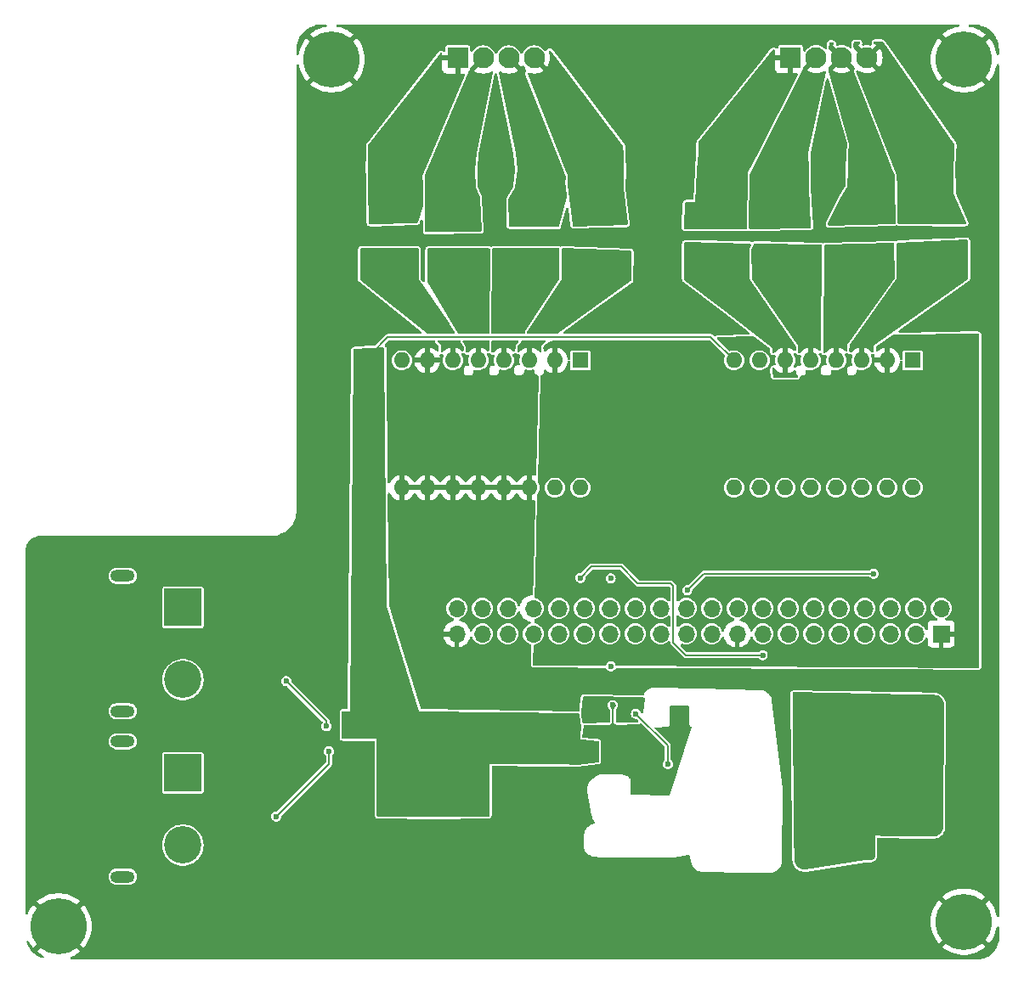
<source format=gbl>
G04 #@! TF.GenerationSoftware,KiCad,Pcbnew,8.0.3*
G04 #@! TF.CreationDate,2024-09-22T19:56:22+01:00*
G04 #@! TF.ProjectId,BetetrDom,42657465-7472-4446-9f6d-2e6b69636164,rev?*
G04 #@! TF.SameCoordinates,Original*
G04 #@! TF.FileFunction,Copper,L4,Bot*
G04 #@! TF.FilePolarity,Positive*
%FSLAX46Y46*%
G04 Gerber Fmt 4.6, Leading zero omitted, Abs format (unit mm)*
G04 Created by KiCad (PCBNEW 8.0.3) date 2024-09-22 19:56:22*
%MOMM*%
%LPD*%
G01*
G04 APERTURE LIST*
G04 #@! TA.AperFunction,ComponentPad*
%ADD10R,1.600000X1.600000*%
G04 #@! TD*
G04 #@! TA.AperFunction,ComponentPad*
%ADD11O,1.600000X1.600000*%
G04 #@! TD*
G04 #@! TA.AperFunction,ComponentPad*
%ADD12R,2.100000X2.100000*%
G04 #@! TD*
G04 #@! TA.AperFunction,ComponentPad*
%ADD13C,2.100000*%
G04 #@! TD*
G04 #@! TA.AperFunction,ComponentPad*
%ADD14R,3.716000X3.716000*%
G04 #@! TD*
G04 #@! TA.AperFunction,ComponentPad*
%ADD15C,3.716000*%
G04 #@! TD*
G04 #@! TA.AperFunction,ComponentPad*
%ADD16O,2.400000X1.200000*%
G04 #@! TD*
G04 #@! TA.AperFunction,ComponentPad*
%ADD17C,5.600000*%
G04 #@! TD*
G04 #@! TA.AperFunction,ComponentPad*
%ADD18R,1.700000X1.700000*%
G04 #@! TD*
G04 #@! TA.AperFunction,ComponentPad*
%ADD19O,1.700000X1.700000*%
G04 #@! TD*
G04 #@! TA.AperFunction,ViaPad*
%ADD20C,0.600000*%
G04 #@! TD*
G04 #@! TA.AperFunction,Conductor*
%ADD21C,0.200000*%
G04 #@! TD*
G04 APERTURE END LIST*
D10*
G04 #@! TO.P,A2,1,GND*
G04 #@! TO.N,GND*
X137890000Y-83010000D03*
D11*
G04 #@! TO.P,A2,2,VDD*
G04 #@! TO.N,+3V3*
X135350000Y-83010000D03*
G04 #@! TO.P,A2,3,2B*
G04 #@! TO.N,/StepperB/2B*
X132810000Y-83010000D03*
G04 #@! TO.P,A2,4,1B*
G04 #@! TO.N,/StepperB/1B*
X130270000Y-83010000D03*
G04 #@! TO.P,A2,5,1A*
G04 #@! TO.N,/StepperB/1A*
X127730000Y-83010000D03*
G04 #@! TO.P,A2,6,2A*
G04 #@! TO.N,/StepperB/2A*
X125190000Y-83010000D03*
G04 #@! TO.P,A2,7,GND*
G04 #@! TO.N,GND*
X122650000Y-83010000D03*
G04 #@! TO.P,A2,8,VMOT*
G04 #@! TO.N,VMAIN*
X120110000Y-83010000D03*
G04 #@! TO.P,A2,9,~{ENABLE}*
G04 #@! TO.N,GND*
X120110000Y-95710000D03*
G04 #@! TO.P,A2,10,MS1*
X122650000Y-95710000D03*
G04 #@! TO.P,A2,11,MS2*
X125190000Y-95710000D03*
G04 #@! TO.P,A2,12,PDN*
X127730000Y-95710000D03*
G04 #@! TO.P,A2,13,PDN*
X130270000Y-95710000D03*
G04 #@! TO.P,A2,14,CLOCK*
X132810000Y-95710000D03*
G04 #@! TO.P,A2,15,STEP*
G04 #@! TO.N,/Step2*
X135350000Y-95710000D03*
G04 #@! TO.P,A2,16,DIR*
G04 #@! TO.N,/Dir2*
X137890000Y-95710000D03*
G04 #@! TD*
D12*
G04 #@! TO.P,StepperConnector1,1,Pin_1*
G04 #@! TO.N,/StepperA/MA2*
X92580000Y-52850000D03*
D13*
G04 #@! TO.P,StepperConnector1,2,Pin_2*
G04 #@! TO.N,/StepperA/MA1*
X95120000Y-52850000D03*
G04 #@! TO.P,StepperConnector1,3,Pin_3*
G04 #@! TO.N,/StepperA/MB1*
X97660000Y-52850000D03*
G04 #@! TO.P,StepperConnector1,4,Pin_4*
G04 #@! TO.N,/StepperA/MB2*
X100200000Y-52850000D03*
G04 #@! TD*
D14*
G04 #@! TO.P,J1,1,+*
G04 #@! TO.N,/power/+BATTV*
X65200000Y-124150000D03*
D15*
G04 #@! TO.P,J1,2,-*
G04 #@! TO.N,Net-(J1--)*
X65200000Y-131350000D03*
D16*
G04 #@! TO.P,J1,S1*
G04 #@! TO.N,N/C*
X59200000Y-121000000D03*
G04 #@! TO.P,J1,S2*
X59200000Y-134500000D03*
G04 #@! TD*
D17*
G04 #@! TO.P,H4,1,1*
G04 #@! TO.N,GND*
X143000000Y-53000000D03*
G04 #@! TD*
D14*
G04 #@! TO.P,J4,1,+*
G04 #@! TO.N,Net-(J4-+)*
X65200000Y-107650000D03*
D15*
G04 #@! TO.P,J4,2,-*
G04 #@! TO.N,Net-(J4--)*
X65200000Y-114850000D03*
D16*
G04 #@! TO.P,J4,S1*
G04 #@! TO.N,N/C*
X59200000Y-104500000D03*
G04 #@! TO.P,J4,S2*
X59200000Y-118000000D03*
G04 #@! TD*
D17*
G04 #@! TO.P,H1,1,1*
G04 #@! TO.N,GND*
X143000000Y-139000000D03*
G04 #@! TD*
D18*
G04 #@! TO.P,J2,1,3V3*
G04 #@! TO.N,+3V3*
X140740000Y-110290000D03*
D19*
G04 #@! TO.P,J2,2,5V*
G04 #@! TO.N,/power/+V_BUCK*
X140740000Y-107750000D03*
G04 #@! TO.P,J2,3,SDA/GPIO2*
G04 #@! TO.N,unconnected-(J2-SDA{slash}GPIO2-Pad3)*
X138200000Y-110290000D03*
G04 #@! TO.P,J2,4,5V*
G04 #@! TO.N,/power/+V_BUCK*
X138200000Y-107750000D03*
G04 #@! TO.P,J2,5,SCL/GPIO3*
G04 #@! TO.N,unconnected-(J2-SCL{slash}GPIO3-Pad5)*
X135660000Y-110290000D03*
G04 #@! TO.P,J2,6,GND*
G04 #@! TO.N,GND*
X135660000Y-107750000D03*
G04 #@! TO.P,J2,7,GCLK0/GPIO4*
G04 #@! TO.N,unconnected-(J2-GCLK0{slash}GPIO4-Pad7)*
X133120000Y-110290000D03*
G04 #@! TO.P,J2,8,GPIO14/TXD*
G04 #@! TO.N,unconnected-(J2-GPIO14{slash}TXD-Pad8)*
X133120000Y-107750000D03*
G04 #@! TO.P,J2,9,GND*
G04 #@! TO.N,GND*
X130580000Y-110290000D03*
G04 #@! TO.P,J2,10,GPIO15/RXD*
G04 #@! TO.N,unconnected-(J2-GPIO15{slash}RXD-Pad10)*
X130580000Y-107750000D03*
G04 #@! TO.P,J2,11,GPIO17*
G04 #@! TO.N,unconnected-(J2-GPIO17-Pad11)*
X128040000Y-110290000D03*
G04 #@! TO.P,J2,12,GPIO18/PWM0*
G04 #@! TO.N,unconnected-(J2-GPIO18{slash}PWM0-Pad12)*
X128040000Y-107750000D03*
G04 #@! TO.P,J2,13,GPIO27*
G04 #@! TO.N,unconnected-(J2-GPIO27-Pad13)*
X125500000Y-110290000D03*
G04 #@! TO.P,J2,14,GND*
G04 #@! TO.N,GND*
X125500000Y-107750000D03*
G04 #@! TO.P,J2,15,GPIO22*
G04 #@! TO.N,/Step1*
X122960000Y-110290000D03*
G04 #@! TO.P,J2,16,GPIO23*
G04 #@! TO.N,/Step2*
X122960000Y-107750000D03*
G04 #@! TO.P,J2,17,3V3*
G04 #@! TO.N,+3V3*
X120420000Y-110290000D03*
G04 #@! TO.P,J2,18,GPIO24*
G04 #@! TO.N,/Dir1*
X120420000Y-107750000D03*
G04 #@! TO.P,J2,19,MOSI0/GPIO10*
G04 #@! TO.N,unconnected-(J2-MOSI0{slash}GPIO10-Pad19)*
X117880000Y-110290000D03*
G04 #@! TO.P,J2,20,GND*
G04 #@! TO.N,GND*
X117880000Y-107750000D03*
G04 #@! TO.P,J2,21,MISO0/GPIO9*
G04 #@! TO.N,unconnected-(J2-MISO0{slash}GPIO9-Pad21)*
X115340000Y-110290000D03*
G04 #@! TO.P,J2,22,GPIO25*
G04 #@! TO.N,/Dir2*
X115340000Y-107750000D03*
G04 #@! TO.P,J2,23,SCLK0/GPIO11*
G04 #@! TO.N,unconnected-(J2-SCLK0{slash}GPIO11-Pad23)*
X112800000Y-110290000D03*
G04 #@! TO.P,J2,24,~{CE0}/GPIO8*
G04 #@! TO.N,unconnected-(J2-~{CE0}{slash}GPIO8-Pad24)*
X112800000Y-107750000D03*
G04 #@! TO.P,J2,25,GND*
G04 #@! TO.N,GND*
X110260000Y-110290000D03*
G04 #@! TO.P,J2,26,~{CE1}/GPIO7*
G04 #@! TO.N,unconnected-(J2-~{CE1}{slash}GPIO7-Pad26)*
X110260000Y-107750000D03*
G04 #@! TO.P,J2,27,ID_SD/GPIO0*
G04 #@! TO.N,Net-(J2-ID_SC{slash}GPIO1)*
X107720000Y-110290000D03*
G04 #@! TO.P,J2,28,ID_SC/GPIO1*
X107720000Y-107750000D03*
G04 #@! TO.P,J2,29,GCLK1/GPIO5*
G04 #@! TO.N,unconnected-(J2-GCLK1{slash}GPIO5-Pad29)*
X105180000Y-110290000D03*
G04 #@! TO.P,J2,30,GND*
G04 #@! TO.N,GND*
X105180000Y-107750000D03*
G04 #@! TO.P,J2,31,GCLK2/GPIO6*
G04 #@! TO.N,unconnected-(J2-GCLK2{slash}GPIO6-Pad31)*
X102640000Y-110290000D03*
G04 #@! TO.P,J2,32,PWM0/GPIO12*
G04 #@! TO.N,unconnected-(J2-PWM0{slash}GPIO12-Pad32)*
X102640000Y-107750000D03*
G04 #@! TO.P,J2,33,PWM1/GPIO13*
G04 #@! TO.N,unconnected-(J2-PWM1{slash}GPIO13-Pad33)*
X100100000Y-110290000D03*
G04 #@! TO.P,J2,34,GND*
G04 #@! TO.N,GND*
X100100000Y-107750000D03*
G04 #@! TO.P,J2,35,GPIO19/MISO1*
G04 #@! TO.N,unconnected-(J2-GPIO19{slash}MISO1-Pad35)*
X97560000Y-110290000D03*
G04 #@! TO.P,J2,36,GPIO16*
G04 #@! TO.N,unconnected-(J2-GPIO16-Pad36)*
X97560000Y-107750000D03*
G04 #@! TO.P,J2,37,GPIO26*
G04 #@! TO.N,unconnected-(J2-GPIO26-Pad37)*
X95020000Y-110290000D03*
G04 #@! TO.P,J2,38,GPIO20/MOSI1*
G04 #@! TO.N,unconnected-(J2-GPIO20{slash}MOSI1-Pad38)*
X95020000Y-107750000D03*
G04 #@! TO.P,J2,39,GND*
G04 #@! TO.N,GND*
X92480000Y-110290000D03*
G04 #@! TO.P,J2,40,GPIO21/SCLK1*
G04 #@! TO.N,unconnected-(J2-GPIO21{slash}SCLK1-Pad40)*
X92480000Y-107750000D03*
G04 #@! TD*
D17*
G04 #@! TO.P,H3,1,1*
G04 #@! TO.N,GND*
X80000000Y-53000000D03*
G04 #@! TD*
D10*
G04 #@! TO.P,A1,1,GND*
G04 #@! TO.N,GND*
X104790000Y-83010000D03*
D11*
G04 #@! TO.P,A1,2,VDD*
G04 #@! TO.N,+3V3*
X102250000Y-83010000D03*
G04 #@! TO.P,A1,3,2B*
G04 #@! TO.N,/StepperA/2B*
X99710000Y-83010000D03*
G04 #@! TO.P,A1,4,1B*
G04 #@! TO.N,/StepperA/1B*
X97170000Y-83010000D03*
G04 #@! TO.P,A1,5,1A*
G04 #@! TO.N,/StepperA/1A*
X94630000Y-83010000D03*
G04 #@! TO.P,A1,6,2A*
G04 #@! TO.N,/StepperA/2A*
X92090000Y-83010000D03*
G04 #@! TO.P,A1,7,GND*
G04 #@! TO.N,GND*
X89550000Y-83010000D03*
G04 #@! TO.P,A1,8,VMOT*
G04 #@! TO.N,VMAIN*
X87010000Y-83010000D03*
G04 #@! TO.P,A1,9,~{ENABLE}*
G04 #@! TO.N,GND*
X87010000Y-95710000D03*
G04 #@! TO.P,A1,10,MS1*
X89550000Y-95710000D03*
G04 #@! TO.P,A1,11,MS2*
X92090000Y-95710000D03*
G04 #@! TO.P,A1,12,PDN*
X94630000Y-95710000D03*
G04 #@! TO.P,A1,13,PDN*
X97170000Y-95710000D03*
G04 #@! TO.P,A1,14,CLOCK*
X99710000Y-95710000D03*
G04 #@! TO.P,A1,15,STEP*
G04 #@! TO.N,/Step1*
X102250000Y-95710000D03*
G04 #@! TO.P,A1,16,DIR*
G04 #@! TO.N,/Dir1*
X104790000Y-95710000D03*
G04 #@! TD*
D17*
G04 #@! TO.P,H2,1,1*
G04 #@! TO.N,GND*
X52800000Y-139450000D03*
G04 #@! TD*
D12*
G04 #@! TO.P,StepperConnector2,1,Pin_1*
G04 #@! TO.N,/StepperB/MA2*
X125735000Y-52825000D03*
D13*
G04 #@! TO.P,StepperConnector2,2,Pin_2*
G04 #@! TO.N,/StepperB/MA1*
X128275000Y-52825000D03*
G04 #@! TO.P,StepperConnector2,3,Pin_3*
G04 #@! TO.N,/StepperB/MB1*
X130815000Y-52825000D03*
G04 #@! TO.P,StepperConnector2,4,Pin_4*
G04 #@! TO.N,/StepperB/MB2*
X133355000Y-52825000D03*
G04 #@! TD*
D20*
G04 #@! TO.N,+3V3*
X143000000Y-108750000D03*
X121500000Y-100000000D03*
X143000000Y-103500000D03*
X112500000Y-82000000D03*
G04 #@! TO.N,/Step1*
X122960000Y-112410000D03*
X104800000Y-104700000D03*
G04 #@! TO.N,/Dir2*
X134010000Y-104290000D03*
X115430000Y-105930000D03*
G04 #@! TO.N,/power/VDD*
X113500000Y-123275000D03*
X110325000Y-118250000D03*
G04 #@! TO.N,/StepperB/MB1*
X131000000Y-57000000D03*
X133000000Y-58250000D03*
X132080000Y-57560000D03*
G04 #@! TO.N,/StepperB/MA1*
X128000000Y-57500000D03*
X125250000Y-59000000D03*
X126890000Y-58050000D03*
G04 #@! TO.N,/StepperB/MA2*
X122500000Y-59750000D03*
X122530000Y-57570000D03*
X120500000Y-57500000D03*
G04 #@! TO.N,/StepperB/MB2*
X138500000Y-59000000D03*
X135500000Y-59000000D03*
X136570000Y-57090000D03*
G04 #@! TO.N,/StepperA/MB1*
X98500000Y-59750000D03*
X100500000Y-59750000D03*
X99350000Y-58630000D03*
G04 #@! TO.N,/StepperA/MA1*
X93000000Y-57500000D03*
X93710000Y-58590000D03*
X94500000Y-59500000D03*
G04 #@! TO.N,/StepperA/MA2*
X87000000Y-59500000D03*
X88840000Y-58240000D03*
X90500000Y-58500000D03*
G04 #@! TO.N,/StepperA/MB2*
X104170000Y-58200000D03*
X102250000Y-58000000D03*
X105500000Y-59750000D03*
G04 #@! TO.N,/power/+V_BUCK*
X136750000Y-119750000D03*
X129250000Y-117000000D03*
X133500000Y-126710000D03*
X133500000Y-124250000D03*
X133500000Y-119750000D03*
X139825000Y-124225000D03*
X136650000Y-124225000D03*
G04 #@! TO.N,Net-(J2-ID_SC{slash}GPIO1)*
X107825000Y-104750000D03*
X107825000Y-113525000D03*
G04 #@! TO.N,Net-(Q1-G)*
X75500000Y-115000000D03*
X79500000Y-119500000D03*
G04 #@! TO.N,Net-(Q2-G)*
X79750000Y-122000000D03*
X74500000Y-128500000D03*
G04 #@! TO.N,GND*
X103500000Y-127750000D03*
X80310000Y-64320000D03*
X96250000Y-59000000D03*
X113080000Y-65810000D03*
X113000000Y-62250000D03*
X145140000Y-62300000D03*
X135000000Y-137000000D03*
X107400000Y-123825000D03*
X129500000Y-67110000D03*
X96350000Y-68100000D03*
X108425000Y-123825000D03*
X99000000Y-127750000D03*
X145090000Y-65850000D03*
X129410000Y-61030000D03*
X102500000Y-129500000D03*
X108030000Y-117390000D03*
X109050000Y-122430000D03*
X71000000Y-120000000D03*
X113000000Y-137000000D03*
X72000000Y-135000000D03*
X101250000Y-127750000D03*
X107000000Y-137000000D03*
X97000000Y-138000000D03*
X96410000Y-60540000D03*
X145070000Y-64160000D03*
X97000000Y-136000000D03*
X95000000Y-138000000D03*
X137000000Y-137000000D03*
X80320000Y-66330000D03*
X113110000Y-64010000D03*
X100000000Y-129500000D03*
X110000000Y-137000000D03*
X80440000Y-62200000D03*
X129500000Y-59250000D03*
X95000000Y-136000000D03*
G04 #@! TO.N,VMAIN*
X94000000Y-121000000D03*
X99000000Y-121000000D03*
X94000000Y-119000000D03*
X99000000Y-119000000D03*
X83960000Y-83280000D03*
X88000000Y-121000000D03*
X88000000Y-119000000D03*
X84150000Y-105480000D03*
G04 #@! TO.N,/StepperA/1B*
X98410000Y-77940000D03*
G04 #@! TO.N,/StepperA/2A*
X88940000Y-78400000D03*
G04 #@! TO.N,/StepperA/2B*
X102630000Y-78690000D03*
G04 #@! TO.N,/StepperA/1A*
X93550000Y-78190000D03*
G04 #@! TO.N,/StepperB/2A*
X120060000Y-75920000D03*
G04 #@! TO.N,/StepperB/1A*
X126310000Y-76470000D03*
G04 #@! TO.N,/StepperB/1B*
X131580000Y-76520000D03*
G04 #@! TO.N,/StepperB/2B*
X138880000Y-76180000D03*
G04 #@! TD*
D21*
G04 #@! TO.N,/Step1*
X122960000Y-112410000D02*
X115330000Y-112410000D01*
X110510000Y-105250000D02*
X108830000Y-103570000D01*
X108830000Y-103570000D02*
X105930000Y-103570000D01*
X113790000Y-105250000D02*
X110510000Y-105250000D01*
X114060000Y-111140000D02*
X114060000Y-105520000D01*
X105930000Y-103570000D02*
X104800000Y-104700000D01*
X115330000Y-112410000D02*
X114060000Y-111140000D01*
X114060000Y-105520000D02*
X113790000Y-105250000D01*
G04 #@! TO.N,/Dir2*
X115430000Y-105930000D02*
X117070000Y-104290000D01*
X117070000Y-104290000D02*
X134010000Y-104290000D01*
G04 #@! TO.N,/power/VDD*
X110325000Y-118250000D02*
X113500000Y-121425000D01*
X113500000Y-121425000D02*
X113500000Y-123275000D01*
G04 #@! TO.N,Net-(Q1-G)*
X75500000Y-115000000D02*
X79500000Y-119000000D01*
X79500000Y-119000000D02*
X79500000Y-119500000D01*
G04 #@! TO.N,Net-(Q2-G)*
X74500000Y-128500000D02*
X79750000Y-123250000D01*
X79750000Y-123250000D02*
X79750000Y-122000000D01*
G04 #@! TO.N,GND*
X108020000Y-121400000D02*
X109050000Y-122430000D01*
X108030000Y-117390000D02*
X108020000Y-117400000D01*
X108020000Y-117400000D02*
X108020000Y-121400000D01*
G04 #@! TO.N,VMAIN*
X85610000Y-80690000D02*
X117790000Y-80690000D01*
X117790000Y-80690000D02*
X120110000Y-83010000D01*
X83960000Y-83280000D02*
X83960000Y-82340000D01*
X83960000Y-82340000D02*
X85610000Y-80690000D01*
G04 #@! TD*
G04 #@! TA.AperFunction,Conductor*
G04 #@! TO.N,/StepperA/MA1*
G36*
X94607482Y-53062292D02*
G01*
X94679890Y-53187708D01*
X94782292Y-53290110D01*
X94907708Y-53362518D01*
X94949763Y-53373787D01*
X94212057Y-54111494D01*
X94414138Y-54235331D01*
X94639542Y-54328696D01*
X94876780Y-54385651D01*
X94876779Y-54385651D01*
X95120000Y-54404792D01*
X95363219Y-54385651D01*
X95600457Y-54328696D01*
X95825857Y-54235332D01*
X95905672Y-54186421D01*
X95973117Y-54168176D01*
X96039720Y-54189291D01*
X96084334Y-54243063D01*
X96092795Y-54312418D01*
X96091899Y-54317234D01*
X94432499Y-62349999D01*
X94307500Y-64049997D01*
X94345000Y-65750000D01*
X94345000Y-65750002D01*
X94789957Y-66727929D01*
X94800988Y-66774226D01*
X94934778Y-70052084D01*
X94917844Y-70119870D01*
X94866950Y-70167741D01*
X94811982Y-70181136D01*
X89435704Y-70228883D01*
X89368493Y-70209795D01*
X89322271Y-70157399D01*
X89310604Y-70104292D01*
X89310855Y-70052084D01*
X89332500Y-65550000D01*
X89291142Y-64537956D01*
X89300976Y-64484259D01*
X93729617Y-54098854D01*
X93766620Y-54053898D01*
X93765913Y-54053191D01*
X93773203Y-54045899D01*
X93774016Y-54044913D01*
X93774410Y-54044646D01*
X93774552Y-54044552D01*
X93818867Y-53978231D01*
X93818868Y-53978229D01*
X93830499Y-53919752D01*
X93830500Y-53919750D01*
X93830500Y-53887612D01*
X93837506Y-53853316D01*
X93837502Y-53853316D01*
X93839998Y-53840004D01*
X93840000Y-53840000D01*
X93839746Y-53832133D01*
X93857250Y-53764497D01*
X93875999Y-53740446D01*
X94596212Y-53020232D01*
X94607482Y-53062292D01*
G37*
G04 #@! TD.AperFunction*
G04 #@! TD*
G04 #@! TA.AperFunction,Conductor*
G04 #@! TO.N,/StepperB/1B*
G36*
X136006789Y-71307002D02*
G01*
X136053993Y-71358515D01*
X136066655Y-71411073D01*
X136122712Y-74774522D01*
X136104147Y-74841880D01*
X136099518Y-74848820D01*
X131455778Y-81328459D01*
X131453344Y-81331928D01*
X131450588Y-81335940D01*
X131423437Y-81392280D01*
X131423436Y-81392282D01*
X131403040Y-81459085D01*
X131403035Y-81459104D01*
X131394093Y-81516893D01*
X131394092Y-81516902D01*
X131388996Y-81992492D01*
X131368594Y-82059316D01*
X131315303Y-82104503D01*
X131246042Y-82113705D01*
X131182801Y-82084000D01*
X131177322Y-82078844D01*
X131108820Y-82010342D01*
X130922482Y-81879865D01*
X130716328Y-81783734D01*
X130520000Y-81731127D01*
X130520000Y-82694314D01*
X130515606Y-82689920D01*
X130424394Y-82637259D01*
X130322661Y-82610000D01*
X130217339Y-82610000D01*
X130115606Y-82637259D01*
X130024394Y-82689920D01*
X130020000Y-82694314D01*
X130020000Y-81731127D01*
X129823671Y-81783734D01*
X129617517Y-81879865D01*
X129431179Y-82010342D01*
X129270340Y-82171181D01*
X129221253Y-82241284D01*
X129166675Y-82284908D01*
X129097177Y-82292100D01*
X129034823Y-82260577D01*
X128999410Y-82200347D01*
X128995683Y-82169259D01*
X129000000Y-81580000D01*
X129069169Y-71599763D01*
X129089318Y-71532865D01*
X129142437Y-71487477D01*
X129189721Y-71476674D01*
X135939232Y-71289187D01*
X136006789Y-71307002D01*
G37*
G04 #@! TD.AperFunction*
G04 #@! TD*
G04 #@! TA.AperFunction,Conductor*
G04 #@! TO.N,/StepperB/MA1*
G36*
X127762482Y-53037292D02*
G01*
X127834890Y-53162708D01*
X127937292Y-53265110D01*
X128062708Y-53337518D01*
X128104763Y-53348787D01*
X127367057Y-54086494D01*
X127569138Y-54210331D01*
X127794542Y-54303696D01*
X128031780Y-54360651D01*
X128031779Y-54360651D01*
X128275000Y-54379792D01*
X128518219Y-54360651D01*
X128755457Y-54303696D01*
X128980861Y-54210331D01*
X129048227Y-54169049D01*
X129115672Y-54150804D01*
X129182275Y-54171920D01*
X129226889Y-54225692D01*
X129235349Y-54295047D01*
X129234273Y-54300718D01*
X127517500Y-62324997D01*
X127517499Y-62325005D01*
X127537494Y-64024453D01*
X127537500Y-64025000D01*
X127550000Y-65725009D01*
X127782433Y-69710257D01*
X127766685Y-69778329D01*
X127716634Y-69827081D01*
X127660045Y-69841469D01*
X121727226Y-69908561D01*
X121659968Y-69889636D01*
X121613619Y-69837353D01*
X121601837Y-69782779D01*
X121679583Y-64398877D01*
X121693132Y-64344280D01*
X122724131Y-62324997D01*
X126990000Y-53970000D01*
X126988024Y-53811333D01*
X127006872Y-53744058D01*
X127024333Y-53722112D01*
X127751212Y-52995232D01*
X127762482Y-53037292D01*
G37*
G04 #@! TD.AperFunction*
G04 #@! TD*
G04 #@! TA.AperFunction,Conductor*
G04 #@! TO.N,/StepperA/1B*
G36*
X98573262Y-81010185D02*
G01*
X98619017Y-81062989D01*
X98628961Y-81132147D01*
X98609988Y-81182388D01*
X98376437Y-81539361D01*
X98376431Y-81539373D01*
X98352989Y-81588275D01*
X98332908Y-81649974D01*
X98323077Y-81703303D01*
X98323077Y-81703305D01*
X98307444Y-82015952D01*
X98284436Y-82081924D01*
X98229413Y-82124985D01*
X98159844Y-82131462D01*
X98097818Y-82099300D01*
X98095918Y-82097440D01*
X98008820Y-82010342D01*
X97822482Y-81879865D01*
X97616328Y-81783734D01*
X97420000Y-81731127D01*
X97420000Y-82694314D01*
X97415606Y-82689920D01*
X97324394Y-82637259D01*
X97222661Y-82610000D01*
X97117339Y-82610000D01*
X97015606Y-82637259D01*
X96924394Y-82689920D01*
X96920000Y-82694314D01*
X96920000Y-81731127D01*
X96723671Y-81783734D01*
X96517517Y-81879865D01*
X96331179Y-82010342D01*
X96170339Y-82171182D01*
X96151196Y-82198521D01*
X96096618Y-82242144D01*
X96027120Y-82249336D01*
X95964766Y-82217812D01*
X95929353Y-82157581D01*
X95925627Y-82126508D01*
X95932943Y-81113602D01*
X95953112Y-81046709D01*
X96006245Y-81001336D01*
X96056940Y-80990500D01*
X98506223Y-80990500D01*
X98573262Y-81010185D01*
G37*
G04 #@! TD.AperFunction*
G04 #@! TA.AperFunction,Conductor*
G36*
X102647869Y-71840064D02*
G01*
X102693701Y-71892801D01*
X102703315Y-71945325D01*
X102704896Y-71945320D01*
X102714186Y-74871869D01*
X102694715Y-74938971D01*
X102693952Y-74940151D01*
X99327888Y-80085093D01*
X99327882Y-80085103D01*
X99307600Y-80125009D01*
X99288629Y-80175245D01*
X99284920Y-80185950D01*
X99284920Y-80185951D01*
X99277589Y-80275606D01*
X99252507Y-80340818D01*
X99196149Y-80382117D01*
X99154002Y-80389500D01*
X96063072Y-80389500D01*
X95996033Y-80369815D01*
X95950278Y-80317011D01*
X95939075Y-80264608D01*
X95999112Y-71952925D01*
X96019281Y-71886031D01*
X96072414Y-71840659D01*
X96122929Y-71829822D01*
X102580803Y-71820476D01*
X102647869Y-71840064D01*
G37*
G04 #@! TD.AperFunction*
G04 #@! TD*
G04 #@! TA.AperFunction,Conductor*
G04 #@! TO.N,VMAIN*
G36*
X85209566Y-81756868D02*
G01*
X85257586Y-81807621D01*
X85271146Y-81862907D01*
X85500000Y-107499999D01*
X85500001Y-107500007D01*
X88749998Y-117999999D01*
X88750000Y-118000000D01*
X104590595Y-118206453D01*
X104657368Y-118227008D01*
X104702431Y-118280404D01*
X104712173Y-118316361D01*
X104803052Y-119111537D01*
X104803053Y-119111544D01*
X104809699Y-119144903D01*
X104809702Y-119144914D01*
X104820954Y-119184116D01*
X104820955Y-119184116D01*
X104821130Y-119184722D01*
X104821131Y-119184726D01*
X104837088Y-119213491D01*
X104865495Y-119264700D01*
X104891695Y-119293926D01*
X104921788Y-119356982D01*
X104922718Y-119389348D01*
X104795572Y-120629034D01*
X104795572Y-120629040D01*
X104797222Y-120683336D01*
X104831766Y-120768016D01*
X104831767Y-120768018D01*
X104899628Y-120829320D01*
X104899631Y-120829321D01*
X104899633Y-120829323D01*
X104987378Y-120855112D01*
X106533621Y-120950265D01*
X106599320Y-120974028D01*
X106641745Y-121029543D01*
X106650000Y-121074029D01*
X106650000Y-122989583D01*
X106630315Y-123056622D01*
X106577511Y-123102377D01*
X106540322Y-123112753D01*
X104509197Y-123348930D01*
X104490744Y-123349691D01*
X103000005Y-123300000D01*
X103000000Y-123300000D01*
X101000551Y-123300000D01*
X100999370Y-123299994D01*
X95750000Y-123249999D01*
X95750000Y-128377092D01*
X95730315Y-128444131D01*
X95677511Y-128489886D01*
X95627097Y-128501087D01*
X90101106Y-128549990D01*
X90098902Y-128549990D01*
X84622893Y-128501097D01*
X84556032Y-128480815D01*
X84510750Y-128427604D01*
X84500000Y-128377102D01*
X84500000Y-120750000D01*
X81124000Y-120750000D01*
X81056961Y-120730315D01*
X81011206Y-120677511D01*
X81000000Y-120626000D01*
X81000000Y-118128562D01*
X81019685Y-118061523D01*
X81072489Y-118015768D01*
X81128475Y-118004643D01*
X81830000Y-118030000D01*
X82149640Y-81988643D01*
X82169918Y-81921784D01*
X82223126Y-81876499D01*
X82268213Y-81865865D01*
X85141732Y-81740133D01*
X85209566Y-81756868D01*
G37*
G04 #@! TD.AperFunction*
G04 #@! TD*
G04 #@! TA.AperFunction,Conductor*
G04 #@! TO.N,/StepperB/1A*
G36*
X128741979Y-71473908D02*
G01*
X128808639Y-71494833D01*
X128853405Y-71548478D01*
X128863671Y-71598745D01*
X128794506Y-81578446D01*
X128794506Y-81578496D01*
X128791894Y-81934966D01*
X128771718Y-82001859D01*
X128718581Y-82047226D01*
X128649351Y-82056662D01*
X128586010Y-82027172D01*
X128580216Y-82021738D01*
X128568820Y-82010342D01*
X128382482Y-81879865D01*
X128176328Y-81783734D01*
X127980000Y-81731127D01*
X127980000Y-82694314D01*
X127975606Y-82689920D01*
X127884394Y-82637259D01*
X127782661Y-82610000D01*
X127677339Y-82610000D01*
X127575606Y-82637259D01*
X127484394Y-82689920D01*
X127480000Y-82694314D01*
X127480000Y-81731127D01*
X127283671Y-81783734D01*
X127077517Y-81879865D01*
X126891179Y-82010342D01*
X126730342Y-82171179D01*
X126695575Y-82220832D01*
X126640997Y-82264457D01*
X126571499Y-82271649D01*
X126509144Y-82240127D01*
X126473731Y-82179897D01*
X126470000Y-82149708D01*
X126470000Y-81540001D01*
X126470000Y-81540000D01*
X121901500Y-74911196D01*
X121879665Y-74844825D01*
X121879608Y-74842112D01*
X121850224Y-72001687D01*
X121857149Y-71959526D01*
X122040400Y-71434763D01*
X122081084Y-71377964D01*
X122146021Y-71352175D01*
X122159765Y-71351667D01*
X128741979Y-71473908D01*
G37*
G04 #@! TD.AperFunction*
G04 #@! TD*
G04 #@! TA.AperFunction,Conductor*
G04 #@! TO.N,+3V3*
G36*
X144481625Y-80360474D02*
G01*
X144528089Y-80412656D01*
X144540000Y-80465685D01*
X144540000Y-113545385D01*
X144520315Y-113612424D01*
X144467511Y-113658179D01*
X144415386Y-113669383D01*
X108432639Y-113491331D01*
X108365698Y-113471315D01*
X108320205Y-113418286D01*
X108310515Y-113384979D01*
X108310165Y-113382543D01*
X108250377Y-113251627D01*
X108156128Y-113142857D01*
X108035053Y-113065047D01*
X108035051Y-113065046D01*
X108035049Y-113065045D01*
X108035050Y-113065045D01*
X107896963Y-113024500D01*
X107896961Y-113024500D01*
X107753039Y-113024500D01*
X107753036Y-113024500D01*
X107614949Y-113065045D01*
X107493873Y-113142856D01*
X107399623Y-113251626D01*
X107399622Y-113251628D01*
X107339835Y-113382541D01*
X107337335Y-113391057D01*
X107335124Y-113390407D01*
X107311319Y-113442526D01*
X107252538Y-113480296D01*
X107216997Y-113485315D01*
X100206594Y-113450626D01*
X100139653Y-113430610D01*
X100094160Y-113377581D01*
X100083249Y-113323446D01*
X100093851Y-112910499D01*
X100131302Y-111451706D01*
X100152700Y-111385195D01*
X100206661Y-111340811D01*
X100243103Y-111331488D01*
X100305934Y-111325300D01*
X100503954Y-111265232D01*
X100686450Y-111167685D01*
X100846410Y-111036410D01*
X100977685Y-110876450D01*
X101075232Y-110693954D01*
X101135300Y-110495934D01*
X101155583Y-110290000D01*
X101584417Y-110290000D01*
X101604699Y-110495932D01*
X101604700Y-110495934D01*
X101664768Y-110693954D01*
X101762315Y-110876450D01*
X101762317Y-110876452D01*
X101893589Y-111036410D01*
X101987936Y-111113837D01*
X102053550Y-111167685D01*
X102236046Y-111265232D01*
X102434066Y-111325300D01*
X102434065Y-111325300D01*
X102452529Y-111327118D01*
X102640000Y-111345583D01*
X102845934Y-111325300D01*
X103043954Y-111265232D01*
X103226450Y-111167685D01*
X103386410Y-111036410D01*
X103517685Y-110876450D01*
X103615232Y-110693954D01*
X103675300Y-110495934D01*
X103695583Y-110290000D01*
X104124417Y-110290000D01*
X104144699Y-110495932D01*
X104144700Y-110495934D01*
X104204768Y-110693954D01*
X104302315Y-110876450D01*
X104302317Y-110876452D01*
X104433589Y-111036410D01*
X104527936Y-111113837D01*
X104593550Y-111167685D01*
X104776046Y-111265232D01*
X104974066Y-111325300D01*
X104974065Y-111325300D01*
X104992529Y-111327118D01*
X105180000Y-111345583D01*
X105385934Y-111325300D01*
X105583954Y-111265232D01*
X105766450Y-111167685D01*
X105926410Y-111036410D01*
X106057685Y-110876450D01*
X106155232Y-110693954D01*
X106215300Y-110495934D01*
X106235583Y-110290000D01*
X106664417Y-110290000D01*
X106684699Y-110495932D01*
X106684700Y-110495934D01*
X106744768Y-110693954D01*
X106842315Y-110876450D01*
X106842317Y-110876452D01*
X106973589Y-111036410D01*
X107067936Y-111113837D01*
X107133550Y-111167685D01*
X107316046Y-111265232D01*
X107514066Y-111325300D01*
X107514065Y-111325300D01*
X107532529Y-111327118D01*
X107720000Y-111345583D01*
X107925934Y-111325300D01*
X108123954Y-111265232D01*
X108306450Y-111167685D01*
X108466410Y-111036410D01*
X108597685Y-110876450D01*
X108695232Y-110693954D01*
X108755300Y-110495934D01*
X108775583Y-110290000D01*
X109204417Y-110290000D01*
X109224699Y-110495932D01*
X109224700Y-110495934D01*
X109284768Y-110693954D01*
X109382315Y-110876450D01*
X109382317Y-110876452D01*
X109513589Y-111036410D01*
X109607936Y-111113837D01*
X109673550Y-111167685D01*
X109856046Y-111265232D01*
X110054066Y-111325300D01*
X110054065Y-111325300D01*
X110072529Y-111327118D01*
X110260000Y-111345583D01*
X110465934Y-111325300D01*
X110663954Y-111265232D01*
X110846450Y-111167685D01*
X111006410Y-111036410D01*
X111137685Y-110876450D01*
X111235232Y-110693954D01*
X111295300Y-110495934D01*
X111315583Y-110290000D01*
X111295300Y-110084066D01*
X111235232Y-109886046D01*
X111137685Y-109703550D01*
X111036336Y-109580055D01*
X111006410Y-109543589D01*
X110888677Y-109446969D01*
X110846450Y-109412315D01*
X110663954Y-109314768D01*
X110465934Y-109254700D01*
X110465932Y-109254699D01*
X110465934Y-109254699D01*
X110260000Y-109234417D01*
X110054067Y-109254699D01*
X109856043Y-109314769D01*
X109822634Y-109332627D01*
X109673550Y-109412315D01*
X109673548Y-109412316D01*
X109673547Y-109412317D01*
X109513589Y-109543589D01*
X109382317Y-109703547D01*
X109284769Y-109886043D01*
X109224699Y-110084067D01*
X109204417Y-110290000D01*
X108775583Y-110290000D01*
X108755300Y-110084066D01*
X108695232Y-109886046D01*
X108597685Y-109703550D01*
X108496336Y-109580055D01*
X108466410Y-109543589D01*
X108348677Y-109446969D01*
X108306450Y-109412315D01*
X108123954Y-109314768D01*
X107925934Y-109254700D01*
X107925932Y-109254699D01*
X107925934Y-109254699D01*
X107720000Y-109234417D01*
X107514067Y-109254699D01*
X107316043Y-109314769D01*
X107282634Y-109332627D01*
X107133550Y-109412315D01*
X107133548Y-109412316D01*
X107133547Y-109412317D01*
X106973589Y-109543589D01*
X106842317Y-109703547D01*
X106744769Y-109886043D01*
X106684699Y-110084067D01*
X106664417Y-110290000D01*
X106235583Y-110290000D01*
X106215300Y-110084066D01*
X106155232Y-109886046D01*
X106057685Y-109703550D01*
X105956336Y-109580055D01*
X105926410Y-109543589D01*
X105808677Y-109446969D01*
X105766450Y-109412315D01*
X105583954Y-109314768D01*
X105385934Y-109254700D01*
X105385932Y-109254699D01*
X105385934Y-109254699D01*
X105180000Y-109234417D01*
X104974067Y-109254699D01*
X104776043Y-109314769D01*
X104742634Y-109332627D01*
X104593550Y-109412315D01*
X104593548Y-109412316D01*
X104593547Y-109412317D01*
X104433589Y-109543589D01*
X104302317Y-109703547D01*
X104204769Y-109886043D01*
X104144699Y-110084067D01*
X104124417Y-110290000D01*
X103695583Y-110290000D01*
X103675300Y-110084066D01*
X103615232Y-109886046D01*
X103517685Y-109703550D01*
X103416336Y-109580055D01*
X103386410Y-109543589D01*
X103268677Y-109446969D01*
X103226450Y-109412315D01*
X103043954Y-109314768D01*
X102845934Y-109254700D01*
X102845932Y-109254699D01*
X102845934Y-109254699D01*
X102640000Y-109234417D01*
X102434067Y-109254699D01*
X102236043Y-109314769D01*
X102202634Y-109332627D01*
X102053550Y-109412315D01*
X102053548Y-109412316D01*
X102053547Y-109412317D01*
X101893589Y-109543589D01*
X101762317Y-109703547D01*
X101664769Y-109886043D01*
X101604699Y-110084067D01*
X101584417Y-110290000D01*
X101155583Y-110290000D01*
X101135300Y-110084066D01*
X101075232Y-109886046D01*
X100977685Y-109703550D01*
X100876336Y-109580055D01*
X100846410Y-109543589D01*
X100728677Y-109446969D01*
X100686450Y-109412315D01*
X100503954Y-109314768D01*
X100305934Y-109254700D01*
X100305932Y-109254699D01*
X100305934Y-109254699D01*
X100302768Y-109254388D01*
X100301215Y-109253761D01*
X100299958Y-109253511D01*
X100300005Y-109253272D01*
X100237980Y-109228227D01*
X100197622Y-109171192D01*
X100190964Y-109127809D01*
X100196677Y-108905267D01*
X100218076Y-108838757D01*
X100272037Y-108794373D01*
X100300099Y-108787194D01*
X100299959Y-108786489D01*
X100305927Y-108785301D01*
X100305928Y-108785300D01*
X100305934Y-108785300D01*
X100503954Y-108725232D01*
X100686450Y-108627685D01*
X100846410Y-108496410D01*
X100977685Y-108336450D01*
X101075232Y-108153954D01*
X101135300Y-107955934D01*
X101155583Y-107750000D01*
X101584417Y-107750000D01*
X101604699Y-107955932D01*
X101604700Y-107955934D01*
X101664768Y-108153954D01*
X101762315Y-108336450D01*
X101762317Y-108336452D01*
X101893589Y-108496410D01*
X101969791Y-108558946D01*
X102053550Y-108627685D01*
X102236046Y-108725232D01*
X102434066Y-108785300D01*
X102434065Y-108785300D01*
X102446138Y-108786489D01*
X102640000Y-108805583D01*
X102845934Y-108785300D01*
X103043954Y-108725232D01*
X103226450Y-108627685D01*
X103386410Y-108496410D01*
X103517685Y-108336450D01*
X103615232Y-108153954D01*
X103675300Y-107955934D01*
X103695583Y-107750000D01*
X104124417Y-107750000D01*
X104144699Y-107955932D01*
X104144700Y-107955934D01*
X104204768Y-108153954D01*
X104302315Y-108336450D01*
X104302317Y-108336452D01*
X104433589Y-108496410D01*
X104509791Y-108558946D01*
X104593550Y-108627685D01*
X104776046Y-108725232D01*
X104974066Y-108785300D01*
X104974065Y-108785300D01*
X104986138Y-108786489D01*
X105180000Y-108805583D01*
X105385934Y-108785300D01*
X105583954Y-108725232D01*
X105766450Y-108627685D01*
X105926410Y-108496410D01*
X106057685Y-108336450D01*
X106155232Y-108153954D01*
X106215300Y-107955934D01*
X106235583Y-107750000D01*
X106664417Y-107750000D01*
X106684699Y-107955932D01*
X106684700Y-107955934D01*
X106744768Y-108153954D01*
X106842315Y-108336450D01*
X106842317Y-108336452D01*
X106973589Y-108496410D01*
X107049791Y-108558946D01*
X107133550Y-108627685D01*
X107316046Y-108725232D01*
X107514066Y-108785300D01*
X107514065Y-108785300D01*
X107526138Y-108786489D01*
X107720000Y-108805583D01*
X107925934Y-108785300D01*
X108123954Y-108725232D01*
X108306450Y-108627685D01*
X108466410Y-108496410D01*
X108597685Y-108336450D01*
X108695232Y-108153954D01*
X108755300Y-107955934D01*
X108775583Y-107750000D01*
X109204417Y-107750000D01*
X109224699Y-107955932D01*
X109224700Y-107955934D01*
X109284768Y-108153954D01*
X109382315Y-108336450D01*
X109382317Y-108336452D01*
X109513589Y-108496410D01*
X109589791Y-108558946D01*
X109673550Y-108627685D01*
X109856046Y-108725232D01*
X110054066Y-108785300D01*
X110054065Y-108785300D01*
X110066138Y-108786489D01*
X110260000Y-108805583D01*
X110465934Y-108785300D01*
X110663954Y-108725232D01*
X110846450Y-108627685D01*
X111006410Y-108496410D01*
X111137685Y-108336450D01*
X111235232Y-108153954D01*
X111295300Y-107955934D01*
X111315583Y-107750000D01*
X111295300Y-107544066D01*
X111235232Y-107346046D01*
X111137685Y-107163550D01*
X111036336Y-107040055D01*
X111006410Y-107003589D01*
X110846452Y-106872317D01*
X110846453Y-106872317D01*
X110846450Y-106872315D01*
X110663954Y-106774768D01*
X110465934Y-106714700D01*
X110465932Y-106714699D01*
X110465934Y-106714699D01*
X110260000Y-106694417D01*
X110054067Y-106714699D01*
X109856043Y-106774769D01*
X109745898Y-106833643D01*
X109673550Y-106872315D01*
X109673548Y-106872316D01*
X109673547Y-106872317D01*
X109513589Y-107003589D01*
X109382317Y-107163547D01*
X109284769Y-107346043D01*
X109224699Y-107544067D01*
X109204417Y-107750000D01*
X108775583Y-107750000D01*
X108755300Y-107544066D01*
X108695232Y-107346046D01*
X108597685Y-107163550D01*
X108496336Y-107040055D01*
X108466410Y-107003589D01*
X108306452Y-106872317D01*
X108306453Y-106872317D01*
X108306450Y-106872315D01*
X108123954Y-106774768D01*
X107925934Y-106714700D01*
X107925932Y-106714699D01*
X107925934Y-106714699D01*
X107720000Y-106694417D01*
X107514067Y-106714699D01*
X107316043Y-106774769D01*
X107205898Y-106833643D01*
X107133550Y-106872315D01*
X107133548Y-106872316D01*
X107133547Y-106872317D01*
X106973589Y-107003589D01*
X106842317Y-107163547D01*
X106744769Y-107346043D01*
X106684699Y-107544067D01*
X106664417Y-107750000D01*
X106235583Y-107750000D01*
X106215300Y-107544066D01*
X106155232Y-107346046D01*
X106057685Y-107163550D01*
X105956336Y-107040055D01*
X105926410Y-107003589D01*
X105766452Y-106872317D01*
X105766453Y-106872317D01*
X105766450Y-106872315D01*
X105583954Y-106774768D01*
X105385934Y-106714700D01*
X105385932Y-106714699D01*
X105385934Y-106714699D01*
X105180000Y-106694417D01*
X104974067Y-106714699D01*
X104776043Y-106774769D01*
X104665898Y-106833643D01*
X104593550Y-106872315D01*
X104593548Y-106872316D01*
X104593547Y-106872317D01*
X104433589Y-107003589D01*
X104302317Y-107163547D01*
X104204769Y-107346043D01*
X104144699Y-107544067D01*
X104124417Y-107750000D01*
X103695583Y-107750000D01*
X103675300Y-107544066D01*
X103615232Y-107346046D01*
X103517685Y-107163550D01*
X103416336Y-107040055D01*
X103386410Y-107003589D01*
X103226452Y-106872317D01*
X103226453Y-106872317D01*
X103226450Y-106872315D01*
X103043954Y-106774768D01*
X102845934Y-106714700D01*
X102845932Y-106714699D01*
X102845934Y-106714699D01*
X102640000Y-106694417D01*
X102434067Y-106714699D01*
X102236043Y-106774769D01*
X102125898Y-106833643D01*
X102053550Y-106872315D01*
X102053548Y-106872316D01*
X102053547Y-106872317D01*
X101893589Y-107003589D01*
X101762317Y-107163547D01*
X101664769Y-107346043D01*
X101604699Y-107544067D01*
X101584417Y-107750000D01*
X101155583Y-107750000D01*
X101135300Y-107544066D01*
X101075232Y-107346046D01*
X100977685Y-107163550D01*
X100876336Y-107040055D01*
X100846410Y-107003589D01*
X100686452Y-106872317D01*
X100686453Y-106872317D01*
X100686450Y-106872315D01*
X100503954Y-106774768D01*
X100413337Y-106747280D01*
X100343714Y-106726160D01*
X100285275Y-106687862D01*
X100256819Y-106624050D01*
X100255750Y-106604317D01*
X100304640Y-104700000D01*
X104294353Y-104700000D01*
X104314834Y-104842456D01*
X104363720Y-104949500D01*
X104374623Y-104973373D01*
X104468872Y-105082143D01*
X104589947Y-105159953D01*
X104589950Y-105159954D01*
X104589949Y-105159954D01*
X104728036Y-105200499D01*
X104728038Y-105200500D01*
X104728039Y-105200500D01*
X104871962Y-105200500D01*
X104871962Y-105200499D01*
X105010053Y-105159953D01*
X105131128Y-105082143D01*
X105225377Y-104973373D01*
X105285165Y-104842457D01*
X105298458Y-104750000D01*
X107319353Y-104750000D01*
X107339834Y-104892456D01*
X107393306Y-105009541D01*
X107399623Y-105023373D01*
X107493872Y-105132143D01*
X107614947Y-105209953D01*
X107614950Y-105209954D01*
X107614949Y-105209954D01*
X107753036Y-105250499D01*
X107753038Y-105250500D01*
X107753039Y-105250500D01*
X107896962Y-105250500D01*
X107896962Y-105250499D01*
X108035053Y-105209953D01*
X108156128Y-105132143D01*
X108250377Y-105023373D01*
X108310165Y-104892457D01*
X108330647Y-104750000D01*
X108310165Y-104607543D01*
X108250377Y-104476627D01*
X108156128Y-104367857D01*
X108035053Y-104290047D01*
X108035051Y-104290046D01*
X108035049Y-104290045D01*
X108035050Y-104290045D01*
X107896963Y-104249500D01*
X107896961Y-104249500D01*
X107753039Y-104249500D01*
X107753036Y-104249500D01*
X107614949Y-104290045D01*
X107493873Y-104367856D01*
X107399623Y-104476626D01*
X107399622Y-104476628D01*
X107339834Y-104607543D01*
X107319353Y-104750000D01*
X105298458Y-104750000D01*
X105305647Y-104700000D01*
X105304339Y-104690905D01*
X105314279Y-104621749D01*
X105339392Y-104585577D01*
X106018152Y-103906819D01*
X106079475Y-103873334D01*
X106105833Y-103870500D01*
X108654167Y-103870500D01*
X108721206Y-103890185D01*
X108741848Y-103906819D01*
X110325489Y-105490460D01*
X110394012Y-105530022D01*
X110470438Y-105550500D01*
X113614167Y-105550500D01*
X113681206Y-105570185D01*
X113701848Y-105586819D01*
X113723181Y-105608152D01*
X113756666Y-105669475D01*
X113759500Y-105695833D01*
X113759500Y-106917317D01*
X113739815Y-106984356D01*
X113687011Y-107030111D01*
X113617853Y-107040055D01*
X113554297Y-107011030D01*
X113547819Y-107004998D01*
X113546413Y-107003592D01*
X113386452Y-106872317D01*
X113386453Y-106872317D01*
X113386450Y-106872315D01*
X113203954Y-106774768D01*
X113005934Y-106714700D01*
X113005932Y-106714699D01*
X113005934Y-106714699D01*
X112800000Y-106694417D01*
X112594067Y-106714699D01*
X112396043Y-106774769D01*
X112285898Y-106833643D01*
X112213550Y-106872315D01*
X112213548Y-106872316D01*
X112213547Y-106872317D01*
X112053589Y-107003589D01*
X111922317Y-107163547D01*
X111824769Y-107346043D01*
X111764699Y-107544067D01*
X111744417Y-107750000D01*
X111764699Y-107955932D01*
X111764700Y-107955934D01*
X111824768Y-108153954D01*
X111922315Y-108336450D01*
X111922317Y-108336452D01*
X112053589Y-108496410D01*
X112129791Y-108558946D01*
X112213550Y-108627685D01*
X112396046Y-108725232D01*
X112594066Y-108785300D01*
X112594065Y-108785300D01*
X112606138Y-108786489D01*
X112800000Y-108805583D01*
X113005934Y-108785300D01*
X113203954Y-108725232D01*
X113386450Y-108627685D01*
X113546410Y-108496410D01*
X113546411Y-108496408D01*
X113546413Y-108496407D01*
X113547819Y-108495002D01*
X113548736Y-108494500D01*
X113551120Y-108492545D01*
X113551490Y-108492996D01*
X113609142Y-108461517D01*
X113678834Y-108466501D01*
X113734767Y-108508373D01*
X113759184Y-108573837D01*
X113759500Y-108582683D01*
X113759500Y-109457317D01*
X113739815Y-109524356D01*
X113687011Y-109570111D01*
X113617853Y-109580055D01*
X113554297Y-109551030D01*
X113547819Y-109544998D01*
X113546413Y-109543592D01*
X113441285Y-109457317D01*
X113386450Y-109412315D01*
X113203954Y-109314768D01*
X113005934Y-109254700D01*
X113005932Y-109254699D01*
X113005934Y-109254699D01*
X112800000Y-109234417D01*
X112594067Y-109254699D01*
X112396043Y-109314769D01*
X112362634Y-109332627D01*
X112213550Y-109412315D01*
X112213548Y-109412316D01*
X112213547Y-109412317D01*
X112053589Y-109543589D01*
X111922317Y-109703547D01*
X111824769Y-109886043D01*
X111764699Y-110084067D01*
X111744417Y-110290000D01*
X111764699Y-110495932D01*
X111764700Y-110495934D01*
X111824768Y-110693954D01*
X111922315Y-110876450D01*
X111922317Y-110876452D01*
X112053589Y-111036410D01*
X112147936Y-111113837D01*
X112213550Y-111167685D01*
X112396046Y-111265232D01*
X112594066Y-111325300D01*
X112594065Y-111325300D01*
X112612529Y-111327118D01*
X112800000Y-111345583D01*
X113005934Y-111325300D01*
X113203954Y-111265232D01*
X113386450Y-111167685D01*
X113546410Y-111036410D01*
X113546411Y-111036408D01*
X113546413Y-111036407D01*
X113547819Y-111035002D01*
X113548736Y-111034500D01*
X113551120Y-111032545D01*
X113551490Y-111032996D01*
X113609142Y-111001517D01*
X113678834Y-111006501D01*
X113734767Y-111048373D01*
X113759184Y-111113837D01*
X113759500Y-111122683D01*
X113759500Y-111179562D01*
X113773152Y-111230513D01*
X113779979Y-111255990D01*
X113779982Y-111255995D01*
X113819535Y-111324504D01*
X113819539Y-111324509D01*
X113819540Y-111324511D01*
X115089540Y-112594511D01*
X115145489Y-112650460D01*
X115145491Y-112650461D01*
X115145495Y-112650464D01*
X115202493Y-112683371D01*
X115214011Y-112690021D01*
X115290438Y-112710500D01*
X115369562Y-112710500D01*
X122501499Y-112710500D01*
X122568538Y-112730185D01*
X122595211Y-112753296D01*
X122628872Y-112792143D01*
X122749947Y-112869953D01*
X122749950Y-112869954D01*
X122749949Y-112869954D01*
X122888036Y-112910499D01*
X122888038Y-112910500D01*
X122888039Y-112910500D01*
X123031962Y-112910500D01*
X123031962Y-112910499D01*
X123170053Y-112869953D01*
X123291128Y-112792143D01*
X123385377Y-112683373D01*
X123445165Y-112552457D01*
X123465647Y-112410000D01*
X123445165Y-112267543D01*
X123385377Y-112136627D01*
X123291128Y-112027857D01*
X123170053Y-111950047D01*
X123170051Y-111950046D01*
X123170049Y-111950045D01*
X123170050Y-111950045D01*
X123031963Y-111909500D01*
X123031961Y-111909500D01*
X122888039Y-111909500D01*
X122888036Y-111909500D01*
X122749949Y-111950045D01*
X122628873Y-112027856D01*
X122595212Y-112066703D01*
X122536433Y-112104477D01*
X122501499Y-112109500D01*
X115505833Y-112109500D01*
X115438794Y-112089815D01*
X115418152Y-112073181D01*
X114818362Y-111473391D01*
X114784877Y-111412068D01*
X114789861Y-111342376D01*
X114831733Y-111286443D01*
X114897197Y-111262026D01*
X114942034Y-111267048D01*
X115134066Y-111325300D01*
X115134065Y-111325300D01*
X115152529Y-111327118D01*
X115340000Y-111345583D01*
X115545934Y-111325300D01*
X115743954Y-111265232D01*
X115926450Y-111167685D01*
X116086410Y-111036410D01*
X116217685Y-110876450D01*
X116315232Y-110693954D01*
X116375300Y-110495934D01*
X116395583Y-110290000D01*
X116824417Y-110290000D01*
X116844699Y-110495932D01*
X116844700Y-110495934D01*
X116904768Y-110693954D01*
X117002315Y-110876450D01*
X117002317Y-110876452D01*
X117133589Y-111036410D01*
X117227936Y-111113837D01*
X117293550Y-111167685D01*
X117476046Y-111265232D01*
X117674066Y-111325300D01*
X117674065Y-111325300D01*
X117692529Y-111327118D01*
X117880000Y-111345583D01*
X118085934Y-111325300D01*
X118283954Y-111265232D01*
X118466450Y-111167685D01*
X118626410Y-111036410D01*
X118757685Y-110876450D01*
X118855232Y-110693954D01*
X118875406Y-110627446D01*
X118913702Y-110569010D01*
X118977514Y-110540553D01*
X119046581Y-110551112D01*
X119098975Y-110597336D01*
X119113841Y-110631349D01*
X119146567Y-110753486D01*
X119146570Y-110753492D01*
X119246399Y-110967578D01*
X119381894Y-111161082D01*
X119548917Y-111328105D01*
X119742421Y-111463600D01*
X119956507Y-111563429D01*
X119956516Y-111563433D01*
X120170000Y-111620634D01*
X120170000Y-110723012D01*
X120227007Y-110755925D01*
X120354174Y-110790000D01*
X120485826Y-110790000D01*
X120612993Y-110755925D01*
X120670000Y-110723012D01*
X120670000Y-111620633D01*
X120883483Y-111563433D01*
X120883492Y-111563429D01*
X121097578Y-111463600D01*
X121291082Y-111328105D01*
X121458105Y-111161082D01*
X121593600Y-110967578D01*
X121693429Y-110753492D01*
X121693433Y-110753483D01*
X121726158Y-110631350D01*
X121762522Y-110571690D01*
X121825369Y-110541160D01*
X121894745Y-110549454D01*
X121948623Y-110593939D01*
X121964593Y-110627447D01*
X121984768Y-110693954D01*
X122082315Y-110876450D01*
X122082317Y-110876452D01*
X122213589Y-111036410D01*
X122307936Y-111113837D01*
X122373550Y-111167685D01*
X122556046Y-111265232D01*
X122754066Y-111325300D01*
X122754065Y-111325300D01*
X122772529Y-111327118D01*
X122960000Y-111345583D01*
X123165934Y-111325300D01*
X123363954Y-111265232D01*
X123546450Y-111167685D01*
X123706410Y-111036410D01*
X123837685Y-110876450D01*
X123935232Y-110693954D01*
X123995300Y-110495934D01*
X124015583Y-110290000D01*
X124444417Y-110290000D01*
X124464699Y-110495932D01*
X124464700Y-110495934D01*
X124524768Y-110693954D01*
X124622315Y-110876450D01*
X124622317Y-110876452D01*
X124753589Y-111036410D01*
X124847936Y-111113837D01*
X124913550Y-111167685D01*
X125096046Y-111265232D01*
X125294066Y-111325300D01*
X125294065Y-111325300D01*
X125312529Y-111327118D01*
X125500000Y-111345583D01*
X125705934Y-111325300D01*
X125903954Y-111265232D01*
X126086450Y-111167685D01*
X126246410Y-111036410D01*
X126377685Y-110876450D01*
X126475232Y-110693954D01*
X126535300Y-110495934D01*
X126555583Y-110290000D01*
X126984417Y-110290000D01*
X127004699Y-110495932D01*
X127004700Y-110495934D01*
X127064768Y-110693954D01*
X127162315Y-110876450D01*
X127162317Y-110876452D01*
X127293589Y-111036410D01*
X127387936Y-111113837D01*
X127453550Y-111167685D01*
X127636046Y-111265232D01*
X127834066Y-111325300D01*
X127834065Y-111325300D01*
X127852529Y-111327118D01*
X128040000Y-111345583D01*
X128245934Y-111325300D01*
X128443954Y-111265232D01*
X128626450Y-111167685D01*
X128786410Y-111036410D01*
X128917685Y-110876450D01*
X129015232Y-110693954D01*
X129075300Y-110495934D01*
X129095583Y-110290000D01*
X129524417Y-110290000D01*
X129544699Y-110495932D01*
X129544700Y-110495934D01*
X129604768Y-110693954D01*
X129702315Y-110876450D01*
X129702317Y-110876452D01*
X129833589Y-111036410D01*
X129927936Y-111113837D01*
X129993550Y-111167685D01*
X130176046Y-111265232D01*
X130374066Y-111325300D01*
X130374065Y-111325300D01*
X130392529Y-111327118D01*
X130580000Y-111345583D01*
X130785934Y-111325300D01*
X130983954Y-111265232D01*
X131166450Y-111167685D01*
X131326410Y-111036410D01*
X131457685Y-110876450D01*
X131555232Y-110693954D01*
X131615300Y-110495934D01*
X131635583Y-110290000D01*
X132064417Y-110290000D01*
X132084699Y-110495932D01*
X132084700Y-110495934D01*
X132144768Y-110693954D01*
X132242315Y-110876450D01*
X132242317Y-110876452D01*
X132373589Y-111036410D01*
X132467936Y-111113837D01*
X132533550Y-111167685D01*
X132716046Y-111265232D01*
X132914066Y-111325300D01*
X132914065Y-111325300D01*
X132932529Y-111327118D01*
X133120000Y-111345583D01*
X133325934Y-111325300D01*
X133523954Y-111265232D01*
X133706450Y-111167685D01*
X133866410Y-111036410D01*
X133997685Y-110876450D01*
X134095232Y-110693954D01*
X134155300Y-110495934D01*
X134175583Y-110290000D01*
X134604417Y-110290000D01*
X134624699Y-110495932D01*
X134624700Y-110495934D01*
X134684768Y-110693954D01*
X134782315Y-110876450D01*
X134782317Y-110876452D01*
X134913589Y-111036410D01*
X135007936Y-111113837D01*
X135073550Y-111167685D01*
X135256046Y-111265232D01*
X135454066Y-111325300D01*
X135454065Y-111325300D01*
X135472529Y-111327118D01*
X135660000Y-111345583D01*
X135865934Y-111325300D01*
X136063954Y-111265232D01*
X136246450Y-111167685D01*
X136406410Y-111036410D01*
X136537685Y-110876450D01*
X136635232Y-110693954D01*
X136695300Y-110495934D01*
X136715583Y-110290000D01*
X137144417Y-110290000D01*
X137164699Y-110495932D01*
X137164700Y-110495934D01*
X137224768Y-110693954D01*
X137322315Y-110876450D01*
X137322317Y-110876452D01*
X137453589Y-111036410D01*
X137547936Y-111113837D01*
X137613550Y-111167685D01*
X137796046Y-111265232D01*
X137994066Y-111325300D01*
X137994065Y-111325300D01*
X138012529Y-111327118D01*
X138200000Y-111345583D01*
X138405934Y-111325300D01*
X138603954Y-111265232D01*
X138786450Y-111167685D01*
X138946410Y-111036410D01*
X139077685Y-110876450D01*
X139156643Y-110728730D01*
X139205605Y-110678888D01*
X139273742Y-110663428D01*
X139339422Y-110687260D01*
X139381791Y-110742818D01*
X139390000Y-110787186D01*
X139390000Y-111187844D01*
X139396401Y-111247372D01*
X139396403Y-111247379D01*
X139446645Y-111382086D01*
X139446649Y-111382093D01*
X139532809Y-111497187D01*
X139532812Y-111497190D01*
X139647906Y-111583350D01*
X139647913Y-111583354D01*
X139782620Y-111633596D01*
X139782627Y-111633598D01*
X139842155Y-111639999D01*
X139842172Y-111640000D01*
X140490000Y-111640000D01*
X140490000Y-110723012D01*
X140547007Y-110755925D01*
X140674174Y-110790000D01*
X140805826Y-110790000D01*
X140932993Y-110755925D01*
X140990000Y-110723012D01*
X140990000Y-111640000D01*
X141637828Y-111640000D01*
X141637844Y-111639999D01*
X141697372Y-111633598D01*
X141697379Y-111633596D01*
X141832086Y-111583354D01*
X141832093Y-111583350D01*
X141947187Y-111497190D01*
X141947190Y-111497187D01*
X142033350Y-111382093D01*
X142033354Y-111382086D01*
X142083596Y-111247379D01*
X142083598Y-111247372D01*
X142089999Y-111187844D01*
X142090000Y-111187827D01*
X142090000Y-110540000D01*
X141173012Y-110540000D01*
X141205925Y-110482993D01*
X141240000Y-110355826D01*
X141240000Y-110224174D01*
X141205925Y-110097007D01*
X141173012Y-110040000D01*
X142090000Y-110040000D01*
X142090000Y-109392172D01*
X142089999Y-109392155D01*
X142083598Y-109332627D01*
X142083596Y-109332620D01*
X142033354Y-109197913D01*
X142033350Y-109197906D01*
X141947190Y-109082812D01*
X141947187Y-109082809D01*
X141832093Y-108996649D01*
X141832086Y-108996645D01*
X141697379Y-108946403D01*
X141697372Y-108946401D01*
X141637844Y-108940000D01*
X141237187Y-108940000D01*
X141170148Y-108920315D01*
X141124393Y-108867511D01*
X141114449Y-108798353D01*
X141143474Y-108734797D01*
X141178733Y-108706642D01*
X141326450Y-108627685D01*
X141486410Y-108496410D01*
X141617685Y-108336450D01*
X141715232Y-108153954D01*
X141775300Y-107955934D01*
X141795583Y-107750000D01*
X141775300Y-107544066D01*
X141715232Y-107346046D01*
X141617685Y-107163550D01*
X141516336Y-107040055D01*
X141486410Y-107003589D01*
X141326452Y-106872317D01*
X141326453Y-106872317D01*
X141326450Y-106872315D01*
X141143954Y-106774768D01*
X140945934Y-106714700D01*
X140945932Y-106714699D01*
X140945934Y-106714699D01*
X140740000Y-106694417D01*
X140534067Y-106714699D01*
X140336043Y-106774769D01*
X140225898Y-106833643D01*
X140153550Y-106872315D01*
X140153548Y-106872316D01*
X140153547Y-106872317D01*
X139993589Y-107003589D01*
X139862317Y-107163547D01*
X139764769Y-107346043D01*
X139704699Y-107544067D01*
X139684417Y-107750000D01*
X139704699Y-107955932D01*
X139704700Y-107955934D01*
X139764768Y-108153954D01*
X139862315Y-108336450D01*
X139862317Y-108336452D01*
X139993589Y-108496410D01*
X140069791Y-108558946D01*
X140153550Y-108627685D01*
X140301267Y-108706642D01*
X140351111Y-108755605D01*
X140366571Y-108823743D01*
X140342739Y-108889422D01*
X140287181Y-108931791D01*
X140242813Y-108940000D01*
X139842155Y-108940000D01*
X139782627Y-108946401D01*
X139782620Y-108946403D01*
X139647913Y-108996645D01*
X139647906Y-108996649D01*
X139532812Y-109082809D01*
X139532809Y-109082812D01*
X139446649Y-109197906D01*
X139446645Y-109197913D01*
X139396403Y-109332620D01*
X139396401Y-109332627D01*
X139390000Y-109392155D01*
X139390000Y-109792813D01*
X139370315Y-109859852D01*
X139317511Y-109905607D01*
X139248353Y-109915551D01*
X139184797Y-109886526D01*
X139156642Y-109851267D01*
X139143407Y-109826507D01*
X139077685Y-109703550D01*
X138976336Y-109580055D01*
X138946410Y-109543589D01*
X138828677Y-109446969D01*
X138786450Y-109412315D01*
X138603954Y-109314768D01*
X138405934Y-109254700D01*
X138405932Y-109254699D01*
X138405934Y-109254699D01*
X138200000Y-109234417D01*
X137994067Y-109254699D01*
X137796043Y-109314769D01*
X137762634Y-109332627D01*
X137613550Y-109412315D01*
X137613548Y-109412316D01*
X137613547Y-109412317D01*
X137453589Y-109543589D01*
X137322317Y-109703547D01*
X137224769Y-109886043D01*
X137164699Y-110084067D01*
X137144417Y-110290000D01*
X136715583Y-110290000D01*
X136695300Y-110084066D01*
X136635232Y-109886046D01*
X136537685Y-109703550D01*
X136436336Y-109580055D01*
X136406410Y-109543589D01*
X136288677Y-109446969D01*
X136246450Y-109412315D01*
X136063954Y-109314768D01*
X135865934Y-109254700D01*
X135865932Y-109254699D01*
X135865934Y-109254699D01*
X135660000Y-109234417D01*
X135454067Y-109254699D01*
X135256043Y-109314769D01*
X135222634Y-109332627D01*
X135073550Y-109412315D01*
X135073548Y-109412316D01*
X135073547Y-109412317D01*
X134913589Y-109543589D01*
X134782317Y-109703547D01*
X134684769Y-109886043D01*
X134624699Y-110084067D01*
X134604417Y-110290000D01*
X134175583Y-110290000D01*
X134155300Y-110084066D01*
X134095232Y-109886046D01*
X133997685Y-109703550D01*
X133896336Y-109580055D01*
X133866410Y-109543589D01*
X133748677Y-109446969D01*
X133706450Y-109412315D01*
X133523954Y-109314768D01*
X133325934Y-109254700D01*
X133325932Y-109254699D01*
X133325934Y-109254699D01*
X133120000Y-109234417D01*
X132914067Y-109254699D01*
X132716043Y-109314769D01*
X132682634Y-109332627D01*
X132533550Y-109412315D01*
X132533548Y-109412316D01*
X132533547Y-109412317D01*
X132373589Y-109543589D01*
X132242317Y-109703547D01*
X132144769Y-109886043D01*
X132084699Y-110084067D01*
X132064417Y-110290000D01*
X131635583Y-110290000D01*
X131615300Y-110084066D01*
X131555232Y-109886046D01*
X131457685Y-109703550D01*
X131356336Y-109580055D01*
X131326410Y-109543589D01*
X131208677Y-109446969D01*
X131166450Y-109412315D01*
X130983954Y-109314768D01*
X130785934Y-109254700D01*
X130785932Y-109254699D01*
X130785934Y-109254699D01*
X130580000Y-109234417D01*
X130374067Y-109254699D01*
X130176043Y-109314769D01*
X130142634Y-109332627D01*
X129993550Y-109412315D01*
X129993548Y-109412316D01*
X129993547Y-109412317D01*
X129833589Y-109543589D01*
X129702317Y-109703547D01*
X129604769Y-109886043D01*
X129544699Y-110084067D01*
X129524417Y-110290000D01*
X129095583Y-110290000D01*
X129075300Y-110084066D01*
X129015232Y-109886046D01*
X128917685Y-109703550D01*
X128816336Y-109580055D01*
X128786410Y-109543589D01*
X128668677Y-109446969D01*
X128626450Y-109412315D01*
X128443954Y-109314768D01*
X128245934Y-109254700D01*
X128245932Y-109254699D01*
X128245934Y-109254699D01*
X128040000Y-109234417D01*
X127834067Y-109254699D01*
X127636043Y-109314769D01*
X127602634Y-109332627D01*
X127453550Y-109412315D01*
X127453548Y-109412316D01*
X127453547Y-109412317D01*
X127293589Y-109543589D01*
X127162317Y-109703547D01*
X127064769Y-109886043D01*
X127004699Y-110084067D01*
X126984417Y-110290000D01*
X126555583Y-110290000D01*
X126535300Y-110084066D01*
X126475232Y-109886046D01*
X126377685Y-109703550D01*
X126276336Y-109580055D01*
X126246410Y-109543589D01*
X126128677Y-109446969D01*
X126086450Y-109412315D01*
X125903954Y-109314768D01*
X125705934Y-109254700D01*
X125705932Y-109254699D01*
X125705934Y-109254699D01*
X125500000Y-109234417D01*
X125294067Y-109254699D01*
X125096043Y-109314769D01*
X125062634Y-109332627D01*
X124913550Y-109412315D01*
X124913548Y-109412316D01*
X124913547Y-109412317D01*
X124753589Y-109543589D01*
X124622317Y-109703547D01*
X124524769Y-109886043D01*
X124464699Y-110084067D01*
X124444417Y-110290000D01*
X124015583Y-110290000D01*
X123995300Y-110084066D01*
X123935232Y-109886046D01*
X123837685Y-109703550D01*
X123736336Y-109580055D01*
X123706410Y-109543589D01*
X123588677Y-109446969D01*
X123546450Y-109412315D01*
X123363954Y-109314768D01*
X123165934Y-109254700D01*
X123165932Y-109254699D01*
X123165934Y-109254699D01*
X122960000Y-109234417D01*
X122754067Y-109254699D01*
X122556043Y-109314769D01*
X122522634Y-109332627D01*
X122373550Y-109412315D01*
X122373548Y-109412316D01*
X122373547Y-109412317D01*
X122213589Y-109543589D01*
X122082317Y-109703547D01*
X121984767Y-109886046D01*
X121964593Y-109952552D01*
X121926296Y-110010990D01*
X121862483Y-110039447D01*
X121793416Y-110028886D01*
X121741023Y-109982661D01*
X121726158Y-109948649D01*
X121693433Y-109826516D01*
X121693429Y-109826507D01*
X121593600Y-109612422D01*
X121593599Y-109612420D01*
X121458113Y-109418926D01*
X121458108Y-109418920D01*
X121291082Y-109251894D01*
X121097578Y-109116399D01*
X120883492Y-109016570D01*
X120883486Y-109016567D01*
X120761349Y-108983841D01*
X120701689Y-108947476D01*
X120671160Y-108884629D01*
X120679455Y-108815253D01*
X120723940Y-108761375D01*
X120757444Y-108745407D01*
X120823954Y-108725232D01*
X121006450Y-108627685D01*
X121166410Y-108496410D01*
X121297685Y-108336450D01*
X121395232Y-108153954D01*
X121455300Y-107955934D01*
X121475583Y-107750000D01*
X121904417Y-107750000D01*
X121924699Y-107955932D01*
X121924700Y-107955934D01*
X121984768Y-108153954D01*
X122082315Y-108336450D01*
X122082317Y-108336452D01*
X122213589Y-108496410D01*
X122289791Y-108558946D01*
X122373550Y-108627685D01*
X122556046Y-108725232D01*
X122754066Y-108785300D01*
X122754065Y-108785300D01*
X122766138Y-108786489D01*
X122960000Y-108805583D01*
X123165934Y-108785300D01*
X123363954Y-108725232D01*
X123546450Y-108627685D01*
X123706410Y-108496410D01*
X123837685Y-108336450D01*
X123935232Y-108153954D01*
X123995300Y-107955934D01*
X124015583Y-107750000D01*
X124444417Y-107750000D01*
X124464699Y-107955932D01*
X124464700Y-107955934D01*
X124524768Y-108153954D01*
X124622315Y-108336450D01*
X124622317Y-108336452D01*
X124753589Y-108496410D01*
X124829791Y-108558946D01*
X124913550Y-108627685D01*
X125096046Y-108725232D01*
X125294066Y-108785300D01*
X125294065Y-108785300D01*
X125306138Y-108786489D01*
X125500000Y-108805583D01*
X125705934Y-108785300D01*
X125903954Y-108725232D01*
X126086450Y-108627685D01*
X126246410Y-108496410D01*
X126377685Y-108336450D01*
X126475232Y-108153954D01*
X126535300Y-107955934D01*
X126555583Y-107750000D01*
X126984417Y-107750000D01*
X127004699Y-107955932D01*
X127004700Y-107955934D01*
X127064768Y-108153954D01*
X127162315Y-108336450D01*
X127162317Y-108336452D01*
X127293589Y-108496410D01*
X127369791Y-108558946D01*
X127453550Y-108627685D01*
X127636046Y-108725232D01*
X127834066Y-108785300D01*
X127834065Y-108785300D01*
X127846138Y-108786489D01*
X128040000Y-108805583D01*
X128245934Y-108785300D01*
X128443954Y-108725232D01*
X128626450Y-108627685D01*
X128786410Y-108496410D01*
X128917685Y-108336450D01*
X129015232Y-108153954D01*
X129075300Y-107955934D01*
X129095583Y-107750000D01*
X129524417Y-107750000D01*
X129544699Y-107955932D01*
X129544700Y-107955934D01*
X129604768Y-108153954D01*
X129702315Y-108336450D01*
X129702317Y-108336452D01*
X129833589Y-108496410D01*
X129909791Y-108558946D01*
X129993550Y-108627685D01*
X130176046Y-108725232D01*
X130374066Y-108785300D01*
X130374065Y-108785300D01*
X130386138Y-108786489D01*
X130580000Y-108805583D01*
X130785934Y-108785300D01*
X130983954Y-108725232D01*
X131166450Y-108627685D01*
X131326410Y-108496410D01*
X131457685Y-108336450D01*
X131555232Y-108153954D01*
X131615300Y-107955934D01*
X131635583Y-107750000D01*
X132064417Y-107750000D01*
X132084699Y-107955932D01*
X132084700Y-107955934D01*
X132144768Y-108153954D01*
X132242315Y-108336450D01*
X132242317Y-108336452D01*
X132373589Y-108496410D01*
X132449791Y-108558946D01*
X132533550Y-108627685D01*
X132716046Y-108725232D01*
X132914066Y-108785300D01*
X132914065Y-108785300D01*
X132926138Y-108786489D01*
X133120000Y-108805583D01*
X133325934Y-108785300D01*
X133523954Y-108725232D01*
X133706450Y-108627685D01*
X133866410Y-108496410D01*
X133997685Y-108336450D01*
X134095232Y-108153954D01*
X134155300Y-107955934D01*
X134175583Y-107750000D01*
X134604417Y-107750000D01*
X134624699Y-107955932D01*
X134624700Y-107955934D01*
X134684768Y-108153954D01*
X134782315Y-108336450D01*
X134782317Y-108336452D01*
X134913589Y-108496410D01*
X134989791Y-108558946D01*
X135073550Y-108627685D01*
X135256046Y-108725232D01*
X135454066Y-108785300D01*
X135454065Y-108785300D01*
X135466138Y-108786489D01*
X135660000Y-108805583D01*
X135865934Y-108785300D01*
X136063954Y-108725232D01*
X136246450Y-108627685D01*
X136406410Y-108496410D01*
X136537685Y-108336450D01*
X136635232Y-108153954D01*
X136695300Y-107955934D01*
X136715583Y-107750000D01*
X137144417Y-107750000D01*
X137164699Y-107955932D01*
X137164700Y-107955934D01*
X137224768Y-108153954D01*
X137322315Y-108336450D01*
X137322317Y-108336452D01*
X137453589Y-108496410D01*
X137529791Y-108558946D01*
X137613550Y-108627685D01*
X137796046Y-108725232D01*
X137994066Y-108785300D01*
X137994065Y-108785300D01*
X138006138Y-108786489D01*
X138200000Y-108805583D01*
X138405934Y-108785300D01*
X138603954Y-108725232D01*
X138786450Y-108627685D01*
X138946410Y-108496410D01*
X139077685Y-108336450D01*
X139175232Y-108153954D01*
X139235300Y-107955934D01*
X139255583Y-107750000D01*
X139235300Y-107544066D01*
X139175232Y-107346046D01*
X139077685Y-107163550D01*
X138976336Y-107040055D01*
X138946410Y-107003589D01*
X138786452Y-106872317D01*
X138786453Y-106872317D01*
X138786450Y-106872315D01*
X138603954Y-106774768D01*
X138405934Y-106714700D01*
X138405932Y-106714699D01*
X138405934Y-106714699D01*
X138200000Y-106694417D01*
X137994067Y-106714699D01*
X137796043Y-106774769D01*
X137685898Y-106833643D01*
X137613550Y-106872315D01*
X137613548Y-106872316D01*
X137613547Y-106872317D01*
X137453589Y-107003589D01*
X137322317Y-107163547D01*
X137224769Y-107346043D01*
X137164699Y-107544067D01*
X137144417Y-107750000D01*
X136715583Y-107750000D01*
X136695300Y-107544066D01*
X136635232Y-107346046D01*
X136537685Y-107163550D01*
X136436336Y-107040055D01*
X136406410Y-107003589D01*
X136246452Y-106872317D01*
X136246453Y-106872317D01*
X136246450Y-106872315D01*
X136063954Y-106774768D01*
X135865934Y-106714700D01*
X135865932Y-106714699D01*
X135865934Y-106714699D01*
X135660000Y-106694417D01*
X135454067Y-106714699D01*
X135256043Y-106774769D01*
X135145898Y-106833643D01*
X135073550Y-106872315D01*
X135073548Y-106872316D01*
X135073547Y-106872317D01*
X134913589Y-107003589D01*
X134782317Y-107163547D01*
X134684769Y-107346043D01*
X134624699Y-107544067D01*
X134604417Y-107750000D01*
X134175583Y-107750000D01*
X134155300Y-107544066D01*
X134095232Y-107346046D01*
X133997685Y-107163550D01*
X133896336Y-107040055D01*
X133866410Y-107003589D01*
X133706452Y-106872317D01*
X133706453Y-106872317D01*
X133706450Y-106872315D01*
X133523954Y-106774768D01*
X133325934Y-106714700D01*
X133325932Y-106714699D01*
X133325934Y-106714699D01*
X133120000Y-106694417D01*
X132914067Y-106714699D01*
X132716043Y-106774769D01*
X132605898Y-106833643D01*
X132533550Y-106872315D01*
X132533548Y-106872316D01*
X132533547Y-106872317D01*
X132373589Y-107003589D01*
X132242317Y-107163547D01*
X132144769Y-107346043D01*
X132084699Y-107544067D01*
X132064417Y-107750000D01*
X131635583Y-107750000D01*
X131615300Y-107544066D01*
X131555232Y-107346046D01*
X131457685Y-107163550D01*
X131356336Y-107040055D01*
X131326410Y-107003589D01*
X131166452Y-106872317D01*
X131166453Y-106872317D01*
X131166450Y-106872315D01*
X130983954Y-106774768D01*
X130785934Y-106714700D01*
X130785932Y-106714699D01*
X130785934Y-106714699D01*
X130580000Y-106694417D01*
X130374067Y-106714699D01*
X130176043Y-106774769D01*
X130065898Y-106833643D01*
X129993550Y-106872315D01*
X129993548Y-106872316D01*
X129993547Y-106872317D01*
X129833589Y-107003589D01*
X129702317Y-107163547D01*
X129604769Y-107346043D01*
X129544699Y-107544067D01*
X129524417Y-107750000D01*
X129095583Y-107750000D01*
X129075300Y-107544066D01*
X129015232Y-107346046D01*
X128917685Y-107163550D01*
X128816336Y-107040055D01*
X128786410Y-107003589D01*
X128626452Y-106872317D01*
X128626453Y-106872317D01*
X128626450Y-106872315D01*
X128443954Y-106774768D01*
X128245934Y-106714700D01*
X128245932Y-106714699D01*
X128245934Y-106714699D01*
X128040000Y-106694417D01*
X127834067Y-106714699D01*
X127636043Y-106774769D01*
X127525898Y-106833643D01*
X127453550Y-106872315D01*
X127453548Y-106872316D01*
X127453547Y-106872317D01*
X127293589Y-107003589D01*
X127162317Y-107163547D01*
X127064769Y-107346043D01*
X127004699Y-107544067D01*
X126984417Y-107750000D01*
X126555583Y-107750000D01*
X126535300Y-107544066D01*
X126475232Y-107346046D01*
X126377685Y-107163550D01*
X126276336Y-107040055D01*
X126246410Y-107003589D01*
X126086452Y-106872317D01*
X126086453Y-106872317D01*
X126086450Y-106872315D01*
X125903954Y-106774768D01*
X125705934Y-106714700D01*
X125705932Y-106714699D01*
X125705934Y-106714699D01*
X125500000Y-106694417D01*
X125294067Y-106714699D01*
X125096043Y-106774769D01*
X124985898Y-106833643D01*
X124913550Y-106872315D01*
X124913548Y-106872316D01*
X124913547Y-106872317D01*
X124753589Y-107003589D01*
X124622317Y-107163547D01*
X124524769Y-107346043D01*
X124464699Y-107544067D01*
X124444417Y-107750000D01*
X124015583Y-107750000D01*
X123995300Y-107544066D01*
X123935232Y-107346046D01*
X123837685Y-107163550D01*
X123736336Y-107040055D01*
X123706410Y-107003589D01*
X123546452Y-106872317D01*
X123546453Y-106872317D01*
X123546450Y-106872315D01*
X123363954Y-106774768D01*
X123165934Y-106714700D01*
X123165932Y-106714699D01*
X123165934Y-106714699D01*
X122960000Y-106694417D01*
X122754067Y-106714699D01*
X122556043Y-106774769D01*
X122445898Y-106833643D01*
X122373550Y-106872315D01*
X122373548Y-106872316D01*
X122373547Y-106872317D01*
X122213589Y-107003589D01*
X122082317Y-107163547D01*
X121984769Y-107346043D01*
X121924699Y-107544067D01*
X121904417Y-107750000D01*
X121475583Y-107750000D01*
X121455300Y-107544066D01*
X121395232Y-107346046D01*
X121297685Y-107163550D01*
X121196336Y-107040055D01*
X121166410Y-107003589D01*
X121006452Y-106872317D01*
X121006453Y-106872317D01*
X121006450Y-106872315D01*
X120823954Y-106774768D01*
X120625934Y-106714700D01*
X120625932Y-106714699D01*
X120625934Y-106714699D01*
X120420000Y-106694417D01*
X120214067Y-106714699D01*
X120016043Y-106774769D01*
X119905898Y-106833643D01*
X119833550Y-106872315D01*
X119833548Y-106872316D01*
X119833547Y-106872317D01*
X119673589Y-107003589D01*
X119542317Y-107163547D01*
X119444769Y-107346043D01*
X119384699Y-107544067D01*
X119364417Y-107750000D01*
X119384699Y-107955932D01*
X119384700Y-107955934D01*
X119444768Y-108153954D01*
X119542315Y-108336450D01*
X119542317Y-108336452D01*
X119673589Y-108496410D01*
X119749791Y-108558946D01*
X119833550Y-108627685D01*
X120016046Y-108725232D01*
X120082551Y-108745405D01*
X120140989Y-108783702D01*
X120169446Y-108847514D01*
X120158887Y-108916581D01*
X120112663Y-108968975D01*
X120078650Y-108983841D01*
X119956514Y-109016567D01*
X119956507Y-109016570D01*
X119742422Y-109116399D01*
X119742420Y-109116400D01*
X119548926Y-109251886D01*
X119548920Y-109251891D01*
X119381891Y-109418920D01*
X119381886Y-109418926D01*
X119246400Y-109612420D01*
X119246399Y-109612422D01*
X119146570Y-109826507D01*
X119146567Y-109826514D01*
X119113841Y-109948650D01*
X119077476Y-110008310D01*
X119014629Y-110038839D01*
X118945253Y-110030544D01*
X118891375Y-109986059D01*
X118875406Y-109952552D01*
X118855232Y-109886046D01*
X118757685Y-109703550D01*
X118656336Y-109580055D01*
X118626410Y-109543589D01*
X118508677Y-109446969D01*
X118466450Y-109412315D01*
X118283954Y-109314768D01*
X118085934Y-109254700D01*
X118085932Y-109254699D01*
X118085934Y-109254699D01*
X117880000Y-109234417D01*
X117674067Y-109254699D01*
X117476043Y-109314769D01*
X117442634Y-109332627D01*
X117293550Y-109412315D01*
X117293548Y-109412316D01*
X117293547Y-109412317D01*
X117133589Y-109543589D01*
X117002317Y-109703547D01*
X116904769Y-109886043D01*
X116844699Y-110084067D01*
X116824417Y-110290000D01*
X116395583Y-110290000D01*
X116375300Y-110084066D01*
X116315232Y-109886046D01*
X116217685Y-109703550D01*
X116116336Y-109580055D01*
X116086410Y-109543589D01*
X115968677Y-109446969D01*
X115926450Y-109412315D01*
X115743954Y-109314768D01*
X115545934Y-109254700D01*
X115545932Y-109254699D01*
X115545934Y-109254699D01*
X115340000Y-109234417D01*
X115134067Y-109254699D01*
X114936043Y-109314769D01*
X114902634Y-109332627D01*
X114753550Y-109412315D01*
X114753548Y-109412316D01*
X114753547Y-109412317D01*
X114593588Y-109543591D01*
X114580352Y-109559719D01*
X114522606Y-109599053D01*
X114452761Y-109600922D01*
X114392993Y-109564734D01*
X114362278Y-109501978D01*
X114360500Y-109481053D01*
X114360500Y-108558946D01*
X114380185Y-108491907D01*
X114432989Y-108446152D01*
X114502147Y-108436208D01*
X114565703Y-108465233D01*
X114580354Y-108480282D01*
X114593589Y-108496410D01*
X114669791Y-108558946D01*
X114753550Y-108627685D01*
X114936046Y-108725232D01*
X115134066Y-108785300D01*
X115134065Y-108785300D01*
X115146138Y-108786489D01*
X115340000Y-108805583D01*
X115545934Y-108785300D01*
X115743954Y-108725232D01*
X115926450Y-108627685D01*
X116086410Y-108496410D01*
X116217685Y-108336450D01*
X116315232Y-108153954D01*
X116375300Y-107955934D01*
X116395583Y-107750000D01*
X116824417Y-107750000D01*
X116844699Y-107955932D01*
X116844700Y-107955934D01*
X116904768Y-108153954D01*
X117002315Y-108336450D01*
X117002317Y-108336452D01*
X117133589Y-108496410D01*
X117209791Y-108558946D01*
X117293550Y-108627685D01*
X117476046Y-108725232D01*
X117674066Y-108785300D01*
X117674065Y-108785300D01*
X117686138Y-108786489D01*
X117880000Y-108805583D01*
X118085934Y-108785300D01*
X118283954Y-108725232D01*
X118466450Y-108627685D01*
X118626410Y-108496410D01*
X118757685Y-108336450D01*
X118855232Y-108153954D01*
X118915300Y-107955934D01*
X118935583Y-107750000D01*
X118915300Y-107544066D01*
X118855232Y-107346046D01*
X118757685Y-107163550D01*
X118656336Y-107040055D01*
X118626410Y-107003589D01*
X118466452Y-106872317D01*
X118466453Y-106872317D01*
X118466450Y-106872315D01*
X118283954Y-106774768D01*
X118085934Y-106714700D01*
X118085932Y-106714699D01*
X118085934Y-106714699D01*
X117880000Y-106694417D01*
X117674067Y-106714699D01*
X117476043Y-106774769D01*
X117365898Y-106833643D01*
X117293550Y-106872315D01*
X117293548Y-106872316D01*
X117293547Y-106872317D01*
X117133589Y-107003589D01*
X117002317Y-107163547D01*
X116904769Y-107346043D01*
X116844699Y-107544067D01*
X116824417Y-107750000D01*
X116395583Y-107750000D01*
X116375300Y-107544066D01*
X116315232Y-107346046D01*
X116217685Y-107163550D01*
X116116336Y-107040055D01*
X116086410Y-107003589D01*
X115926452Y-106872317D01*
X115926453Y-106872317D01*
X115926450Y-106872315D01*
X115743954Y-106774768D01*
X115545934Y-106714700D01*
X115545932Y-106714699D01*
X115545934Y-106714699D01*
X115340000Y-106694417D01*
X115134067Y-106714699D01*
X114936043Y-106774769D01*
X114825898Y-106833643D01*
X114753550Y-106872315D01*
X114753548Y-106872316D01*
X114753547Y-106872317D01*
X114593588Y-107003591D01*
X114580352Y-107019719D01*
X114522606Y-107059053D01*
X114452761Y-107060922D01*
X114392993Y-107024734D01*
X114362278Y-106961978D01*
X114360500Y-106941053D01*
X114360500Y-105930000D01*
X114924353Y-105930000D01*
X114944834Y-106072456D01*
X115004622Y-106203371D01*
X115004623Y-106203373D01*
X115098872Y-106312143D01*
X115219947Y-106389953D01*
X115219950Y-106389954D01*
X115219949Y-106389954D01*
X115358036Y-106430499D01*
X115358038Y-106430500D01*
X115358039Y-106430500D01*
X115501962Y-106430500D01*
X115501962Y-106430499D01*
X115640053Y-106389953D01*
X115761128Y-106312143D01*
X115855377Y-106203373D01*
X115915165Y-106072457D01*
X115935647Y-105930000D01*
X115934339Y-105920905D01*
X115944279Y-105851749D01*
X115969392Y-105815577D01*
X117158152Y-104626819D01*
X117219475Y-104593334D01*
X117245833Y-104590500D01*
X133551499Y-104590500D01*
X133618538Y-104610185D01*
X133645211Y-104633296D01*
X133678872Y-104672143D01*
X133799947Y-104749953D01*
X133799950Y-104749954D01*
X133799949Y-104749954D01*
X133938036Y-104790499D01*
X133938038Y-104790500D01*
X133938039Y-104790500D01*
X134081962Y-104790500D01*
X134081962Y-104790499D01*
X134220053Y-104749953D01*
X134341128Y-104672143D01*
X134435377Y-104563373D01*
X134495165Y-104432457D01*
X134515647Y-104290000D01*
X134495165Y-104147543D01*
X134435377Y-104016627D01*
X134341128Y-103907857D01*
X134220053Y-103830047D01*
X134220051Y-103830046D01*
X134220049Y-103830045D01*
X134220050Y-103830045D01*
X134081963Y-103789500D01*
X134081961Y-103789500D01*
X133938039Y-103789500D01*
X133938036Y-103789500D01*
X133799949Y-103830045D01*
X133678873Y-103907856D01*
X133645212Y-103946703D01*
X133586433Y-103984477D01*
X133551499Y-103989500D01*
X117030438Y-103989500D01*
X116992224Y-103999739D01*
X116954009Y-104009979D01*
X116954004Y-104009982D01*
X116885495Y-104049535D01*
X116885487Y-104049541D01*
X115541847Y-105393181D01*
X115480524Y-105426666D01*
X115454166Y-105429500D01*
X115358036Y-105429500D01*
X115219949Y-105470045D01*
X115098873Y-105547856D01*
X115004623Y-105656626D01*
X115004622Y-105656628D01*
X114944834Y-105787543D01*
X114924353Y-105930000D01*
X114360500Y-105930000D01*
X114360500Y-105480440D01*
X114360500Y-105480438D01*
X114346851Y-105429500D01*
X114340022Y-105404012D01*
X114300460Y-105335489D01*
X113974511Y-105009540D01*
X113974510Y-105009539D01*
X113974507Y-105009537D01*
X113958853Y-105000499D01*
X113958851Y-105000499D01*
X113911868Y-104973373D01*
X113905990Y-104969979D01*
X113880513Y-104963152D01*
X113829562Y-104949500D01*
X113829560Y-104949500D01*
X110685833Y-104949500D01*
X110618794Y-104929815D01*
X110598152Y-104913181D01*
X109014512Y-103329541D01*
X109014504Y-103329535D01*
X108945995Y-103289982D01*
X108945990Y-103289979D01*
X108920513Y-103283152D01*
X108869562Y-103269500D01*
X105890438Y-103269500D01*
X105852224Y-103279739D01*
X105814009Y-103289979D01*
X105814004Y-103289982D01*
X105745495Y-103329535D01*
X105745487Y-103329541D01*
X104911847Y-104163181D01*
X104850524Y-104196666D01*
X104824166Y-104199500D01*
X104728036Y-104199500D01*
X104589949Y-104240045D01*
X104468873Y-104317856D01*
X104374623Y-104426626D01*
X104374622Y-104426628D01*
X104314834Y-104557543D01*
X104294353Y-104700000D01*
X100304640Y-104700000D01*
X100519208Y-96342307D01*
X100540605Y-96275798D01*
X100544864Y-96270101D01*
X100545902Y-96268546D01*
X100545910Y-96268538D01*
X100638814Y-96094727D01*
X100696024Y-95906132D01*
X100715341Y-95710000D01*
X101244659Y-95710000D01*
X101263975Y-95906129D01*
X101321188Y-96094733D01*
X101414086Y-96268532D01*
X101414090Y-96268539D01*
X101539116Y-96420883D01*
X101691460Y-96545909D01*
X101691467Y-96545913D01*
X101865266Y-96638811D01*
X101865269Y-96638811D01*
X101865273Y-96638814D01*
X102053868Y-96696024D01*
X102250000Y-96715341D01*
X102446132Y-96696024D01*
X102634727Y-96638814D01*
X102808538Y-96545910D01*
X102960883Y-96420883D01*
X103085910Y-96268538D01*
X103178814Y-96094727D01*
X103236024Y-95906132D01*
X103255341Y-95710000D01*
X103784659Y-95710000D01*
X103803975Y-95906129D01*
X103861188Y-96094733D01*
X103954086Y-96268532D01*
X103954090Y-96268539D01*
X104079116Y-96420883D01*
X104231460Y-96545909D01*
X104231467Y-96545913D01*
X104405266Y-96638811D01*
X104405269Y-96638811D01*
X104405273Y-96638814D01*
X104593868Y-96696024D01*
X104790000Y-96715341D01*
X104986132Y-96696024D01*
X105174727Y-96638814D01*
X105348538Y-96545910D01*
X105500883Y-96420883D01*
X105625910Y-96268538D01*
X105718814Y-96094727D01*
X105776024Y-95906132D01*
X105795341Y-95710000D01*
X119104659Y-95710000D01*
X119123975Y-95906129D01*
X119181188Y-96094733D01*
X119274086Y-96268532D01*
X119274090Y-96268539D01*
X119399116Y-96420883D01*
X119551460Y-96545909D01*
X119551467Y-96545913D01*
X119725266Y-96638811D01*
X119725269Y-96638811D01*
X119725273Y-96638814D01*
X119913868Y-96696024D01*
X120110000Y-96715341D01*
X120306132Y-96696024D01*
X120494727Y-96638814D01*
X120668538Y-96545910D01*
X120820883Y-96420883D01*
X120945910Y-96268538D01*
X121038814Y-96094727D01*
X121096024Y-95906132D01*
X121115341Y-95710000D01*
X121644659Y-95710000D01*
X121663975Y-95906129D01*
X121721188Y-96094733D01*
X121814086Y-96268532D01*
X121814090Y-96268539D01*
X121939116Y-96420883D01*
X122091460Y-96545909D01*
X122091467Y-96545913D01*
X122265266Y-96638811D01*
X122265269Y-96638811D01*
X122265273Y-96638814D01*
X122453868Y-96696024D01*
X122650000Y-96715341D01*
X122846132Y-96696024D01*
X123034727Y-96638814D01*
X123208538Y-96545910D01*
X123360883Y-96420883D01*
X123485910Y-96268538D01*
X123578814Y-96094727D01*
X123636024Y-95906132D01*
X123655341Y-95710000D01*
X124184659Y-95710000D01*
X124203975Y-95906129D01*
X124261188Y-96094733D01*
X124354086Y-96268532D01*
X124354090Y-96268539D01*
X124479116Y-96420883D01*
X124631460Y-96545909D01*
X124631467Y-96545913D01*
X124805266Y-96638811D01*
X124805269Y-96638811D01*
X124805273Y-96638814D01*
X124993868Y-96696024D01*
X125190000Y-96715341D01*
X125386132Y-96696024D01*
X125574727Y-96638814D01*
X125748538Y-96545910D01*
X125900883Y-96420883D01*
X126025910Y-96268538D01*
X126118814Y-96094727D01*
X126176024Y-95906132D01*
X126195341Y-95710000D01*
X126724659Y-95710000D01*
X126743975Y-95906129D01*
X126801188Y-96094733D01*
X126894086Y-96268532D01*
X126894090Y-96268539D01*
X127019116Y-96420883D01*
X127171460Y-96545909D01*
X127171467Y-96545913D01*
X127345266Y-96638811D01*
X127345269Y-96638811D01*
X127345273Y-96638814D01*
X127533868Y-96696024D01*
X127730000Y-96715341D01*
X127926132Y-96696024D01*
X128114727Y-96638814D01*
X128288538Y-96545910D01*
X128440883Y-96420883D01*
X128565910Y-96268538D01*
X128658814Y-96094727D01*
X128716024Y-95906132D01*
X128735341Y-95710000D01*
X129264659Y-95710000D01*
X129283975Y-95906129D01*
X129341188Y-96094733D01*
X129434086Y-96268532D01*
X129434090Y-96268539D01*
X129559116Y-96420883D01*
X129711460Y-96545909D01*
X129711467Y-96545913D01*
X129885266Y-96638811D01*
X129885269Y-96638811D01*
X129885273Y-96638814D01*
X130073868Y-96696024D01*
X130270000Y-96715341D01*
X130466132Y-96696024D01*
X130654727Y-96638814D01*
X130828538Y-96545910D01*
X130980883Y-96420883D01*
X131105910Y-96268538D01*
X131198814Y-96094727D01*
X131256024Y-95906132D01*
X131275341Y-95710000D01*
X131804659Y-95710000D01*
X131823975Y-95906129D01*
X131881188Y-96094733D01*
X131974086Y-96268532D01*
X131974090Y-96268539D01*
X132099116Y-96420883D01*
X132251460Y-96545909D01*
X132251467Y-96545913D01*
X132425266Y-96638811D01*
X132425269Y-96638811D01*
X132425273Y-96638814D01*
X132613868Y-96696024D01*
X132810000Y-96715341D01*
X133006132Y-96696024D01*
X133194727Y-96638814D01*
X133368538Y-96545910D01*
X133520883Y-96420883D01*
X133645910Y-96268538D01*
X133738814Y-96094727D01*
X133796024Y-95906132D01*
X133815341Y-95710000D01*
X134344659Y-95710000D01*
X134363975Y-95906129D01*
X134421188Y-96094733D01*
X134514086Y-96268532D01*
X134514090Y-96268539D01*
X134639116Y-96420883D01*
X134791460Y-96545909D01*
X134791467Y-96545913D01*
X134965266Y-96638811D01*
X134965269Y-96638811D01*
X134965273Y-96638814D01*
X135153868Y-96696024D01*
X135350000Y-96715341D01*
X135546132Y-96696024D01*
X135734727Y-96638814D01*
X135908538Y-96545910D01*
X136060883Y-96420883D01*
X136185910Y-96268538D01*
X136278814Y-96094727D01*
X136336024Y-95906132D01*
X136355341Y-95710000D01*
X136884659Y-95710000D01*
X136903975Y-95906129D01*
X136961188Y-96094733D01*
X137054086Y-96268532D01*
X137054090Y-96268539D01*
X137179116Y-96420883D01*
X137331460Y-96545909D01*
X137331467Y-96545913D01*
X137505266Y-96638811D01*
X137505269Y-96638811D01*
X137505273Y-96638814D01*
X137693868Y-96696024D01*
X137890000Y-96715341D01*
X138086132Y-96696024D01*
X138274727Y-96638814D01*
X138448538Y-96545910D01*
X138600883Y-96420883D01*
X138725910Y-96268538D01*
X138818814Y-96094727D01*
X138876024Y-95906132D01*
X138895341Y-95710000D01*
X138876024Y-95513868D01*
X138818814Y-95325273D01*
X138818811Y-95325269D01*
X138818811Y-95325266D01*
X138725913Y-95151467D01*
X138725909Y-95151460D01*
X138600883Y-94999116D01*
X138448539Y-94874090D01*
X138448532Y-94874086D01*
X138274733Y-94781188D01*
X138274727Y-94781186D01*
X138086132Y-94723976D01*
X138086129Y-94723975D01*
X137890000Y-94704659D01*
X137693870Y-94723975D01*
X137505266Y-94781188D01*
X137331467Y-94874086D01*
X137331460Y-94874090D01*
X137179116Y-94999116D01*
X137054090Y-95151460D01*
X137054086Y-95151467D01*
X136961188Y-95325266D01*
X136903975Y-95513870D01*
X136884659Y-95710000D01*
X136355341Y-95710000D01*
X136336024Y-95513868D01*
X136278814Y-95325273D01*
X136278811Y-95325269D01*
X136278811Y-95325266D01*
X136185913Y-95151467D01*
X136185909Y-95151460D01*
X136060883Y-94999116D01*
X135908539Y-94874090D01*
X135908532Y-94874086D01*
X135734733Y-94781188D01*
X135734727Y-94781186D01*
X135546132Y-94723976D01*
X135546129Y-94723975D01*
X135350000Y-94704659D01*
X135153870Y-94723975D01*
X134965266Y-94781188D01*
X134791467Y-94874086D01*
X134791460Y-94874090D01*
X134639116Y-94999116D01*
X134514090Y-95151460D01*
X134514086Y-95151467D01*
X134421188Y-95325266D01*
X134363975Y-95513870D01*
X134344659Y-95710000D01*
X133815341Y-95710000D01*
X133796024Y-95513868D01*
X133738814Y-95325273D01*
X133738811Y-95325269D01*
X133738811Y-95325266D01*
X133645913Y-95151467D01*
X133645909Y-95151460D01*
X133520883Y-94999116D01*
X133368539Y-94874090D01*
X133368532Y-94874086D01*
X133194733Y-94781188D01*
X133194727Y-94781186D01*
X133006132Y-94723976D01*
X133006129Y-94723975D01*
X132810000Y-94704659D01*
X132613870Y-94723975D01*
X132425266Y-94781188D01*
X132251467Y-94874086D01*
X132251460Y-94874090D01*
X132099116Y-94999116D01*
X131974090Y-95151460D01*
X131974086Y-95151467D01*
X131881188Y-95325266D01*
X131823975Y-95513870D01*
X131804659Y-95710000D01*
X131275341Y-95710000D01*
X131256024Y-95513868D01*
X131198814Y-95325273D01*
X131198811Y-95325269D01*
X131198811Y-95325266D01*
X131105913Y-95151467D01*
X131105909Y-95151460D01*
X130980883Y-94999116D01*
X130828539Y-94874090D01*
X130828532Y-94874086D01*
X130654733Y-94781188D01*
X130654727Y-94781186D01*
X130466132Y-94723976D01*
X130466129Y-94723975D01*
X130270000Y-94704659D01*
X130073870Y-94723975D01*
X129885266Y-94781188D01*
X129711467Y-94874086D01*
X129711460Y-94874090D01*
X129559116Y-94999116D01*
X129434090Y-95151460D01*
X129434086Y-95151467D01*
X129341188Y-95325266D01*
X129283975Y-95513870D01*
X129264659Y-95710000D01*
X128735341Y-95710000D01*
X128716024Y-95513868D01*
X128658814Y-95325273D01*
X128658811Y-95325269D01*
X128658811Y-95325266D01*
X128565913Y-95151467D01*
X128565909Y-95151460D01*
X128440883Y-94999116D01*
X128288539Y-94874090D01*
X128288532Y-94874086D01*
X128114733Y-94781188D01*
X128114727Y-94781186D01*
X127926132Y-94723976D01*
X127926129Y-94723975D01*
X127730000Y-94704659D01*
X127533870Y-94723975D01*
X127345266Y-94781188D01*
X127171467Y-94874086D01*
X127171460Y-94874090D01*
X127019116Y-94999116D01*
X126894090Y-95151460D01*
X126894086Y-95151467D01*
X126801188Y-95325266D01*
X126743975Y-95513870D01*
X126724659Y-95710000D01*
X126195341Y-95710000D01*
X126176024Y-95513868D01*
X126118814Y-95325273D01*
X126118811Y-95325269D01*
X126118811Y-95325266D01*
X126025913Y-95151467D01*
X126025909Y-95151460D01*
X125900883Y-94999116D01*
X125748539Y-94874090D01*
X125748532Y-94874086D01*
X125574733Y-94781188D01*
X125574727Y-94781186D01*
X125386132Y-94723976D01*
X125386129Y-94723975D01*
X125190000Y-94704659D01*
X124993870Y-94723975D01*
X124805266Y-94781188D01*
X124631467Y-94874086D01*
X124631460Y-94874090D01*
X124479116Y-94999116D01*
X124354090Y-95151460D01*
X124354086Y-95151467D01*
X124261188Y-95325266D01*
X124203975Y-95513870D01*
X124184659Y-95710000D01*
X123655341Y-95710000D01*
X123636024Y-95513868D01*
X123578814Y-95325273D01*
X123578811Y-95325269D01*
X123578811Y-95325266D01*
X123485913Y-95151467D01*
X123485909Y-95151460D01*
X123360883Y-94999116D01*
X123208539Y-94874090D01*
X123208532Y-94874086D01*
X123034733Y-94781188D01*
X123034727Y-94781186D01*
X122846132Y-94723976D01*
X122846129Y-94723975D01*
X122650000Y-94704659D01*
X122453870Y-94723975D01*
X122265266Y-94781188D01*
X122091467Y-94874086D01*
X122091460Y-94874090D01*
X121939116Y-94999116D01*
X121814090Y-95151460D01*
X121814086Y-95151467D01*
X121721188Y-95325266D01*
X121663975Y-95513870D01*
X121644659Y-95710000D01*
X121115341Y-95710000D01*
X121096024Y-95513868D01*
X121038814Y-95325273D01*
X121038811Y-95325269D01*
X121038811Y-95325266D01*
X120945913Y-95151467D01*
X120945909Y-95151460D01*
X120820883Y-94999116D01*
X120668539Y-94874090D01*
X120668532Y-94874086D01*
X120494733Y-94781188D01*
X120494727Y-94781186D01*
X120306132Y-94723976D01*
X120306129Y-94723975D01*
X120110000Y-94704659D01*
X119913870Y-94723975D01*
X119725266Y-94781188D01*
X119551467Y-94874086D01*
X119551460Y-94874090D01*
X119399116Y-94999116D01*
X119274090Y-95151460D01*
X119274086Y-95151467D01*
X119181188Y-95325266D01*
X119123975Y-95513870D01*
X119104659Y-95710000D01*
X105795341Y-95710000D01*
X105776024Y-95513868D01*
X105718814Y-95325273D01*
X105718811Y-95325269D01*
X105718811Y-95325266D01*
X105625913Y-95151467D01*
X105625909Y-95151460D01*
X105500883Y-94999116D01*
X105348539Y-94874090D01*
X105348532Y-94874086D01*
X105174733Y-94781188D01*
X105174727Y-94781186D01*
X104986132Y-94723976D01*
X104986129Y-94723975D01*
X104790000Y-94704659D01*
X104593870Y-94723975D01*
X104405266Y-94781188D01*
X104231467Y-94874086D01*
X104231460Y-94874090D01*
X104079116Y-94999116D01*
X103954090Y-95151460D01*
X103954086Y-95151467D01*
X103861188Y-95325266D01*
X103803975Y-95513870D01*
X103784659Y-95710000D01*
X103255341Y-95710000D01*
X103236024Y-95513868D01*
X103178814Y-95325273D01*
X103178811Y-95325269D01*
X103178811Y-95325266D01*
X103085913Y-95151467D01*
X103085909Y-95151460D01*
X102960883Y-94999116D01*
X102808539Y-94874090D01*
X102808532Y-94874086D01*
X102634733Y-94781188D01*
X102634727Y-94781186D01*
X102446132Y-94723976D01*
X102446129Y-94723975D01*
X102250000Y-94704659D01*
X102053870Y-94723975D01*
X101865266Y-94781188D01*
X101691467Y-94874086D01*
X101691460Y-94874090D01*
X101539116Y-94999116D01*
X101414090Y-95151460D01*
X101414086Y-95151467D01*
X101321188Y-95325266D01*
X101263975Y-95513870D01*
X101244659Y-95710000D01*
X100715341Y-95710000D01*
X100696024Y-95513868D01*
X100638814Y-95325273D01*
X100565043Y-95187257D01*
X100550444Y-95125629D01*
X100821189Y-84579755D01*
X100842587Y-84513245D01*
X100896548Y-84468861D01*
X100917238Y-84462122D01*
X100933489Y-84458368D01*
X100945396Y-84455239D01*
X101025154Y-84410486D01*
X101076951Y-84363594D01*
X101076976Y-84363569D01*
X101094516Y-84345619D01*
X101094515Y-84345619D01*
X101094519Y-84345616D01*
X101137420Y-84264847D01*
X101155643Y-84197396D01*
X101162707Y-84139331D01*
X101161015Y-84061519D01*
X101179238Y-83994070D01*
X101231035Y-83947178D01*
X101299961Y-83935734D01*
X101364133Y-83963370D01*
X101372667Y-83971145D01*
X101411179Y-84009657D01*
X101597517Y-84140134D01*
X101803673Y-84236265D01*
X101803682Y-84236269D01*
X101999999Y-84288872D01*
X102000000Y-84288871D01*
X102000000Y-83325686D01*
X102004394Y-83330080D01*
X102095606Y-83382741D01*
X102197339Y-83410000D01*
X102302661Y-83410000D01*
X102404394Y-83382741D01*
X102495606Y-83330080D01*
X102500000Y-83325686D01*
X102500000Y-84288872D01*
X102696317Y-84236269D01*
X102696326Y-84236265D01*
X102902482Y-84140134D01*
X103088820Y-84009657D01*
X103249657Y-83848820D01*
X103380134Y-83662482D01*
X103476265Y-83456326D01*
X103476269Y-83456317D01*
X103535139Y-83236610D01*
X103535141Y-83236599D01*
X103541972Y-83158524D01*
X103567424Y-83093455D01*
X103624015Y-83052476D01*
X103693777Y-83048598D01*
X103754561Y-83083052D01*
X103787069Y-83144898D01*
X103789500Y-83169331D01*
X103789500Y-83829752D01*
X103801131Y-83888229D01*
X103801132Y-83888230D01*
X103845447Y-83954552D01*
X103911769Y-83998867D01*
X103911770Y-83998868D01*
X103970247Y-84010499D01*
X103970250Y-84010500D01*
X103970252Y-84010500D01*
X105609750Y-84010500D01*
X105609751Y-84010499D01*
X105624568Y-84007552D01*
X105668229Y-83998868D01*
X105668229Y-83998867D01*
X105668231Y-83998867D01*
X105734552Y-83954552D01*
X105778867Y-83888231D01*
X105778867Y-83888229D01*
X105778868Y-83888229D01*
X105790499Y-83829752D01*
X105790500Y-83829750D01*
X105790500Y-82190249D01*
X105790499Y-82190247D01*
X105778868Y-82131770D01*
X105778867Y-82131769D01*
X105734552Y-82065447D01*
X105668230Y-82021132D01*
X105668229Y-82021131D01*
X105609752Y-82009500D01*
X105609748Y-82009500D01*
X103970252Y-82009500D01*
X103970247Y-82009500D01*
X103911770Y-82021131D01*
X103911769Y-82021132D01*
X103845447Y-82065447D01*
X103801132Y-82131769D01*
X103801131Y-82131770D01*
X103789500Y-82190247D01*
X103789500Y-82850668D01*
X103769815Y-82917707D01*
X103717011Y-82963462D01*
X103647853Y-82973406D01*
X103584297Y-82944381D01*
X103546523Y-82885603D01*
X103541972Y-82861475D01*
X103535141Y-82783400D01*
X103535139Y-82783389D01*
X103476269Y-82563682D01*
X103476265Y-82563673D01*
X103380134Y-82357517D01*
X103249657Y-82171179D01*
X103088820Y-82010342D01*
X102902482Y-81879865D01*
X102696328Y-81783734D01*
X102500000Y-81731127D01*
X102500000Y-82694314D01*
X102495606Y-82689920D01*
X102404394Y-82637259D01*
X102302661Y-82610000D01*
X102197339Y-82610000D01*
X102095606Y-82637259D01*
X102004394Y-82689920D01*
X102000000Y-82694314D01*
X102000000Y-81731127D01*
X101803671Y-81783734D01*
X101597517Y-81879865D01*
X101411183Y-82010339D01*
X101328035Y-82093487D01*
X101266711Y-82126971D01*
X101197020Y-82121987D01*
X101141086Y-82080115D01*
X101116670Y-82014650D01*
X101116384Y-82008540D01*
X101109218Y-81678903D01*
X101127441Y-81611454D01*
X101160774Y-81575552D01*
X101429861Y-81381980D01*
X101448449Y-81366889D01*
X101469750Y-81347432D01*
X101518085Y-81281071D01*
X101518089Y-81281061D01*
X101521236Y-81275680D01*
X101522643Y-81276502D01*
X101563154Y-81229728D01*
X101581652Y-81219934D01*
X102097558Y-81000401D01*
X102146111Y-80990500D01*
X117614167Y-80990500D01*
X117681206Y-81010185D01*
X117701848Y-81026819D01*
X119157648Y-82482619D01*
X119191133Y-82543942D01*
X119186149Y-82613634D01*
X119183449Y-82619618D01*
X119183517Y-82619646D01*
X119181188Y-82625267D01*
X119181187Y-82625271D01*
X119181186Y-82625273D01*
X119172515Y-82653857D01*
X119123975Y-82813870D01*
X119104659Y-83010000D01*
X119123975Y-83206129D01*
X119123976Y-83206132D01*
X119169436Y-83355994D01*
X119181188Y-83394733D01*
X119274086Y-83568532D01*
X119274090Y-83568539D01*
X119399116Y-83720883D01*
X119551460Y-83845909D01*
X119551467Y-83845913D01*
X119725266Y-83938811D01*
X119725269Y-83938811D01*
X119725273Y-83938814D01*
X119913868Y-83996024D01*
X120110000Y-84015341D01*
X120306132Y-83996024D01*
X120494727Y-83938814D01*
X120500490Y-83935734D01*
X120657833Y-83851632D01*
X120668538Y-83845910D01*
X120820883Y-83720883D01*
X120945910Y-83568538D01*
X121022173Y-83425861D01*
X121038811Y-83394733D01*
X121038812Y-83394730D01*
X121038814Y-83394727D01*
X121096024Y-83206132D01*
X121115341Y-83010000D01*
X121644659Y-83010000D01*
X121663975Y-83206129D01*
X121663976Y-83206132D01*
X121709436Y-83355994D01*
X121721188Y-83394733D01*
X121814086Y-83568532D01*
X121814090Y-83568539D01*
X121939116Y-83720883D01*
X122091460Y-83845909D01*
X122091467Y-83845913D01*
X122265266Y-83938811D01*
X122265269Y-83938811D01*
X122265273Y-83938814D01*
X122453868Y-83996024D01*
X122650000Y-84015341D01*
X122846132Y-83996024D01*
X123034727Y-83938814D01*
X123040490Y-83935734D01*
X123197833Y-83851632D01*
X123208538Y-83845910D01*
X123360883Y-83720883D01*
X123485910Y-83568538D01*
X123562173Y-83425861D01*
X123578811Y-83394733D01*
X123578812Y-83394730D01*
X123578814Y-83394727D01*
X123636024Y-83206132D01*
X123655341Y-83010000D01*
X123636024Y-82813868D01*
X123578814Y-82625273D01*
X123578811Y-82625267D01*
X123578811Y-82625266D01*
X123485913Y-82451467D01*
X123485909Y-82451460D01*
X123360883Y-82299116D01*
X123208539Y-82174090D01*
X123208532Y-82174086D01*
X123034733Y-82081188D01*
X123034727Y-82081186D01*
X122846132Y-82023976D01*
X122846129Y-82023975D01*
X122650000Y-82004659D01*
X122453870Y-82023975D01*
X122265266Y-82081188D01*
X122091467Y-82174086D01*
X122091460Y-82174090D01*
X121939116Y-82299116D01*
X121814090Y-82451460D01*
X121814086Y-82451467D01*
X121721188Y-82625266D01*
X121663975Y-82813870D01*
X121644659Y-83010000D01*
X121115341Y-83010000D01*
X121096024Y-82813868D01*
X121038814Y-82625273D01*
X121038811Y-82625267D01*
X121038811Y-82625266D01*
X120945913Y-82451467D01*
X120945909Y-82451460D01*
X120820883Y-82299116D01*
X120668539Y-82174090D01*
X120668532Y-82174086D01*
X120494733Y-82081188D01*
X120494727Y-82081186D01*
X120306132Y-82023976D01*
X120306129Y-82023975D01*
X120110000Y-82004659D01*
X119913870Y-82023975D01*
X119802867Y-82057648D01*
X119725273Y-82081186D01*
X119725272Y-82081186D01*
X119725267Y-82081188D01*
X119719646Y-82083517D01*
X119718773Y-82081411D01*
X119660308Y-82093564D01*
X119595073Y-82068541D01*
X119582619Y-82057648D01*
X118427927Y-80902956D01*
X118394442Y-80841633D01*
X118399426Y-80771941D01*
X118441298Y-80716008D01*
X118506762Y-80691591D01*
X118513893Y-80691287D01*
X122089656Y-80643023D01*
X122156953Y-80661801D01*
X122166916Y-80668715D01*
X123534568Y-81720515D01*
X123656093Y-81813974D01*
X123697235Y-81870447D01*
X123704500Y-81912268D01*
X123704500Y-82178261D01*
X123704501Y-82178297D01*
X123706051Y-82203462D01*
X123706051Y-82203468D01*
X123709783Y-82233665D01*
X123709784Y-82233668D01*
X123736578Y-82312607D01*
X123736584Y-82312619D01*
X123771991Y-82372838D01*
X123771996Y-82372847D01*
X123781101Y-82386365D01*
X123786038Y-82393694D01*
X123856428Y-82452084D01*
X123918782Y-82483607D01*
X123918790Y-82483610D01*
X123918804Y-82483617D01*
X123928941Y-82487985D01*
X123941867Y-82493555D01*
X124012925Y-82502214D01*
X124032649Y-82504619D01*
X124032650Y-82504618D01*
X124032651Y-82504619D01*
X124102150Y-82497427D01*
X124113569Y-82495533D01*
X124182921Y-82503983D01*
X124236699Y-82548588D01*
X124257825Y-82615188D01*
X124252515Y-82653857D01*
X124203975Y-82813869D01*
X124184659Y-83010000D01*
X124203975Y-83206130D01*
X124251975Y-83364363D01*
X124252598Y-83434230D01*
X124215350Y-83493343D01*
X124152056Y-83522933D01*
X124122544Y-83521872D01*
X124122390Y-83523759D01*
X124022403Y-83515582D01*
X124022401Y-83515582D01*
X123953245Y-83525526D01*
X123928627Y-83530619D01*
X123928626Y-83530619D01*
X123847916Y-83573628D01*
X123847913Y-83573630D01*
X123795104Y-83619389D01*
X123777160Y-83636971D01*
X123777154Y-83636978D01*
X123732511Y-83716788D01*
X123732509Y-83716793D01*
X123712826Y-83783825D01*
X123712825Y-83783830D01*
X123712825Y-83783831D01*
X123706183Y-83830029D01*
X123704500Y-83841732D01*
X123704500Y-84164965D01*
X123706266Y-84191834D01*
X123706270Y-84191875D01*
X123710515Y-84224033D01*
X123738857Y-84304227D01*
X123738858Y-84304228D01*
X123748580Y-84320152D01*
X123766715Y-84382012D01*
X123771877Y-84614271D01*
X123771878Y-84614291D01*
X123776838Y-84654828D01*
X123776839Y-84654836D01*
X123787601Y-84702667D01*
X123789353Y-84709849D01*
X123828336Y-84784438D01*
X123831715Y-84790902D01*
X123853877Y-84816896D01*
X123877041Y-84844065D01*
X123877047Y-84844071D01*
X123894493Y-84862163D01*
X123894499Y-84862168D01*
X123973950Y-84907448D01*
X123973952Y-84907448D01*
X123973953Y-84907449D01*
X124040833Y-84927669D01*
X124098660Y-84936455D01*
X126352974Y-84954489D01*
X126397810Y-84949906D01*
X126450665Y-84938543D01*
X126461952Y-84935780D01*
X126542530Y-84892520D01*
X126570038Y-84868532D01*
X126595163Y-84846626D01*
X126595170Y-84846618D01*
X126595191Y-84846601D01*
X126613093Y-84828950D01*
X126657490Y-84748993D01*
X126676965Y-84681892D01*
X126685108Y-84623972D01*
X126685107Y-84623966D01*
X126685351Y-84622238D01*
X126714177Y-84558591D01*
X126772837Y-84520633D01*
X126808144Y-84515500D01*
X126926826Y-84515500D01*
X126926834Y-84515500D01*
X126952040Y-84513948D01*
X126982229Y-84510217D01*
X126982233Y-84510215D01*
X126982236Y-84510215D01*
X127035352Y-84492184D01*
X127061182Y-84483416D01*
X127121412Y-84448002D01*
X127142261Y-84433960D01*
X127200650Y-84363568D01*
X127232172Y-84301214D01*
X127242120Y-84278130D01*
X127242120Y-84278128D01*
X127242121Y-84278127D01*
X127252631Y-84191875D01*
X127253183Y-84187345D01*
X127245990Y-84117846D01*
X127242118Y-84094497D01*
X127250569Y-84025141D01*
X127295175Y-83971363D01*
X127361775Y-83950239D01*
X127400443Y-83955550D01*
X127477388Y-83978891D01*
X127533868Y-83996024D01*
X127730000Y-84015341D01*
X127926132Y-83996024D01*
X128114727Y-83938814D01*
X128120490Y-83935734D01*
X128277833Y-83851632D01*
X128288538Y-83845910D01*
X128440883Y-83720883D01*
X128565910Y-83568538D01*
X128642173Y-83425861D01*
X128658811Y-83394733D01*
X128658812Y-83394730D01*
X128658814Y-83394727D01*
X128716024Y-83206132D01*
X128735341Y-83010000D01*
X128716024Y-82813868D01*
X128658814Y-82625273D01*
X128658811Y-82625267D01*
X128658811Y-82625266D01*
X128563039Y-82446089D01*
X128564536Y-82445288D01*
X128546082Y-82386365D01*
X128564562Y-82318983D01*
X128616537Y-82272289D01*
X128670192Y-82262603D01*
X128670142Y-82260441D01*
X128677095Y-82260279D01*
X128677098Y-82260278D01*
X128677104Y-82260279D01*
X128705623Y-82256391D01*
X128774702Y-82266841D01*
X128827170Y-82312981D01*
X128829230Y-82316358D01*
X128857674Y-82364734D01*
X128857679Y-82364742D01*
X128857680Y-82364743D01*
X128863137Y-82372845D01*
X128871717Y-82385583D01*
X128942107Y-82443973D01*
X128957538Y-82451774D01*
X128992153Y-82469274D01*
X129004461Y-82475496D01*
X129004469Y-82475499D01*
X129004483Y-82475506D01*
X129015489Y-82480248D01*
X129027546Y-82485444D01*
X129118330Y-82496508D01*
X129118330Y-82496507D01*
X129118331Y-82496508D01*
X129141496Y-82494110D01*
X129187828Y-82489316D01*
X129187836Y-82489314D01*
X129187841Y-82489314D01*
X129195857Y-82487985D01*
X129265213Y-82496436D01*
X129318991Y-82541043D01*
X129340115Y-82607642D01*
X129334805Y-82646306D01*
X129320243Y-82694314D01*
X129283975Y-82813870D01*
X129264659Y-83010000D01*
X129283975Y-83206129D01*
X129283976Y-83206132D01*
X129329437Y-83355996D01*
X129330060Y-83425861D01*
X129292812Y-83484974D01*
X129229518Y-83514565D01*
X129198383Y-83513325D01*
X129198222Y-83515137D01*
X129189390Y-83514349D01*
X129189389Y-83514349D01*
X129098294Y-83506226D01*
X129098293Y-83506226D01*
X129029069Y-83515660D01*
X129008494Y-83519760D01*
X129004410Y-83520574D01*
X129004409Y-83520574D01*
X129004407Y-83520575D01*
X128923383Y-83562991D01*
X128870262Y-83608344D01*
X128870233Y-83608371D01*
X128852163Y-83625816D01*
X128806932Y-83705308D01*
X128786758Y-83772197D01*
X128778012Y-83830015D01*
X128778011Y-83830026D01*
X128775431Y-84182129D01*
X128775431Y-84182133D01*
X128780216Y-84227757D01*
X128789967Y-84272119D01*
X128792023Y-84281472D01*
X128795053Y-84293511D01*
X128838993Y-84373720D01*
X128885356Y-84425991D01*
X128885371Y-84426006D01*
X128885372Y-84426007D01*
X128903152Y-84443739D01*
X128903160Y-84443745D01*
X128982459Y-84486903D01*
X128983486Y-84487462D01*
X129050749Y-84506369D01*
X129050758Y-84506370D01*
X129050763Y-84506371D01*
X129059420Y-84507513D01*
X129108738Y-84514022D01*
X129462714Y-84509922D01*
X129471885Y-84509277D01*
X129486714Y-84508236D01*
X129486732Y-84508234D01*
X129501118Y-84506371D01*
X129515475Y-84504512D01*
X129515476Y-84504511D01*
X129515479Y-84504511D01*
X129593238Y-84477864D01*
X129593241Y-84477863D01*
X129594665Y-84477026D01*
X129653473Y-84442449D01*
X129674323Y-84428406D01*
X129732713Y-84358014D01*
X129764236Y-84295659D01*
X129765163Y-84293509D01*
X129770347Y-84281477D01*
X129774183Y-84272576D01*
X129785247Y-84181792D01*
X129783574Y-84165629D01*
X129778058Y-84112320D01*
X129778056Y-84112305D01*
X129778055Y-84112294D01*
X129774731Y-84092248D01*
X129783184Y-84022897D01*
X129827792Y-83969121D01*
X129894392Y-83947998D01*
X129933055Y-83953308D01*
X130073868Y-83996024D01*
X130270000Y-84015341D01*
X130466132Y-83996024D01*
X130654727Y-83938814D01*
X130660490Y-83935734D01*
X130817833Y-83851632D01*
X130828538Y-83845910D01*
X130980883Y-83720883D01*
X131105910Y-83568538D01*
X131182173Y-83425861D01*
X131198811Y-83394733D01*
X131198812Y-83394730D01*
X131198814Y-83394727D01*
X131256024Y-83206132D01*
X131275341Y-83010000D01*
X131256024Y-82813868D01*
X131198814Y-82625273D01*
X131198810Y-82625266D01*
X131130418Y-82497312D01*
X131116176Y-82428909D01*
X131141176Y-82363666D01*
X131197481Y-82322295D01*
X131251205Y-82315387D01*
X131273107Y-82317415D01*
X131342368Y-82308213D01*
X131367038Y-82303384D01*
X131367042Y-82303381D01*
X131372555Y-82301456D01*
X131442336Y-82297926D01*
X131500673Y-82330372D01*
X131514727Y-82344278D01*
X131516624Y-82346155D01*
X131575980Y-82383015D01*
X131598104Y-82394944D01*
X131687571Y-82413913D01*
X131757432Y-82412832D01*
X131779459Y-82411140D01*
X131847809Y-82425633D01*
X131897473Y-82474778D01*
X131912684Y-82542972D01*
X131898314Y-82593228D01*
X131881186Y-82625273D01*
X131860243Y-82694314D01*
X131823975Y-82813870D01*
X131804659Y-83010000D01*
X131823975Y-83206129D01*
X131823976Y-83206132D01*
X131881186Y-83394727D01*
X131881188Y-83394730D01*
X131881189Y-83394734D01*
X131885814Y-83403388D01*
X131900054Y-83471791D01*
X131875051Y-83537034D01*
X131818745Y-83578402D01*
X131765023Y-83585308D01*
X131689924Y-83578356D01*
X131620669Y-83587557D01*
X131620665Y-83587557D01*
X131620663Y-83587558D01*
X131609981Y-83589649D01*
X131595992Y-83592387D01*
X131514823Y-83634530D01*
X131461541Y-83679709D01*
X131443392Y-83697115D01*
X131400331Y-83772197D01*
X131397893Y-83776448D01*
X131386317Y-83814363D01*
X131377492Y-83843268D01*
X131377490Y-83843276D01*
X131368548Y-83901067D01*
X131368548Y-83901071D01*
X131367819Y-83969121D01*
X131366395Y-84102011D01*
X131365987Y-84140134D01*
X131365871Y-84150916D01*
X131370069Y-84191875D01*
X131370591Y-84196960D01*
X131382434Y-84251188D01*
X131385566Y-84263648D01*
X131406182Y-84301212D01*
X131428907Y-84342620D01*
X131429568Y-84343823D01*
X131475971Y-84396058D01*
X131475975Y-84396062D01*
X131475976Y-84396063D01*
X131493784Y-84413794D01*
X131493785Y-84413795D01*
X131574138Y-84457448D01*
X131574143Y-84457450D01*
X131574147Y-84457452D01*
X131641425Y-84476308D01*
X131699420Y-84483917D01*
X131961216Y-84480685D01*
X131985147Y-84478989D01*
X132013804Y-84475267D01*
X132091493Y-84448628D01*
X132151723Y-84413215D01*
X132172572Y-84399172D01*
X132230962Y-84328782D01*
X132262485Y-84266428D01*
X132272433Y-84243343D01*
X132282541Y-84160403D01*
X132283497Y-84152562D01*
X132283497Y-84152557D01*
X132278266Y-84102011D01*
X132276305Y-84083060D01*
X132275875Y-84080467D01*
X132284326Y-84011113D01*
X132328932Y-83957335D01*
X132395532Y-83936211D01*
X132434200Y-83941522D01*
X132613868Y-83996024D01*
X132810000Y-84015341D01*
X133006132Y-83996024D01*
X133194727Y-83938814D01*
X133200490Y-83935734D01*
X133357833Y-83851632D01*
X133368538Y-83845910D01*
X133520883Y-83720883D01*
X133645910Y-83568538D01*
X133722173Y-83425861D01*
X133738811Y-83394733D01*
X133738812Y-83394730D01*
X133738814Y-83394727D01*
X133796024Y-83206132D01*
X133815341Y-83010000D01*
X133796024Y-82813868D01*
X133738814Y-82625273D01*
X133738810Y-82625266D01*
X133718903Y-82588021D01*
X133704661Y-82519618D01*
X133729661Y-82454375D01*
X133785966Y-82413004D01*
X133839742Y-82406101D01*
X133908006Y-82412449D01*
X133977271Y-82403275D01*
X133982451Y-82402263D01*
X134052019Y-82408725D01*
X134107051Y-82451774D01*
X134130073Y-82517742D01*
X134123992Y-82558139D01*
X134125134Y-82558445D01*
X134071127Y-82759999D01*
X134071128Y-82760000D01*
X135034314Y-82760000D01*
X135029920Y-82764394D01*
X134977259Y-82855606D01*
X134950000Y-82957339D01*
X134950000Y-83062661D01*
X134977259Y-83164394D01*
X135029920Y-83255606D01*
X135034314Y-83260000D01*
X134071128Y-83260000D01*
X134123730Y-83456317D01*
X134123734Y-83456326D01*
X134219865Y-83662482D01*
X134350342Y-83848820D01*
X134511179Y-84009657D01*
X134697517Y-84140134D01*
X134903673Y-84236265D01*
X134903682Y-84236269D01*
X135099999Y-84288872D01*
X135100000Y-84288871D01*
X135100000Y-83325686D01*
X135104394Y-83330080D01*
X135195606Y-83382741D01*
X135297339Y-83410000D01*
X135402661Y-83410000D01*
X135504394Y-83382741D01*
X135595606Y-83330080D01*
X135600000Y-83325686D01*
X135600000Y-84288872D01*
X135796317Y-84236269D01*
X135796326Y-84236265D01*
X136002482Y-84140134D01*
X136188820Y-84009657D01*
X136349657Y-83848820D01*
X136480134Y-83662482D01*
X136576265Y-83456326D01*
X136576269Y-83456317D01*
X136635139Y-83236610D01*
X136635141Y-83236599D01*
X136641972Y-83158524D01*
X136667424Y-83093455D01*
X136724015Y-83052476D01*
X136793777Y-83048598D01*
X136854561Y-83083052D01*
X136887069Y-83144898D01*
X136889500Y-83169331D01*
X136889500Y-83829752D01*
X136901131Y-83888229D01*
X136901132Y-83888230D01*
X136945447Y-83954552D01*
X137011769Y-83998867D01*
X137011770Y-83998868D01*
X137070247Y-84010499D01*
X137070250Y-84010500D01*
X137070252Y-84010500D01*
X138709750Y-84010500D01*
X138709751Y-84010499D01*
X138724568Y-84007552D01*
X138768229Y-83998868D01*
X138768229Y-83998867D01*
X138768231Y-83998867D01*
X138834552Y-83954552D01*
X138878867Y-83888231D01*
X138878867Y-83888229D01*
X138878868Y-83888229D01*
X138890499Y-83829752D01*
X138890500Y-83829750D01*
X138890500Y-82190249D01*
X138890499Y-82190247D01*
X138878868Y-82131770D01*
X138878867Y-82131769D01*
X138834552Y-82065447D01*
X138768230Y-82021132D01*
X138768229Y-82021131D01*
X138709752Y-82009500D01*
X138709748Y-82009500D01*
X137070252Y-82009500D01*
X137070247Y-82009500D01*
X137011770Y-82021131D01*
X137011769Y-82021132D01*
X136945447Y-82065447D01*
X136901132Y-82131769D01*
X136901131Y-82131770D01*
X136889500Y-82190247D01*
X136889500Y-82850668D01*
X136869815Y-82917707D01*
X136817011Y-82963462D01*
X136747853Y-82973406D01*
X136684297Y-82944381D01*
X136646523Y-82885603D01*
X136641972Y-82861475D01*
X136635141Y-82783400D01*
X136635139Y-82783389D01*
X136576269Y-82563682D01*
X136576265Y-82563673D01*
X136480134Y-82357517D01*
X136349657Y-82171179D01*
X136188820Y-82010342D01*
X136002482Y-81879865D01*
X135796328Y-81783734D01*
X135600000Y-81731127D01*
X135600000Y-82694314D01*
X135595606Y-82689920D01*
X135504394Y-82637259D01*
X135402661Y-82610000D01*
X135297339Y-82610000D01*
X135195606Y-82637259D01*
X135104394Y-82689920D01*
X135100000Y-82694314D01*
X135100000Y-81731127D01*
X134903671Y-81783734D01*
X134697517Y-81879865D01*
X134511182Y-82010339D01*
X134442293Y-82079229D01*
X134380969Y-82112713D01*
X134311278Y-82107728D01*
X134255344Y-82065857D01*
X134230928Y-82000392D01*
X134230620Y-81990182D01*
X134233616Y-81720513D01*
X134254044Y-81653699D01*
X134286013Y-81620651D01*
X135901335Y-80478399D01*
X135967434Y-80455767D01*
X135971199Y-80455657D01*
X144414326Y-80341696D01*
X144481625Y-80360474D01*
G37*
G04 #@! TD.AperFunction*
G04 #@! TD*
G04 #@! TA.AperFunction,NonConductor*
G36*
X126266015Y-82276313D02*
G01*
X126318819Y-82322067D01*
X126321397Y-82326259D01*
X126331131Y-82342816D01*
X126331995Y-82344284D01*
X126345775Y-82364743D01*
X126346039Y-82365134D01*
X126346041Y-82365137D01*
X126416424Y-82423520D01*
X126416435Y-82423527D01*
X126445929Y-82438436D01*
X126478787Y-82455047D01*
X126501868Y-82464993D01*
X126592652Y-82476057D01*
X126592653Y-82476056D01*
X126592654Y-82476057D01*
X126662142Y-82468866D01*
X126662147Y-82468865D01*
X126662150Y-82468865D01*
X126662152Y-82468864D01*
X126664023Y-82468613D01*
X126664030Y-82468670D01*
X126664037Y-82468670D01*
X126664058Y-82468873D01*
X126664112Y-82469274D01*
X126730910Y-82477368D01*
X126784718Y-82521937D01*
X126805887Y-82588523D01*
X126800579Y-82627274D01*
X126743975Y-82813869D01*
X126724659Y-83010000D01*
X126743975Y-83206130D01*
X126800314Y-83391852D01*
X126800937Y-83461718D01*
X126763689Y-83520831D01*
X126700395Y-83550422D01*
X126671547Y-83551435D01*
X126633799Y-83548348D01*
X126582400Y-83544145D01*
X126582399Y-83544145D01*
X126582398Y-83544145D01*
X126513245Y-83554088D01*
X126488627Y-83559181D01*
X126488626Y-83559181D01*
X126407916Y-83602190D01*
X126407913Y-83602192D01*
X126355104Y-83647951D01*
X126337160Y-83665533D01*
X126337154Y-83665540D01*
X126323620Y-83689737D01*
X126273713Y-83738635D01*
X126205292Y-83752788D01*
X126203338Y-83752527D01*
X126128300Y-83747161D01*
X126062836Y-83722744D01*
X126020964Y-83666811D01*
X126015980Y-83597119D01*
X126027786Y-83565027D01*
X126118814Y-83394727D01*
X126176024Y-83206132D01*
X126195341Y-83010000D01*
X126176024Y-82813868D01*
X126118814Y-82625273D01*
X126118810Y-82625266D01*
X126027495Y-82454426D01*
X126013253Y-82386023D01*
X126038253Y-82320780D01*
X126094558Y-82279409D01*
X126146960Y-82272386D01*
X126148652Y-82272524D01*
X126152100Y-82272806D01*
X126196858Y-82266370D01*
X126266015Y-82276313D01*
G37*
G04 #@! TD.AperFunction*
G04 #@! TA.AperFunction,Conductor*
G04 #@! TO.N,GND*
G36*
X108072184Y-119063590D02*
G01*
X108124989Y-119109344D01*
X108132606Y-119124142D01*
X108179574Y-119208811D01*
X108179576Y-119208815D01*
X108205113Y-119237300D01*
X108226214Y-119260838D01*
X108241654Y-119276073D01*
X108244108Y-119278495D01*
X108315246Y-119316725D01*
X108324667Y-119321788D01*
X108392029Y-119340339D01*
X108450056Y-119347686D01*
X108450065Y-119347685D01*
X108450068Y-119347686D01*
X110464445Y-119313717D01*
X110464467Y-119313716D01*
X110464486Y-119313716D01*
X110470078Y-119313545D01*
X110476833Y-119313247D01*
X110539591Y-119300490D01*
X110605055Y-119276073D01*
X110628024Y-119265866D01*
X110696612Y-119207650D01*
X110760461Y-119179275D01*
X110829514Y-119189924D01*
X110864535Y-119214506D01*
X111200824Y-119550795D01*
X111200000Y-119625000D01*
X111273844Y-119623815D01*
X113163181Y-121513152D01*
X113196666Y-121574475D01*
X113199500Y-121600833D01*
X113199500Y-122811260D01*
X113179815Y-122878299D01*
X113169213Y-122892462D01*
X113074625Y-123001622D01*
X113074622Y-123001628D01*
X113014834Y-123132543D01*
X112994353Y-123275000D01*
X113014834Y-123417456D01*
X113074622Y-123548371D01*
X113074623Y-123548373D01*
X113168872Y-123657143D01*
X113289947Y-123734953D01*
X113289950Y-123734954D01*
X113289949Y-123734954D01*
X113428036Y-123775499D01*
X113428038Y-123775500D01*
X113428039Y-123775500D01*
X113571962Y-123775500D01*
X113571962Y-123775499D01*
X113710053Y-123734953D01*
X113831128Y-123657143D01*
X113925377Y-123548373D01*
X113985165Y-123417457D01*
X114005647Y-123275000D01*
X113985165Y-123132543D01*
X113925377Y-123001627D01*
X113925375Y-123001625D01*
X113925374Y-123001622D01*
X113830787Y-122892462D01*
X113801762Y-122828906D01*
X113800500Y-122811260D01*
X113800500Y-121385439D01*
X113780020Y-121309009D01*
X113780017Y-121309004D01*
X113740464Y-121240495D01*
X113740458Y-121240487D01*
X112110366Y-119610395D01*
X115875000Y-119550000D01*
X113700000Y-126450000D01*
X109825000Y-126300000D01*
X109875000Y-120950000D01*
X105000000Y-120650000D01*
X105127942Y-119402555D01*
X105135976Y-119403573D01*
X105135985Y-119403572D01*
X105135988Y-119403573D01*
X106544593Y-119379818D01*
X107601056Y-119362003D01*
X107642965Y-119356960D01*
X107692385Y-119345772D01*
X107700873Y-119343660D01*
X107781585Y-119300650D01*
X107834389Y-119254895D01*
X107852343Y-119237304D01*
X107896990Y-119157487D01*
X107901698Y-119141451D01*
X107939470Y-119082675D01*
X108003025Y-119053649D01*
X108072184Y-119063590D01*
G37*
G04 #@! TD.AperFunction*
G04 #@! TA.AperFunction,Conductor*
G36*
X108269046Y-117564604D02*
G01*
X108208838Y-117634088D01*
X108208797Y-117634133D01*
X108200003Y-117644282D01*
X108197876Y-117647035D01*
X108197740Y-117646930D01*
X108193394Y-117652532D01*
X108184872Y-117662368D01*
X108184870Y-117662372D01*
X108177389Y-117676072D01*
X108174921Y-117680092D01*
X108171601Y-117686672D01*
X108143008Y-117739042D01*
X108140465Y-117745183D01*
X108139280Y-117744692D01*
X108105307Y-117797541D01*
X108041748Y-117826558D01*
X107972591Y-117816606D01*
X107919792Y-117770845D01*
X107908128Y-117744018D01*
X107907013Y-117744412D01*
X107905170Y-117739189D01*
X107905103Y-117739042D01*
X107876142Y-117675627D01*
X107867625Y-117662375D01*
X107844523Y-117626428D01*
X107844521Y-117626424D01*
X107801876Y-117577209D01*
X108279059Y-117549021D01*
X108269046Y-117564604D01*
G37*
G04 #@! TD.AperFunction*
G04 #@! TD*
G04 #@! TA.AperFunction,Conductor*
G04 #@! TO.N,/StepperB/MB2*
G36*
X134871667Y-51219663D02*
G01*
X134907659Y-51253770D01*
X142046053Y-61445809D01*
X142068389Y-61512013D01*
X142068395Y-61521711D01*
X142037549Y-62323723D01*
X142037427Y-62326239D01*
X141937500Y-64024998D01*
X141974999Y-65724975D01*
X142000000Y-66410001D01*
X143243806Y-69265100D01*
X143252534Y-69334422D01*
X143222399Y-69397459D01*
X143162967Y-69434196D01*
X143129229Y-69438621D01*
X136521343Y-69390876D01*
X136454448Y-69370707D01*
X136409075Y-69317574D01*
X136398252Y-69268665D01*
X136347211Y-65724975D01*
X136330000Y-64530000D01*
X132253355Y-54229108D01*
X132246990Y-54159532D01*
X132279251Y-54097557D01*
X132339898Y-54062862D01*
X132409675Y-54066462D01*
X132436751Y-54080652D01*
X132436962Y-54080309D01*
X132649138Y-54210331D01*
X132874542Y-54303696D01*
X133111780Y-54360651D01*
X133111779Y-54360651D01*
X133355000Y-54379792D01*
X133598219Y-54360651D01*
X133835457Y-54303696D01*
X134060861Y-54210331D01*
X134262941Y-54086495D01*
X134262941Y-54086494D01*
X133525234Y-53348787D01*
X133567292Y-53337518D01*
X133692708Y-53265110D01*
X133795110Y-53162708D01*
X133867518Y-53037292D01*
X133878787Y-52995234D01*
X134616494Y-53732941D01*
X134616495Y-53732941D01*
X134740331Y-53530861D01*
X134833696Y-53305457D01*
X134890651Y-53068219D01*
X134909792Y-52825000D01*
X134890651Y-52581780D01*
X134833696Y-52344542D01*
X134740331Y-52119138D01*
X134616494Y-51917057D01*
X133878787Y-52654764D01*
X133867518Y-52612708D01*
X133795110Y-52487292D01*
X133692708Y-52384890D01*
X133567292Y-52312482D01*
X133525234Y-52301212D01*
X134262941Y-51563504D01*
X134262941Y-51563503D01*
X134061628Y-51440138D01*
X134014753Y-51388326D01*
X134003330Y-51319396D01*
X134030988Y-51255234D01*
X134088943Y-51216209D01*
X134124677Y-51210424D01*
X134804359Y-51200918D01*
X134871667Y-51219663D01*
G37*
G04 #@! TD.AperFunction*
G04 #@! TA.AperFunction,Conductor*
G36*
X132613120Y-51251251D02*
G01*
X132659609Y-51303410D01*
X132670519Y-51372423D01*
X132642385Y-51436378D01*
X132612336Y-51462221D01*
X132447057Y-51563504D01*
X133184766Y-52301212D01*
X133142708Y-52312482D01*
X133017292Y-52384890D01*
X132914890Y-52487292D01*
X132842482Y-52612708D01*
X132831212Y-52654765D01*
X132053049Y-51876602D01*
X132019564Y-51815279D01*
X132016740Y-51790449D01*
X132011515Y-51363771D01*
X132030378Y-51296499D01*
X132082617Y-51250101D01*
X132133767Y-51238268D01*
X132545812Y-51232506D01*
X132613120Y-51251251D01*
G37*
G04 #@! TD.AperFunction*
G04 #@! TD*
G04 #@! TA.AperFunction,Conductor*
G04 #@! TO.N,/power/+V_BUCK*
G36*
X129748523Y-116169972D02*
G01*
X137693065Y-116314419D01*
X140031921Y-116356944D01*
X140043954Y-116357750D01*
X140219061Y-116378074D01*
X140242618Y-116383167D01*
X140404704Y-116435140D01*
X140426827Y-116444693D01*
X140575799Y-116527053D01*
X140595662Y-116540713D01*
X140725870Y-116650335D01*
X140742717Y-116667583D01*
X140849247Y-116800326D01*
X140862438Y-116820507D01*
X140941271Y-116971362D01*
X140950307Y-116993714D01*
X140998457Y-117156970D01*
X141002997Y-117180649D01*
X141019202Y-117356185D01*
X141019725Y-117368242D01*
X140955295Y-129502767D01*
X140954641Y-129514850D01*
X140936481Y-129690654D01*
X140931665Y-129714341D01*
X140881534Y-129877455D01*
X140872215Y-129899758D01*
X140791391Y-130050049D01*
X140777922Y-130070120D01*
X140669477Y-130201874D01*
X140652371Y-130218951D01*
X140520421Y-130327166D01*
X140500330Y-130340598D01*
X140349893Y-130421158D01*
X140327575Y-130430437D01*
X140164376Y-130480280D01*
X140140679Y-130485054D01*
X140076737Y-130491544D01*
X139964839Y-130502903D01*
X139952774Y-130503535D01*
X137444504Y-130512429D01*
X137443415Y-130512429D01*
X137426189Y-130512327D01*
X137423830Y-130512291D01*
X137406622Y-130511862D01*
X137405524Y-130511830D01*
X135756231Y-130455175D01*
X135194947Y-130435895D01*
X135194945Y-130435895D01*
X134150000Y-130400000D01*
X134160668Y-131445504D01*
X134160668Y-131445508D01*
X134170053Y-132365228D01*
X134168744Y-132384507D01*
X134151304Y-132503281D01*
X134139851Y-132540070D01*
X134091134Y-132638950D01*
X134068943Y-132670447D01*
X133992224Y-132749602D01*
X133961435Y-132772768D01*
X133864120Y-132824554D01*
X133827707Y-132837150D01*
X133709540Y-132858292D01*
X133690312Y-132860203D01*
X133388070Y-132866566D01*
X133225000Y-132870000D01*
X133159033Y-132880266D01*
X133159031Y-132880266D01*
X133159009Y-132880269D01*
X127271622Y-133796546D01*
X127259886Y-133797804D01*
X127087783Y-133808000D01*
X127064220Y-133807150D01*
X126899185Y-133785361D01*
X126876207Y-133780066D01*
X126718280Y-133727430D01*
X126696720Y-133717881D01*
X126551609Y-133636300D01*
X126532248Y-133622843D01*
X126405206Y-133515271D01*
X126388741Y-133498393D01*
X126284356Y-133368716D01*
X126271387Y-133349031D01*
X126193430Y-133201925D01*
X126184427Y-133180151D01*
X126135726Y-133020952D01*
X126131006Y-132997859D01*
X126112691Y-132826414D01*
X126111999Y-132814664D01*
X126085883Y-130483828D01*
X125926155Y-116228136D01*
X125945087Y-116160883D01*
X125997375Y-116114540D01*
X126052398Y-116102770D01*
X129748523Y-116169972D01*
G37*
G04 #@! TD.AperFunction*
G04 #@! TD*
G04 #@! TA.AperFunction,Conductor*
G04 #@! TO.N,/StepperA/MA2*
G36*
X90995427Y-52365784D02*
G01*
X91027672Y-52427768D01*
X91030000Y-52451684D01*
X91030000Y-52600000D01*
X92089252Y-52600000D01*
X92067482Y-52637708D01*
X92030000Y-52777591D01*
X92030000Y-52922409D01*
X92067482Y-53062292D01*
X92089252Y-53100000D01*
X91030000Y-53100000D01*
X91030000Y-53947844D01*
X91036401Y-54007372D01*
X91036403Y-54007379D01*
X91086645Y-54142086D01*
X91086649Y-54142093D01*
X91172809Y-54257187D01*
X91172812Y-54257190D01*
X91287906Y-54343350D01*
X91287913Y-54343354D01*
X91422620Y-54393596D01*
X91422627Y-54393598D01*
X91482155Y-54399999D01*
X91482172Y-54400000D01*
X92330000Y-54400000D01*
X92330000Y-53340747D01*
X92367708Y-53362518D01*
X92507591Y-53400000D01*
X92652409Y-53400000D01*
X92792292Y-53362518D01*
X92830000Y-53340747D01*
X92830000Y-54400000D01*
X93190115Y-54400000D01*
X93257154Y-54419685D01*
X93302909Y-54472489D01*
X93312853Y-54541647D01*
X93304177Y-54572639D01*
X89111945Y-64403648D01*
X89098838Y-64447238D01*
X89089003Y-64500944D01*
X89085813Y-64546340D01*
X89085813Y-64546346D01*
X89126863Y-65550874D01*
X89126965Y-65556533D01*
X89117459Y-67533693D01*
X89111852Y-67569965D01*
X88596380Y-69225284D01*
X88557654Y-69283439D01*
X88493634Y-69311425D01*
X88481304Y-69312372D01*
X83835093Y-69436653D01*
X83767551Y-69418768D01*
X83720400Y-69367206D01*
X83707796Y-69314881D01*
X83645004Y-65750237D01*
X83644998Y-65749876D01*
X83626631Y-64500944D01*
X83620019Y-64051358D01*
X83620010Y-64048630D01*
X83632500Y-62350000D01*
X83632529Y-62350000D01*
X83632502Y-62349738D01*
X83639601Y-61602001D01*
X83659921Y-61535152D01*
X83665843Y-61526887D01*
X89093378Y-54572639D01*
X90808250Y-52375390D01*
X90865012Y-52334654D01*
X90934790Y-52331072D01*
X90995427Y-52365784D01*
G37*
G04 #@! TD.AperFunction*
G04 #@! TD*
G04 #@! TA.AperFunction,Conductor*
G04 #@! TO.N,/StepperB/2B*
G36*
X143358607Y-71002277D02*
G01*
X143406536Y-71053116D01*
X143420000Y-71109311D01*
X143420000Y-74845814D01*
X143400315Y-74912853D01*
X143367593Y-74947058D01*
X134029999Y-81549999D01*
X134024026Y-82087572D01*
X134003598Y-82154388D01*
X133950289Y-82199554D01*
X133881024Y-82208728D01*
X133817795Y-82178999D01*
X133812353Y-82173875D01*
X133648820Y-82010342D01*
X133462482Y-81879865D01*
X133256328Y-81783734D01*
X133060000Y-81731127D01*
X133060000Y-82694314D01*
X133055606Y-82689920D01*
X132964394Y-82637259D01*
X132862661Y-82610000D01*
X132757339Y-82610000D01*
X132655606Y-82637259D01*
X132564394Y-82689920D01*
X132560000Y-82694314D01*
X132560000Y-81731127D01*
X132363671Y-81783734D01*
X132157517Y-81879865D01*
X131971179Y-82010342D01*
X131806510Y-82175012D01*
X131805073Y-82173575D01*
X131754253Y-82207357D01*
X131684392Y-82208438D01*
X131625036Y-82171578D01*
X131595032Y-82108479D01*
X131593489Y-82087617D01*
X131599580Y-81519107D01*
X131619982Y-81452286D01*
X131622761Y-81448240D01*
X136330000Y-74880000D01*
X136272014Y-71400885D01*
X136290579Y-71333530D01*
X136342613Y-71286902D01*
X136390796Y-71274931D01*
X143290805Y-70985420D01*
X143358607Y-71002277D01*
G37*
G04 #@! TD.AperFunction*
G04 #@! TD*
G04 #@! TA.AperFunction,Conductor*
G04 #@! TO.N,/StepperA/2A*
G36*
X92810905Y-81010185D02*
G01*
X92856660Y-81062989D01*
X92867823Y-81111234D01*
X92869138Y-81161167D01*
X92886474Y-81228849D01*
X92886478Y-81228860D01*
X92908903Y-81282869D01*
X92908907Y-81282876D01*
X93166392Y-81716011D01*
X93183800Y-81780324D01*
X93182382Y-81965496D01*
X93162185Y-82032382D01*
X93109032Y-82077732D01*
X93039800Y-82087145D01*
X92976468Y-82057634D01*
X92970705Y-82052227D01*
X92928820Y-82010342D01*
X92742482Y-81879865D01*
X92536328Y-81783734D01*
X92340000Y-81731127D01*
X92340000Y-82694314D01*
X92335606Y-82689920D01*
X92244394Y-82637259D01*
X92142661Y-82610000D01*
X92037339Y-82610000D01*
X91935606Y-82637259D01*
X91844394Y-82689920D01*
X91840000Y-82694314D01*
X91840000Y-81731127D01*
X91643671Y-81783734D01*
X91437517Y-81879865D01*
X91251179Y-82010342D01*
X91091681Y-82169841D01*
X91030358Y-82203326D01*
X90960666Y-82198342D01*
X90904733Y-82156470D01*
X90880316Y-82091006D01*
X90880000Y-82082160D01*
X90880000Y-81450000D01*
X90581972Y-81211281D01*
X90541955Y-81154006D01*
X90539255Y-81084189D01*
X90574730Y-81023995D01*
X90637116Y-80992536D01*
X90659493Y-80990500D01*
X92743866Y-80990500D01*
X92810905Y-81010185D01*
G37*
G04 #@! TD.AperFunction*
G04 #@! TA.AperFunction,Conductor*
G36*
X88623039Y-71829685D02*
G01*
X88668794Y-71882489D01*
X88680000Y-71934000D01*
X88680000Y-74940000D01*
X90055487Y-76911240D01*
X91772657Y-79372153D01*
X91777554Y-79379747D01*
X92266441Y-80202136D01*
X92283778Y-80269821D01*
X92261769Y-80336134D01*
X92207403Y-80380021D01*
X92159853Y-80389500D01*
X89599562Y-80389500D01*
X89532523Y-80369815D01*
X89522041Y-80362281D01*
X82886479Y-75047229D01*
X82846462Y-74989954D01*
X82840000Y-74950448D01*
X82840000Y-71934000D01*
X82859685Y-71866961D01*
X82912489Y-71821206D01*
X82964000Y-71810000D01*
X88556000Y-71810000D01*
X88623039Y-71829685D01*
G37*
G04 #@! TD.AperFunction*
G04 #@! TD*
G04 #@! TA.AperFunction,NonConductor*
G36*
X111088882Y-116612689D02*
G01*
X111155577Y-116633509D01*
X111200429Y-116687082D01*
X111210025Y-116750310D01*
X111058479Y-118119732D01*
X111031540Y-118184200D01*
X110974023Y-118223869D01*
X110904191Y-118226145D01*
X110844213Y-118190306D01*
X110813133Y-118127729D01*
X110812493Y-118123736D01*
X110810165Y-118107544D01*
X110750377Y-117976628D01*
X110750376Y-117976626D01*
X110656128Y-117867857D01*
X110535053Y-117790047D01*
X110535051Y-117790046D01*
X110535049Y-117790045D01*
X110535050Y-117790045D01*
X110396963Y-117749500D01*
X110396961Y-117749500D01*
X110253039Y-117749500D01*
X110253036Y-117749500D01*
X110114949Y-117790045D01*
X109993873Y-117867856D01*
X109899623Y-117976626D01*
X109899622Y-117976628D01*
X109839834Y-118107543D01*
X109819353Y-118250000D01*
X109839834Y-118392456D01*
X109899622Y-118523371D01*
X109899623Y-118523373D01*
X109993872Y-118632143D01*
X110114947Y-118709953D01*
X110114950Y-118709954D01*
X110114949Y-118709954D01*
X110222107Y-118741417D01*
X110250280Y-118749690D01*
X110253036Y-118750499D01*
X110253038Y-118750500D01*
X110349167Y-118750500D01*
X110416206Y-118770185D01*
X110436848Y-118786819D01*
X110546611Y-118896582D01*
X110580096Y-118957905D01*
X110575112Y-119027597D01*
X110533240Y-119083530D01*
X110467776Y-119107947D01*
X110461021Y-119108245D01*
X108446591Y-119142215D01*
X108379229Y-119123664D01*
X108332590Y-119071639D01*
X108320500Y-119018233D01*
X108320500Y-117863976D01*
X108340185Y-117796937D01*
X108355628Y-117779112D01*
X108355320Y-117778845D01*
X108361126Y-117772144D01*
X108361128Y-117772143D01*
X108455377Y-117663373D01*
X108515165Y-117532457D01*
X108535647Y-117390000D01*
X108515165Y-117247543D01*
X108455377Y-117116627D01*
X108361128Y-117007857D01*
X108240053Y-116930047D01*
X108240051Y-116930046D01*
X108240049Y-116930045D01*
X108240050Y-116930045D01*
X108101963Y-116889500D01*
X108101961Y-116889500D01*
X107958039Y-116889500D01*
X107958036Y-116889500D01*
X107819949Y-116930045D01*
X107698873Y-117007856D01*
X107604623Y-117116626D01*
X107604622Y-117116628D01*
X107544834Y-117247543D01*
X107524353Y-117390000D01*
X107544834Y-117532456D01*
X107604622Y-117663371D01*
X107604623Y-117663373D01*
X107689213Y-117760996D01*
X107718238Y-117824551D01*
X107719500Y-117842198D01*
X107719500Y-119032550D01*
X107699815Y-119099589D01*
X107647011Y-119145344D01*
X107597591Y-119156532D01*
X105132511Y-119198102D01*
X105065149Y-119179551D01*
X105018510Y-119127526D01*
X105007223Y-119088204D01*
X104901404Y-118162293D01*
X104901052Y-118137675D01*
X105030149Y-116625397D01*
X105055464Y-116560278D01*
X105111968Y-116519180D01*
X105155798Y-116511965D01*
X111088882Y-116612689D01*
G37*
G04 #@! TD.AperFunction*
G04 #@! TA.AperFunction,Conductor*
G04 #@! TO.N,/StepperB/MA2*
G36*
X124151527Y-52043970D02*
G01*
X124182970Y-52106365D01*
X124185000Y-52128710D01*
X124185000Y-52575000D01*
X125244252Y-52575000D01*
X125222482Y-52612708D01*
X125185000Y-52752591D01*
X125185000Y-52897409D01*
X125222482Y-53037292D01*
X125244252Y-53075000D01*
X124185000Y-53075000D01*
X124185000Y-53922844D01*
X124191401Y-53982372D01*
X124191403Y-53982379D01*
X124241645Y-54117086D01*
X124241649Y-54117093D01*
X124327809Y-54232187D01*
X124327812Y-54232190D01*
X124442906Y-54318350D01*
X124442913Y-54318354D01*
X124577620Y-54368596D01*
X124577627Y-54368598D01*
X124637155Y-54374999D01*
X124637172Y-54375000D01*
X125485000Y-54375000D01*
X125485000Y-53315747D01*
X125522708Y-53337518D01*
X125662591Y-53375000D01*
X125807409Y-53375000D01*
X125947292Y-53337518D01*
X125985000Y-53315747D01*
X125985000Y-54375000D01*
X126349940Y-54375000D01*
X126416979Y-54394685D01*
X126462734Y-54447489D01*
X126472678Y-54516647D01*
X126460378Y-54555387D01*
X122541107Y-62231549D01*
X121510107Y-64250834D01*
X121493681Y-64294784D01*
X121480134Y-64349373D01*
X121480134Y-64349374D01*
X121474104Y-64395909D01*
X121474103Y-64395914D01*
X121396357Y-69779803D01*
X121396398Y-69780748D01*
X121396340Y-69780977D01*
X121396307Y-69783332D01*
X121395758Y-69783324D01*
X121379570Y-69848561D01*
X121328752Y-69896511D01*
X121272509Y-69910000D01*
X115218695Y-69910000D01*
X115151656Y-69890315D01*
X115105901Y-69837511D01*
X115094781Y-69781393D01*
X115185562Y-67339393D01*
X115207723Y-67273132D01*
X115262190Y-67229370D01*
X115309476Y-67220000D01*
X116209999Y-67220000D01*
X116210000Y-67220000D01*
X116325000Y-65725000D01*
X116437500Y-64025000D01*
X116537500Y-62325000D01*
X116559086Y-61332037D01*
X116580223Y-61265442D01*
X116586297Y-61257187D01*
X123964240Y-52051163D01*
X124021525Y-52011161D01*
X124091343Y-52008480D01*
X124151527Y-52043970D01*
G37*
G04 #@! TD.AperFunction*
G04 #@! TD*
G04 #@! TA.AperFunction,Conductor*
G04 #@! TO.N,/StepperA/2B*
G36*
X101304482Y-81010185D02*
G01*
X101350237Y-81062989D01*
X101360181Y-81132147D01*
X101331156Y-81195703D01*
X101309855Y-81215160D01*
X100899999Y-81509999D01*
X100912210Y-82071704D01*
X100893987Y-82139156D01*
X100842190Y-82186047D01*
X100773264Y-82197491D01*
X100709092Y-82169855D01*
X100700558Y-82162080D01*
X100548820Y-82010342D01*
X100362482Y-81879865D01*
X100156328Y-81783734D01*
X99960000Y-81731127D01*
X99960000Y-82694314D01*
X99955606Y-82689920D01*
X99864394Y-82637259D01*
X99762661Y-82610000D01*
X99657339Y-82610000D01*
X99555606Y-82637259D01*
X99464394Y-82689920D01*
X99460000Y-82694314D01*
X99460000Y-81731127D01*
X99263671Y-81783734D01*
X99057517Y-81879865D01*
X98871183Y-82010339D01*
X98722256Y-82159266D01*
X98660933Y-82192750D01*
X98591241Y-82187766D01*
X98535308Y-82145894D01*
X98510891Y-82080430D01*
X98510730Y-82065392D01*
X98528321Y-81713567D01*
X98548399Y-81651876D01*
X98846850Y-81195703D01*
X98944393Y-81046612D01*
X98997568Y-81001289D01*
X99048158Y-80990500D01*
X101237443Y-80990500D01*
X101304482Y-81010185D01*
G37*
G04 #@! TD.AperFunction*
G04 #@! TA.AperFunction,Conductor*
G36*
X109789389Y-72075520D02*
G01*
X109855651Y-72097680D01*
X109899415Y-72152146D01*
X109908780Y-72200687D01*
X109880633Y-74987242D01*
X109860272Y-75054080D01*
X109829051Y-75086650D01*
X102490044Y-80366160D01*
X102424128Y-80389330D01*
X102417632Y-80389500D01*
X99603613Y-80389500D01*
X99536574Y-80369815D01*
X99490819Y-80317011D01*
X99480875Y-80247853D01*
X99499848Y-80197612D01*
X102919999Y-74970001D01*
X102919998Y-74970001D01*
X102920000Y-74970000D01*
X102910409Y-71949097D01*
X102929880Y-71881998D01*
X102982539Y-71836076D01*
X103039007Y-71824791D01*
X109789389Y-72075520D01*
G37*
G04 #@! TD.AperFunction*
G04 #@! TD*
G04 #@! TA.AperFunction,Conductor*
G04 #@! TO.N,/StepperA/MB1*
G36*
X98921494Y-53757941D02*
G01*
X98977957Y-53665803D01*
X99029768Y-53618928D01*
X99098698Y-53607505D01*
X99162861Y-53635162D01*
X99198870Y-53684678D01*
X99373087Y-54121730D01*
X99379625Y-54191293D01*
X99357405Y-54237670D01*
X99359098Y-54238803D01*
X99355225Y-54244591D01*
X99323119Y-54306642D01*
X99323118Y-54306645D01*
X99312954Y-54329634D01*
X99305592Y-54385651D01*
X99301036Y-54420313D01*
X99301036Y-54420315D01*
X99307573Y-54489872D01*
X99321279Y-54546739D01*
X99321280Y-54546742D01*
X103179659Y-64226094D01*
X103315051Y-64565748D01*
X103323859Y-64612903D01*
X103314591Y-65539792D01*
X103314900Y-65553302D01*
X103315804Y-65569528D01*
X103316997Y-65582968D01*
X103451596Y-66686687D01*
X103448401Y-66733347D01*
X102684378Y-69627649D01*
X102648235Y-69687444D01*
X102585502Y-69718206D01*
X102564485Y-69720000D01*
X97783133Y-69720000D01*
X97716094Y-69700315D01*
X97670339Y-69647511D01*
X97659136Y-69596870D01*
X97640239Y-66904063D01*
X97657197Y-66840594D01*
X98295000Y-65750000D01*
X98295000Y-65749997D01*
X98295001Y-65749996D01*
X98507499Y-64050008D01*
X98507500Y-64050000D01*
X98352500Y-62350000D01*
X96698648Y-54323643D01*
X96704399Y-54254012D01*
X96746882Y-54198542D01*
X96812611Y-54174846D01*
X96880716Y-54190448D01*
X96884888Y-54192893D01*
X96954142Y-54235332D01*
X97179542Y-54328696D01*
X97416780Y-54385651D01*
X97416779Y-54385651D01*
X97660000Y-54404792D01*
X97903219Y-54385651D01*
X98140457Y-54328696D01*
X98365861Y-54235331D01*
X98567941Y-54111495D01*
X98567941Y-54111494D01*
X97830234Y-53373787D01*
X97872292Y-53362518D01*
X97997708Y-53290110D01*
X98100110Y-53187708D01*
X98172518Y-53062292D01*
X98183787Y-53020234D01*
X98921494Y-53757941D01*
G37*
G04 #@! TD.AperFunction*
G04 #@! TD*
G04 #@! TA.AperFunction,Conductor*
G04 #@! TO.N,/StepperB/MB1*
G36*
X130302482Y-53037292D02*
G01*
X130374890Y-53162708D01*
X130477292Y-53265110D01*
X130602708Y-53337518D01*
X130644765Y-53348787D01*
X129907057Y-54086494D01*
X130109138Y-54210331D01*
X130334542Y-54303696D01*
X130571780Y-54360651D01*
X130571779Y-54360651D01*
X130815000Y-54379792D01*
X131058219Y-54360651D01*
X131295457Y-54303696D01*
X131520861Y-54210331D01*
X131722941Y-54086495D01*
X131722941Y-54086494D01*
X130985235Y-53348787D01*
X131027292Y-53337518D01*
X131152708Y-53265110D01*
X131255110Y-53162708D01*
X131327518Y-53037292D01*
X131338787Y-52995234D01*
X132044221Y-53700667D01*
X132083493Y-53799900D01*
X132083494Y-53799904D01*
X132115134Y-53879853D01*
X132121500Y-53949432D01*
X132099168Y-53995761D01*
X132100854Y-53996895D01*
X132096971Y-54002667D01*
X132096970Y-54002668D01*
X132096969Y-54002670D01*
X132064708Y-54064645D01*
X132064706Y-54064650D01*
X132054487Y-54087609D01*
X132054486Y-54087611D01*
X132042345Y-54178250D01*
X132042344Y-54178258D01*
X132048709Y-54247829D01*
X132062276Y-54304733D01*
X134667466Y-60887543D01*
X135909135Y-64025000D01*
X136116702Y-64549480D01*
X136125390Y-64593324D01*
X136141719Y-65727031D01*
X136141719Y-65727042D01*
X136192787Y-69272628D01*
X136174070Y-69339944D01*
X136121931Y-69386455D01*
X136071965Y-69398374D01*
X129555738Y-69564747D01*
X129488218Y-69546780D01*
X129441130Y-69495161D01*
X129429425Y-69426278D01*
X129441503Y-69385657D01*
X130717726Y-66814580D01*
X130722638Y-66805630D01*
X131374999Y-65725001D01*
X131375000Y-65725000D01*
X131450000Y-64025000D01*
X131462453Y-62331259D01*
X131463177Y-62318776D01*
X131560000Y-61430000D01*
X131559999Y-61429996D01*
X131559999Y-61429994D01*
X129534876Y-54227342D01*
X129530260Y-54191989D01*
X129531783Y-54086494D01*
X129535919Y-53800106D01*
X129556567Y-53733365D01*
X129572223Y-53714222D01*
X130291212Y-52995233D01*
X130302482Y-53037292D01*
G37*
G04 #@! TD.AperFunction*
G04 #@! TA.AperFunction,Conductor*
G36*
X129990440Y-51301073D02*
G01*
X130037267Y-51352929D01*
X130048626Y-51421869D01*
X130020909Y-51486006D01*
X129990342Y-51512467D01*
X129907057Y-51563504D01*
X130644765Y-52301212D01*
X130602708Y-52312482D01*
X130477292Y-52384890D01*
X130374890Y-52487292D01*
X130302482Y-52612708D01*
X130291212Y-52654766D01*
X129591636Y-51955190D01*
X129562039Y-51900987D01*
X129568437Y-51409899D01*
X129588993Y-51343124D01*
X129642388Y-51298061D01*
X129689884Y-51287543D01*
X129923012Y-51282766D01*
X129990440Y-51301073D01*
G37*
G04 #@! TD.AperFunction*
G04 #@! TD*
G04 #@! TA.AperFunction,Conductor*
G04 #@! TO.N,GND*
G36*
X105013177Y-120521519D02*
G01*
X105013177Y-120521515D01*
X105016439Y-120489711D01*
X105116595Y-119513182D01*
X105116597Y-119513176D01*
X105013177Y-120521519D01*
G37*
G04 #@! TD.AperFunction*
G04 #@! TA.AperFunction,Conductor*
G36*
X111273844Y-119623815D02*
G01*
X111200000Y-119625000D01*
X111200824Y-119550795D01*
X111273844Y-119623815D01*
G37*
G04 #@! TD.AperFunction*
G04 #@! TA.AperFunction,Conductor*
G36*
X115589987Y-117452961D02*
G01*
X115636301Y-117505275D01*
X115648054Y-117556651D01*
X115666236Y-119247579D01*
X115667588Y-119268983D01*
X115667590Y-119269003D01*
X115670570Y-119294720D01*
X115694911Y-119370583D01*
X115694914Y-119370590D01*
X115716904Y-119410315D01*
X115728753Y-119431718D01*
X115739436Y-119448504D01*
X115742248Y-119452922D01*
X115742249Y-119452924D01*
X115809296Y-119511541D01*
X115834188Y-119550654D01*
X112402929Y-119605701D01*
X112402990Y-119605699D01*
X113347155Y-119590552D01*
X113350885Y-119590458D01*
X113355386Y-119590304D01*
X113355392Y-119590303D01*
X113416492Y-119578801D01*
X113482406Y-119555636D01*
X113482404Y-119555636D01*
X113482412Y-119555634D01*
X113505574Y-119545864D01*
X113576413Y-119488019D01*
X113619342Y-119432892D01*
X113648346Y-119382098D01*
X113681491Y-119298149D01*
X113689799Y-119272183D01*
X113697706Y-119240324D01*
X113702503Y-119213491D01*
X113715836Y-119093359D01*
X113716890Y-119079761D01*
X113717616Y-119063328D01*
X113717765Y-119049692D01*
X113705697Y-118506641D01*
X113705693Y-118506430D01*
X113705530Y-118499129D01*
X113705500Y-118496376D01*
X113705500Y-117576011D01*
X113725185Y-117508972D01*
X113777989Y-117463217D01*
X113828176Y-117452019D01*
X114127124Y-117448839D01*
X114127151Y-117448839D01*
X114852352Y-117441124D01*
X114852361Y-117441124D01*
X115522745Y-117433991D01*
X115589987Y-117452961D01*
G37*
G04 #@! TD.AperFunction*
G04 #@! TA.AperFunction,Conductor*
G36*
X108089519Y-117100021D02*
G01*
X108136701Y-117113874D01*
X108168794Y-117128531D01*
X108210175Y-117155124D01*
X108236843Y-117178233D01*
X108269046Y-117215396D01*
X108288128Y-117245089D01*
X108308554Y-117289816D01*
X108318498Y-117323680D01*
X108325496Y-117372352D01*
X108325496Y-117407646D01*
X108318498Y-117456318D01*
X108308555Y-117490181D01*
X108288128Y-117534911D01*
X108279059Y-117549021D01*
X107801877Y-117577209D01*
X107790950Y-117564599D01*
X107771872Y-117534913D01*
X107760025Y-117508972D01*
X107751442Y-117490179D01*
X107741501Y-117456318D01*
X107734503Y-117407644D01*
X107734503Y-117372355D01*
X107736827Y-117356184D01*
X107741501Y-117323678D01*
X107751441Y-117289822D01*
X107771873Y-117245081D01*
X107790952Y-117215396D01*
X107823156Y-117178230D01*
X107849827Y-117155121D01*
X107891198Y-117128533D01*
X107923295Y-117113875D01*
X107970478Y-117100021D01*
X108005408Y-117095000D01*
X108054591Y-117095000D01*
X108089519Y-117100021D01*
G37*
G04 #@! TD.AperFunction*
G04 #@! TA.AperFunction,Conductor*
G36*
X89229920Y-95464394D02*
G01*
X89177259Y-95555606D01*
X89150000Y-95657339D01*
X89150000Y-95762661D01*
X89177259Y-95864394D01*
X89229920Y-95955606D01*
X89234314Y-95960000D01*
X87325686Y-95960000D01*
X87330080Y-95955606D01*
X87382741Y-95864394D01*
X87410000Y-95762661D01*
X87410000Y-95657339D01*
X87382741Y-95555606D01*
X87330080Y-95464394D01*
X87325686Y-95460000D01*
X89234314Y-95460000D01*
X89229920Y-95464394D01*
G37*
G04 #@! TD.AperFunction*
G04 #@! TA.AperFunction,Conductor*
G36*
X91769920Y-95464394D02*
G01*
X91717259Y-95555606D01*
X91690000Y-95657339D01*
X91690000Y-95762661D01*
X91717259Y-95864394D01*
X91769920Y-95955606D01*
X91774314Y-95960000D01*
X89865686Y-95960000D01*
X89870080Y-95955606D01*
X89922741Y-95864394D01*
X89950000Y-95762661D01*
X89950000Y-95657339D01*
X89922741Y-95555606D01*
X89870080Y-95464394D01*
X89865686Y-95460000D01*
X91774314Y-95460000D01*
X91769920Y-95464394D01*
G37*
G04 #@! TD.AperFunction*
G04 #@! TA.AperFunction,Conductor*
G36*
X94309920Y-95464394D02*
G01*
X94257259Y-95555606D01*
X94230000Y-95657339D01*
X94230000Y-95762661D01*
X94257259Y-95864394D01*
X94309920Y-95955606D01*
X94314314Y-95960000D01*
X92405686Y-95960000D01*
X92410080Y-95955606D01*
X92462741Y-95864394D01*
X92490000Y-95762661D01*
X92490000Y-95657339D01*
X92462741Y-95555606D01*
X92410080Y-95464394D01*
X92405686Y-95460000D01*
X94314314Y-95460000D01*
X94309920Y-95464394D01*
G37*
G04 #@! TD.AperFunction*
G04 #@! TA.AperFunction,Conductor*
G36*
X96849920Y-95464394D02*
G01*
X96797259Y-95555606D01*
X96770000Y-95657339D01*
X96770000Y-95762661D01*
X96797259Y-95864394D01*
X96849920Y-95955606D01*
X96854314Y-95960000D01*
X94945686Y-95960000D01*
X94950080Y-95955606D01*
X95002741Y-95864394D01*
X95030000Y-95762661D01*
X95030000Y-95657339D01*
X95002741Y-95555606D01*
X94950080Y-95464394D01*
X94945686Y-95460000D01*
X96854314Y-95460000D01*
X96849920Y-95464394D01*
G37*
G04 #@! TD.AperFunction*
G04 #@! TA.AperFunction,Conductor*
G36*
X99389920Y-95464394D02*
G01*
X99337259Y-95555606D01*
X99310000Y-95657339D01*
X99310000Y-95762661D01*
X99337259Y-95864394D01*
X99389920Y-95955606D01*
X99394314Y-95960000D01*
X97485686Y-95960000D01*
X97490080Y-95955606D01*
X97542741Y-95864394D01*
X97570000Y-95762661D01*
X97570000Y-95657339D01*
X97542741Y-95555606D01*
X97490080Y-95464394D01*
X97485686Y-95460000D01*
X99394314Y-95460000D01*
X99389920Y-95464394D01*
G37*
G04 #@! TD.AperFunction*
G04 #@! TA.AperFunction,Conductor*
G36*
X120838876Y-95479685D02*
G01*
X120884631Y-95532489D01*
X120895240Y-95571846D01*
X120907650Y-95697845D01*
X120907650Y-95722153D01*
X120895240Y-95848154D01*
X120869079Y-95912941D01*
X120812045Y-95953300D01*
X120771837Y-95960000D01*
X120425686Y-95960000D01*
X120430080Y-95955606D01*
X120482741Y-95864394D01*
X120510000Y-95762661D01*
X120510000Y-95657339D01*
X120482741Y-95555606D01*
X120430080Y-95464394D01*
X120425686Y-95460000D01*
X120771837Y-95460000D01*
X120838876Y-95479685D01*
G37*
G04 #@! TD.AperFunction*
G04 #@! TA.AperFunction,Conductor*
G36*
X122329920Y-95464394D02*
G01*
X122277259Y-95555606D01*
X122250000Y-95657339D01*
X122250000Y-95762661D01*
X122277259Y-95864394D01*
X122329920Y-95955606D01*
X122334314Y-95960000D01*
X121988163Y-95960000D01*
X121921124Y-95940315D01*
X121875369Y-95887511D01*
X121864760Y-95848154D01*
X121852350Y-95722153D01*
X121852350Y-95697846D01*
X121864759Y-95571847D01*
X121890919Y-95507059D01*
X121947954Y-95466700D01*
X121988162Y-95460000D01*
X122334314Y-95460000D01*
X122329920Y-95464394D01*
G37*
G04 #@! TD.AperFunction*
G04 #@! TA.AperFunction,Conductor*
G36*
X123378876Y-95479685D02*
G01*
X123424631Y-95532489D01*
X123435240Y-95571846D01*
X123447650Y-95697845D01*
X123447650Y-95722153D01*
X123435240Y-95848154D01*
X123409079Y-95912941D01*
X123352045Y-95953300D01*
X123311837Y-95960000D01*
X122965686Y-95960000D01*
X122970080Y-95955606D01*
X123022741Y-95864394D01*
X123050000Y-95762661D01*
X123050000Y-95657339D01*
X123022741Y-95555606D01*
X122970080Y-95464394D01*
X122965686Y-95460000D01*
X123311837Y-95460000D01*
X123378876Y-95479685D01*
G37*
G04 #@! TD.AperFunction*
G04 #@! TA.AperFunction,Conductor*
G36*
X124869920Y-95464394D02*
G01*
X124817259Y-95555606D01*
X124790000Y-95657339D01*
X124790000Y-95762661D01*
X124817259Y-95864394D01*
X124869920Y-95955606D01*
X124874314Y-95960000D01*
X124528163Y-95960000D01*
X124461124Y-95940315D01*
X124415369Y-95887511D01*
X124404760Y-95848154D01*
X124392350Y-95722153D01*
X124392350Y-95697846D01*
X124404759Y-95571847D01*
X124430919Y-95507059D01*
X124487954Y-95466700D01*
X124528162Y-95460000D01*
X124874314Y-95460000D01*
X124869920Y-95464394D01*
G37*
G04 #@! TD.AperFunction*
G04 #@! TA.AperFunction,Conductor*
G36*
X125918876Y-95479685D02*
G01*
X125964631Y-95532489D01*
X125975240Y-95571846D01*
X125987650Y-95697845D01*
X125987650Y-95722153D01*
X125975240Y-95848154D01*
X125949079Y-95912941D01*
X125892045Y-95953300D01*
X125851837Y-95960000D01*
X125505686Y-95960000D01*
X125510080Y-95955606D01*
X125562741Y-95864394D01*
X125590000Y-95762661D01*
X125590000Y-95657339D01*
X125562741Y-95555606D01*
X125510080Y-95464394D01*
X125505686Y-95460000D01*
X125851837Y-95460000D01*
X125918876Y-95479685D01*
G37*
G04 #@! TD.AperFunction*
G04 #@! TA.AperFunction,Conductor*
G36*
X127409920Y-95464394D02*
G01*
X127357259Y-95555606D01*
X127330000Y-95657339D01*
X127330000Y-95762661D01*
X127357259Y-95864394D01*
X127409920Y-95955606D01*
X127414314Y-95960000D01*
X127068163Y-95960000D01*
X127001124Y-95940315D01*
X126955369Y-95887511D01*
X126944760Y-95848154D01*
X126932350Y-95722153D01*
X126932350Y-95697846D01*
X126944759Y-95571847D01*
X126970919Y-95507059D01*
X127027954Y-95466700D01*
X127068162Y-95460000D01*
X127414314Y-95460000D01*
X127409920Y-95464394D01*
G37*
G04 #@! TD.AperFunction*
G04 #@! TA.AperFunction,Conductor*
G36*
X128458876Y-95479685D02*
G01*
X128504631Y-95532489D01*
X128515240Y-95571846D01*
X128527650Y-95697845D01*
X128527650Y-95722153D01*
X128515240Y-95848154D01*
X128489079Y-95912941D01*
X128432045Y-95953300D01*
X128391837Y-95960000D01*
X128045686Y-95960000D01*
X128050080Y-95955606D01*
X128102741Y-95864394D01*
X128130000Y-95762661D01*
X128130000Y-95657339D01*
X128102741Y-95555606D01*
X128050080Y-95464394D01*
X128045686Y-95460000D01*
X128391837Y-95460000D01*
X128458876Y-95479685D01*
G37*
G04 #@! TD.AperFunction*
G04 #@! TA.AperFunction,Conductor*
G36*
X129949920Y-95464394D02*
G01*
X129897259Y-95555606D01*
X129870000Y-95657339D01*
X129870000Y-95762661D01*
X129897259Y-95864394D01*
X129949920Y-95955606D01*
X129954314Y-95960000D01*
X129608163Y-95960000D01*
X129541124Y-95940315D01*
X129495369Y-95887511D01*
X129484760Y-95848154D01*
X129472350Y-95722153D01*
X129472350Y-95697846D01*
X129484759Y-95571847D01*
X129510919Y-95507059D01*
X129567954Y-95466700D01*
X129608162Y-95460000D01*
X129954314Y-95460000D01*
X129949920Y-95464394D01*
G37*
G04 #@! TD.AperFunction*
G04 #@! TA.AperFunction,Conductor*
G36*
X130998876Y-95479685D02*
G01*
X131044631Y-95532489D01*
X131055240Y-95571846D01*
X131067650Y-95697845D01*
X131067650Y-95722153D01*
X131055240Y-95848154D01*
X131029079Y-95912941D01*
X130972045Y-95953300D01*
X130931837Y-95960000D01*
X130585686Y-95960000D01*
X130590080Y-95955606D01*
X130642741Y-95864394D01*
X130670000Y-95762661D01*
X130670000Y-95657339D01*
X130642741Y-95555606D01*
X130590080Y-95464394D01*
X130585686Y-95460000D01*
X130931837Y-95460000D01*
X130998876Y-95479685D01*
G37*
G04 #@! TD.AperFunction*
G04 #@! TA.AperFunction,Conductor*
G36*
X132489920Y-95464394D02*
G01*
X132437259Y-95555606D01*
X132410000Y-95657339D01*
X132410000Y-95762661D01*
X132437259Y-95864394D01*
X132489920Y-95955606D01*
X132494314Y-95960000D01*
X132148163Y-95960000D01*
X132081124Y-95940315D01*
X132035369Y-95887511D01*
X132024760Y-95848154D01*
X132012350Y-95722153D01*
X132012350Y-95697846D01*
X132024759Y-95571847D01*
X132050919Y-95507059D01*
X132107954Y-95466700D01*
X132148162Y-95460000D01*
X132494314Y-95460000D01*
X132489920Y-95464394D01*
G37*
G04 #@! TD.AperFunction*
G04 #@! TA.AperFunction,Conductor*
G36*
X90277720Y-81010185D02*
G01*
X90323475Y-81062989D01*
X90334588Y-81109709D01*
X90336607Y-81161930D01*
X90336608Y-81161950D01*
X90339113Y-81186956D01*
X90373498Y-81271701D01*
X90373499Y-81271703D01*
X90413516Y-81328978D01*
X90413519Y-81328981D01*
X90413522Y-81328985D01*
X90453500Y-81371673D01*
X90628020Y-81511461D01*
X90668038Y-81568735D01*
X90674500Y-81608242D01*
X90674500Y-81996660D01*
X90654815Y-82063699D01*
X90602011Y-82109454D01*
X90532853Y-82119398D01*
X90469297Y-82090373D01*
X90462819Y-82084341D01*
X90388820Y-82010342D01*
X90202482Y-81879865D01*
X89996328Y-81783734D01*
X89800000Y-81731127D01*
X89800000Y-82694314D01*
X89795606Y-82689920D01*
X89704394Y-82637259D01*
X89602661Y-82610000D01*
X89497339Y-82610000D01*
X89395606Y-82637259D01*
X89304394Y-82689920D01*
X89300000Y-82694314D01*
X89300000Y-81731127D01*
X89103671Y-81783734D01*
X88897517Y-81879865D01*
X88711179Y-82010342D01*
X88550342Y-82171179D01*
X88419865Y-82357517D01*
X88323734Y-82563673D01*
X88323730Y-82563682D01*
X88271127Y-82759999D01*
X88271128Y-82760000D01*
X89234314Y-82760000D01*
X89229920Y-82764394D01*
X89177259Y-82855606D01*
X89150000Y-82957339D01*
X89150000Y-83062661D01*
X89177259Y-83164394D01*
X89229920Y-83255606D01*
X89234314Y-83260000D01*
X88271128Y-83260000D01*
X88323730Y-83456317D01*
X88323734Y-83456326D01*
X88419865Y-83662482D01*
X88550342Y-83848820D01*
X88711179Y-84009657D01*
X88897517Y-84140134D01*
X89103673Y-84236265D01*
X89103682Y-84236269D01*
X89299999Y-84288872D01*
X89300000Y-84288871D01*
X89300000Y-83325686D01*
X89304394Y-83330080D01*
X89395606Y-83382741D01*
X89497339Y-83410000D01*
X89602661Y-83410000D01*
X89704394Y-83382741D01*
X89795606Y-83330080D01*
X89800000Y-83325686D01*
X89800000Y-84288872D01*
X89996317Y-84236269D01*
X89996326Y-84236265D01*
X90202482Y-84140134D01*
X90388820Y-84009657D01*
X90549657Y-83848820D01*
X90680134Y-83662482D01*
X90776265Y-83456326D01*
X90776269Y-83456317D01*
X90828872Y-83260000D01*
X89865686Y-83260000D01*
X89870080Y-83255606D01*
X89922741Y-83164394D01*
X89950000Y-83062661D01*
X89950000Y-82957339D01*
X89922741Y-82855606D01*
X89870080Y-82764394D01*
X89865686Y-82760000D01*
X90828872Y-82760000D01*
X90828872Y-82759999D01*
X90776269Y-82563682D01*
X90774417Y-82558594D01*
X90777477Y-82557479D01*
X90767647Y-82502854D01*
X90794415Y-82438315D01*
X90851825Y-82398493D01*
X90921651Y-82396031D01*
X90927079Y-82397551D01*
X90936625Y-82400460D01*
X90946007Y-82403319D01*
X91015699Y-82408303D01*
X91040834Y-82408559D01*
X91040837Y-82408557D01*
X91040841Y-82408558D01*
X91049626Y-82407387D01*
X91049882Y-82409313D01*
X91108433Y-82409907D01*
X91166826Y-82448274D01*
X91195206Y-82512120D01*
X91184563Y-82581174D01*
X91181655Y-82586975D01*
X91161188Y-82625266D01*
X91103975Y-82813870D01*
X91084659Y-83010000D01*
X91103975Y-83206129D01*
X91103976Y-83206132D01*
X91141575Y-83330080D01*
X91161188Y-83394733D01*
X91254086Y-83568532D01*
X91254090Y-83568539D01*
X91379116Y-83720883D01*
X91531460Y-83845909D01*
X91531467Y-83845913D01*
X91705266Y-83938811D01*
X91705269Y-83938811D01*
X91705273Y-83938814D01*
X91893868Y-83996024D01*
X92090000Y-84015341D01*
X92286132Y-83996024D01*
X92474727Y-83938814D01*
X92477345Y-83937415D01*
X92637833Y-83851632D01*
X92648538Y-83845910D01*
X92800883Y-83720883D01*
X92925910Y-83568538D01*
X93001655Y-83426829D01*
X93018811Y-83394733D01*
X93018811Y-83394732D01*
X93018814Y-83394727D01*
X93076024Y-83206132D01*
X93095341Y-83010000D01*
X93076024Y-82813868D01*
X93018814Y-82625273D01*
X93015482Y-82619039D01*
X92936787Y-82471810D01*
X92922545Y-82403407D01*
X92947545Y-82338164D01*
X93003850Y-82296793D01*
X93057200Y-82289851D01*
X93067486Y-82290772D01*
X93067487Y-82290771D01*
X93067491Y-82290772D01*
X93138599Y-82281104D01*
X93138754Y-82282247D01*
X93203825Y-82289818D01*
X93257844Y-82334132D01*
X93258222Y-82334691D01*
X93262689Y-82341324D01*
X93262693Y-82341328D01*
X93262696Y-82341332D01*
X93333086Y-82399723D01*
X93395440Y-82431247D01*
X93395459Y-82431255D01*
X93395469Y-82431260D01*
X93418521Y-82441194D01*
X93418524Y-82441195D01*
X93491005Y-82450030D01*
X93509307Y-82452261D01*
X93509307Y-82452260D01*
X93509308Y-82452261D01*
X93547841Y-82448274D01*
X93578180Y-82445135D01*
X93646889Y-82457815D01*
X93697836Y-82505629D01*
X93714844Y-82573397D01*
X93702406Y-82619180D01*
X93703518Y-82619641D01*
X93701190Y-82625260D01*
X93643975Y-82813870D01*
X93624659Y-83010000D01*
X93643975Y-83206130D01*
X93701794Y-83396732D01*
X93702417Y-83466599D01*
X93665169Y-83525712D01*
X93601875Y-83555302D01*
X93572078Y-83556233D01*
X93488163Y-83548722D01*
X93488162Y-83548722D01*
X93448636Y-83554096D01*
X93418921Y-83558136D01*
X93394275Y-83563038D01*
X93394273Y-83563038D01*
X93394273Y-83563039D01*
X93313234Y-83605429D01*
X93313232Y-83605430D01*
X93313231Y-83605431D01*
X93260081Y-83650777D01*
X93241990Y-83668234D01*
X93222967Y-83701640D01*
X93196868Y-83747472D01*
X93196732Y-83747710D01*
X93176539Y-83814581D01*
X93176536Y-83814597D01*
X93167770Y-83872419D01*
X93165467Y-84172977D01*
X93165468Y-84172996D01*
X93170074Y-84217853D01*
X93170077Y-84217871D01*
X93181478Y-84270758D01*
X93183625Y-84279501D01*
X93184264Y-84282104D01*
X93227591Y-84362646D01*
X93273554Y-84415270D01*
X93291217Y-84433157D01*
X93371211Y-84477488D01*
X93438327Y-84496908D01*
X93496254Y-84505004D01*
X93811373Y-84503763D01*
X93836171Y-84502163D01*
X93865872Y-84498433D01*
X93865873Y-84498432D01*
X93865876Y-84498432D01*
X93899732Y-84486902D01*
X93944424Y-84471682D01*
X94004654Y-84436268D01*
X94025503Y-84422226D01*
X94083892Y-84351834D01*
X94115414Y-84289480D01*
X94125361Y-84266398D01*
X94136425Y-84175614D01*
X94129233Y-84106115D01*
X94126521Y-84089759D01*
X94134975Y-84020406D01*
X94179583Y-83966630D01*
X94246184Y-83945508D01*
X94284842Y-83950817D01*
X94433868Y-83996024D01*
X94630000Y-84015341D01*
X94826132Y-83996024D01*
X95014727Y-83938814D01*
X95017345Y-83937415D01*
X95177833Y-83851632D01*
X95188538Y-83845910D01*
X95340883Y-83720883D01*
X95465910Y-83568538D01*
X95541655Y-83426829D01*
X95558811Y-83394733D01*
X95558811Y-83394732D01*
X95558814Y-83394727D01*
X95616024Y-83206132D01*
X95635341Y-83010000D01*
X95616024Y-82813868D01*
X95558814Y-82625273D01*
X95555482Y-82619039D01*
X95476222Y-82470753D01*
X95461980Y-82402350D01*
X95486980Y-82337107D01*
X95543285Y-82295736D01*
X95596579Y-82288789D01*
X95606539Y-82289676D01*
X95658743Y-82282554D01*
X95675975Y-82280204D01*
X95745060Y-82290647D01*
X95795582Y-82333795D01*
X95801656Y-82342814D01*
X95801660Y-82342818D01*
X95850930Y-82383689D01*
X95872048Y-82401207D01*
X95934402Y-82432731D01*
X95957489Y-82442680D01*
X96048273Y-82453744D01*
X96117400Y-82446590D01*
X96186109Y-82459268D01*
X96237056Y-82507082D01*
X96254066Y-82574849D01*
X96242065Y-82619039D01*
X96243518Y-82619641D01*
X96241190Y-82625260D01*
X96183975Y-82813870D01*
X96164659Y-83010000D01*
X96183975Y-83206130D01*
X96241681Y-83396359D01*
X96242304Y-83466226D01*
X96205056Y-83525338D01*
X96141762Y-83554929D01*
X96112020Y-83555864D01*
X96092158Y-83554096D01*
X96027766Y-83548361D01*
X96027761Y-83548361D01*
X95958558Y-83557800D01*
X95958528Y-83557805D01*
X95933876Y-83562719D01*
X95852861Y-83605143D01*
X95799714Y-83650528D01*
X95781649Y-83667974D01*
X95736423Y-83747469D01*
X95736422Y-83747472D01*
X95716256Y-83814356D01*
X95716255Y-83814361D01*
X95707512Y-83872195D01*
X95707511Y-83872204D01*
X95706470Y-84016394D01*
X95705410Y-84163119D01*
X95708010Y-84188351D01*
X95710033Y-84207971D01*
X95721437Y-84260804D01*
X95722811Y-84266395D01*
X95724217Y-84272119D01*
X95767550Y-84352658D01*
X95767551Y-84352659D01*
X95767552Y-84352661D01*
X95813516Y-84405277D01*
X95813522Y-84405284D01*
X95831178Y-84423159D01*
X95831185Y-84423164D01*
X95911176Y-84467487D01*
X95911178Y-84467487D01*
X95911179Y-84467488D01*
X95978297Y-84486903D01*
X96036226Y-84494994D01*
X96036229Y-84494993D01*
X96036230Y-84494994D01*
X96040970Y-84494974D01*
X96337151Y-84493785D01*
X96361939Y-84492184D01*
X96361945Y-84492183D01*
X96361948Y-84492183D01*
X96369586Y-84491223D01*
X96391631Y-84488454D01*
X96470177Y-84461704D01*
X96530406Y-84426290D01*
X96551253Y-84412249D01*
X96609643Y-84341857D01*
X96641166Y-84279502D01*
X96651115Y-84256414D01*
X96662177Y-84165629D01*
X96656019Y-84106141D01*
X96654984Y-84096139D01*
X96654983Y-84096137D01*
X96654983Y-84096131D01*
X96653261Y-84085748D01*
X96661708Y-84016394D01*
X96706311Y-83962613D01*
X96772910Y-83941485D01*
X96811580Y-83946794D01*
X96973868Y-83996024D01*
X97170000Y-84015341D01*
X97366132Y-83996024D01*
X97554727Y-83938814D01*
X97557345Y-83937415D01*
X97717833Y-83851632D01*
X97728538Y-83845910D01*
X97880883Y-83720883D01*
X98005910Y-83568538D01*
X98081655Y-83426829D01*
X98098811Y-83394733D01*
X98098811Y-83394732D01*
X98098814Y-83394727D01*
X98156024Y-83206132D01*
X98175341Y-83010000D01*
X98156024Y-82813868D01*
X98098814Y-82625273D01*
X98098811Y-82625269D01*
X98098811Y-82625266D01*
X98040267Y-82515737D01*
X98026025Y-82447334D01*
X98051025Y-82382090D01*
X98107331Y-82340720D01*
X98165892Y-82334356D01*
X98178894Y-82336077D01*
X98248463Y-82329600D01*
X98273304Y-82325743D01*
X98303729Y-82311432D01*
X98372770Y-82300712D01*
X98430816Y-82324374D01*
X98468087Y-82352276D01*
X98489098Y-82366083D01*
X98576582Y-82392743D01*
X98646274Y-82397727D01*
X98671407Y-82397983D01*
X98671410Y-82397981D01*
X98671413Y-82397982D01*
X98680198Y-82396811D01*
X98680684Y-82400460D01*
X98733039Y-82400915D01*
X98791487Y-82439198D01*
X98819960Y-82503003D01*
X98809418Y-82572072D01*
X98806433Y-82578037D01*
X98781188Y-82625268D01*
X98781188Y-82625269D01*
X98781186Y-82625273D01*
X98749645Y-82729246D01*
X98723975Y-82813870D01*
X98704659Y-83010000D01*
X98723976Y-83206134D01*
X98769730Y-83356962D01*
X98770354Y-83426829D01*
X98733106Y-83485942D01*
X98669812Y-83515533D01*
X98634803Y-83515886D01*
X98551305Y-83504837D01*
X98551297Y-83504836D01*
X98486452Y-83510874D01*
X98481732Y-83511314D01*
X98473451Y-83512599D01*
X98456889Y-83515171D01*
X98374130Y-83554097D01*
X98319116Y-83597150D01*
X98300297Y-83613832D01*
X98251720Y-83691316D01*
X98228712Y-83757285D01*
X98228712Y-83757288D01*
X98217506Y-83814695D01*
X98201289Y-84139037D01*
X98203691Y-84172982D01*
X98204778Y-84188351D01*
X98216031Y-84246491D01*
X98219683Y-84262077D01*
X98263007Y-84342620D01*
X98263008Y-84342621D01*
X98263009Y-84342623D01*
X98271776Y-84352661D01*
X98308967Y-84395244D01*
X98326629Y-84413130D01*
X98406620Y-84457465D01*
X98473736Y-84476888D01*
X98531666Y-84484986D01*
X98862700Y-84483693D01*
X98887500Y-84482094D01*
X98917205Y-84478364D01*
X98995759Y-84451614D01*
X99055989Y-84416201D01*
X99076841Y-84402156D01*
X99109614Y-84362646D01*
X99135225Y-84331771D01*
X99135227Y-84331766D01*
X99135230Y-84331764D01*
X99166752Y-84269409D01*
X99176698Y-84246328D01*
X99187762Y-84155544D01*
X99186167Y-84140134D01*
X99181614Y-84096131D01*
X99180570Y-84086046D01*
X99179846Y-84081682D01*
X99188290Y-84012328D01*
X99232891Y-83958546D01*
X99299489Y-83937415D01*
X99338169Y-83942726D01*
X99513868Y-83996024D01*
X99710000Y-84015341D01*
X99906132Y-83996024D01*
X100089528Y-83940390D01*
X100159393Y-83939767D01*
X100218506Y-83977014D01*
X100248097Y-84040308D01*
X100249148Y-84068672D01*
X100242009Y-84160404D01*
X100252223Y-84229526D01*
X100257410Y-84254115D01*
X100257410Y-84254116D01*
X100257411Y-84254117D01*
X100299180Y-84331771D01*
X100300736Y-84334662D01*
X100300737Y-84334664D01*
X100325176Y-84362646D01*
X100346696Y-84387286D01*
X100346708Y-84387298D01*
X100364359Y-84405171D01*
X100364359Y-84405172D01*
X100444349Y-84449506D01*
X100444351Y-84449507D01*
X100511466Y-84468929D01*
X100511478Y-84468930D01*
X100515797Y-84469853D01*
X100515410Y-84471661D01*
X100572094Y-84497262D01*
X100610113Y-84555882D01*
X100615242Y-84594495D01*
X100363786Y-94389034D01*
X100342388Y-94455547D01*
X100288427Y-94499931D01*
X100219036Y-94508097D01*
X100187422Y-94498234D01*
X100156328Y-94483734D01*
X99960000Y-94431127D01*
X99960000Y-95394314D01*
X99955606Y-95389920D01*
X99864394Y-95337259D01*
X99762661Y-95310000D01*
X99657339Y-95310000D01*
X99555606Y-95337259D01*
X99464394Y-95389920D01*
X99460000Y-95394314D01*
X99460000Y-94431127D01*
X99263671Y-94483734D01*
X99057517Y-94579865D01*
X98871179Y-94710342D01*
X98710342Y-94871179D01*
X98579865Y-95057517D01*
X98552382Y-95116457D01*
X98506210Y-95168896D01*
X98439016Y-95188048D01*
X98372135Y-95167832D01*
X98327618Y-95116457D01*
X98300134Y-95057517D01*
X98169657Y-94871179D01*
X98008820Y-94710342D01*
X97822482Y-94579865D01*
X97616328Y-94483734D01*
X97420000Y-94431127D01*
X97420000Y-95394314D01*
X97415606Y-95389920D01*
X97324394Y-95337259D01*
X97222661Y-95310000D01*
X97117339Y-95310000D01*
X97015606Y-95337259D01*
X96924394Y-95389920D01*
X96920000Y-95394314D01*
X96920000Y-94431127D01*
X96723671Y-94483734D01*
X96517517Y-94579865D01*
X96331179Y-94710342D01*
X96170342Y-94871179D01*
X96039865Y-95057517D01*
X96012382Y-95116457D01*
X95966210Y-95168896D01*
X95899016Y-95188048D01*
X95832135Y-95167832D01*
X95787618Y-95116457D01*
X95760134Y-95057517D01*
X95629657Y-94871179D01*
X95468820Y-94710342D01*
X95282482Y-94579865D01*
X95076328Y-94483734D01*
X94880000Y-94431127D01*
X94880000Y-95394314D01*
X94875606Y-95389920D01*
X94784394Y-95337259D01*
X94682661Y-95310000D01*
X94577339Y-95310000D01*
X94475606Y-95337259D01*
X94384394Y-95389920D01*
X94380000Y-95394314D01*
X94380000Y-94431127D01*
X94183671Y-94483734D01*
X93977517Y-94579865D01*
X93791179Y-94710342D01*
X93630342Y-94871179D01*
X93499865Y-95057517D01*
X93472382Y-95116457D01*
X93426210Y-95168896D01*
X93359016Y-95188048D01*
X93292135Y-95167832D01*
X93247618Y-95116457D01*
X93220134Y-95057517D01*
X93089657Y-94871179D01*
X92928820Y-94710342D01*
X92742482Y-94579865D01*
X92536328Y-94483734D01*
X92340000Y-94431127D01*
X92340000Y-95394314D01*
X92335606Y-95389920D01*
X92244394Y-95337259D01*
X92142661Y-95310000D01*
X92037339Y-95310000D01*
X91935606Y-95337259D01*
X91844394Y-95389920D01*
X91840000Y-95394314D01*
X91840000Y-94431127D01*
X91643671Y-94483734D01*
X91437517Y-94579865D01*
X91251179Y-94710342D01*
X91090342Y-94871179D01*
X90959865Y-95057517D01*
X90932382Y-95116457D01*
X90886210Y-95168896D01*
X90819016Y-95188048D01*
X90752135Y-95167832D01*
X90707618Y-95116457D01*
X90680134Y-95057517D01*
X90549657Y-94871179D01*
X90388820Y-94710342D01*
X90202482Y-94579865D01*
X89996328Y-94483734D01*
X89800000Y-94431127D01*
X89800000Y-95394314D01*
X89795606Y-95389920D01*
X89704394Y-95337259D01*
X89602661Y-95310000D01*
X89497339Y-95310000D01*
X89395606Y-95337259D01*
X89304394Y-95389920D01*
X89300000Y-95394314D01*
X89300000Y-94431127D01*
X89103671Y-94483734D01*
X88897517Y-94579865D01*
X88711179Y-94710342D01*
X88550342Y-94871179D01*
X88419865Y-95057517D01*
X88392382Y-95116457D01*
X88346210Y-95168896D01*
X88279016Y-95188048D01*
X88212135Y-95167832D01*
X88167618Y-95116457D01*
X88140134Y-95057517D01*
X88009657Y-94871179D01*
X87848820Y-94710342D01*
X87662482Y-94579865D01*
X87456328Y-94483734D01*
X87260000Y-94431127D01*
X87260000Y-95394314D01*
X87255606Y-95389920D01*
X87164394Y-95337259D01*
X87062661Y-95310000D01*
X86957339Y-95310000D01*
X86855606Y-95337259D01*
X86764394Y-95389920D01*
X86760000Y-95394314D01*
X86760000Y-94431127D01*
X86563671Y-94483734D01*
X86357517Y-94579865D01*
X86171179Y-94710342D01*
X86010342Y-94871179D01*
X85879865Y-95057517D01*
X85831287Y-95161694D01*
X85785114Y-95214133D01*
X85717921Y-95233285D01*
X85651039Y-95213069D01*
X85605705Y-95159903D01*
X85594910Y-95110396D01*
X85594333Y-95045784D01*
X85486894Y-83010000D01*
X86004659Y-83010000D01*
X86023975Y-83206129D01*
X86023976Y-83206132D01*
X86061575Y-83330080D01*
X86081188Y-83394733D01*
X86174086Y-83568532D01*
X86174090Y-83568539D01*
X86299116Y-83720883D01*
X86451460Y-83845909D01*
X86451467Y-83845913D01*
X86625266Y-83938811D01*
X86625269Y-83938811D01*
X86625273Y-83938814D01*
X86813868Y-83996024D01*
X87010000Y-84015341D01*
X87206132Y-83996024D01*
X87394727Y-83938814D01*
X87397345Y-83937415D01*
X87557833Y-83851632D01*
X87568538Y-83845910D01*
X87720883Y-83720883D01*
X87845910Y-83568538D01*
X87921655Y-83426829D01*
X87938811Y-83394733D01*
X87938811Y-83394732D01*
X87938814Y-83394727D01*
X87996024Y-83206132D01*
X88015341Y-83010000D01*
X87996024Y-82813868D01*
X87938814Y-82625273D01*
X87938811Y-82625269D01*
X87938811Y-82625266D01*
X87845913Y-82451467D01*
X87845909Y-82451460D01*
X87720883Y-82299116D01*
X87568539Y-82174090D01*
X87568532Y-82174086D01*
X87394733Y-82081188D01*
X87394727Y-82081186D01*
X87206132Y-82023976D01*
X87206129Y-82023975D01*
X87010000Y-82004659D01*
X86813870Y-82023975D01*
X86625266Y-82081188D01*
X86451467Y-82174086D01*
X86451460Y-82174090D01*
X86299116Y-82299116D01*
X86174090Y-82451460D01*
X86174086Y-82451467D01*
X86081188Y-82625266D01*
X86023975Y-82813870D01*
X86004659Y-83010000D01*
X85486894Y-83010000D01*
X85476638Y-81861073D01*
X85470730Y-81813955D01*
X85457170Y-81758669D01*
X85453357Y-81745140D01*
X85406860Y-81666385D01*
X85358840Y-81615632D01*
X85340481Y-81598465D01*
X85340479Y-81598464D01*
X85340478Y-81598463D01*
X85335855Y-81595238D01*
X85292132Y-81540740D01*
X85284814Y-81471254D01*
X85316225Y-81408843D01*
X85319115Y-81405855D01*
X85698152Y-81026819D01*
X85759475Y-80993334D01*
X85785833Y-80990500D01*
X90210681Y-80990500D01*
X90277720Y-81010185D01*
G37*
G04 #@! TD.AperFunction*
G04 #@! TA.AperFunction,Conductor*
G36*
X142474317Y-49520185D02*
G01*
X142520072Y-49572989D01*
X142530016Y-49642147D01*
X142500991Y-49705703D01*
X142442213Y-49743477D01*
X142433934Y-49745601D01*
X142115857Y-49815615D01*
X141776744Y-49929876D01*
X141776739Y-49929877D01*
X141451990Y-50080123D01*
X141145370Y-50264609D01*
X141145367Y-50264611D01*
X140860486Y-50481170D01*
X140860485Y-50481171D01*
X140847257Y-50493702D01*
X140847256Y-50493703D01*
X142059301Y-51705748D01*
X141957670Y-51779588D01*
X141779588Y-51957670D01*
X141705748Y-52059301D01*
X140496442Y-50849995D01*
X140496441Y-50849996D01*
X140369033Y-50999992D01*
X140168218Y-51296172D01*
X140000606Y-51612322D01*
X140000597Y-51612340D01*
X139868149Y-51944760D01*
X139868147Y-51944767D01*
X139772421Y-52289542D01*
X139772415Y-52289568D01*
X139714527Y-52642668D01*
X139714526Y-52642685D01*
X139695153Y-52999997D01*
X139695153Y-53000002D01*
X139714526Y-53357314D01*
X139714527Y-53357331D01*
X139772415Y-53710431D01*
X139772421Y-53710457D01*
X139868147Y-54055232D01*
X139868149Y-54055239D01*
X140000597Y-54387659D01*
X140000606Y-54387677D01*
X140168218Y-54703827D01*
X140369024Y-54999994D01*
X140369035Y-55000008D01*
X140496441Y-55150002D01*
X140496442Y-55150002D01*
X141705747Y-53940697D01*
X141779588Y-54042330D01*
X141957670Y-54220412D01*
X142059300Y-54294251D01*
X140847257Y-55506294D01*
X140860495Y-55518836D01*
X141145367Y-55735388D01*
X141145370Y-55735390D01*
X141451990Y-55919876D01*
X141776739Y-56070122D01*
X141776744Y-56070123D01*
X142115855Y-56184383D01*
X142465339Y-56261311D01*
X142821075Y-56299999D01*
X142821085Y-56300000D01*
X143178915Y-56300000D01*
X143178924Y-56299999D01*
X143534660Y-56261311D01*
X143884144Y-56184383D01*
X144223255Y-56070123D01*
X144223260Y-56070122D01*
X144548009Y-55919876D01*
X144854629Y-55735390D01*
X144854632Y-55735388D01*
X145139509Y-55518831D01*
X145152742Y-55506295D01*
X145152742Y-55506294D01*
X143940699Y-54294251D01*
X144042330Y-54220412D01*
X144220412Y-54042330D01*
X144294251Y-53940698D01*
X145503556Y-55150002D01*
X145630972Y-54999998D01*
X145630975Y-54999994D01*
X145831781Y-54703827D01*
X145999393Y-54387677D01*
X145999402Y-54387659D01*
X146131850Y-54055239D01*
X146131852Y-54055232D01*
X146227578Y-53710457D01*
X146227584Y-53710431D01*
X146253134Y-53554586D01*
X146283404Y-53491614D01*
X146342915Y-53455005D01*
X146412771Y-53456381D01*
X146470794Y-53495306D01*
X146498562Y-53559421D01*
X146499500Y-53574647D01*
X146499500Y-138425352D01*
X146479815Y-138492391D01*
X146427011Y-138538146D01*
X146357853Y-138548090D01*
X146294297Y-138519065D01*
X146256523Y-138460287D01*
X146253134Y-138445413D01*
X146227584Y-138289568D01*
X146227578Y-138289542D01*
X146131852Y-137944767D01*
X146131850Y-137944760D01*
X145999402Y-137612340D01*
X145999393Y-137612322D01*
X145831781Y-137296172D01*
X145630975Y-137000005D01*
X145630964Y-136999991D01*
X145503556Y-136849996D01*
X144294251Y-138059300D01*
X144220412Y-137957670D01*
X144042330Y-137779588D01*
X143940698Y-137705748D01*
X145152742Y-136493704D01*
X145139504Y-136481163D01*
X144854632Y-136264611D01*
X144854629Y-136264609D01*
X144548009Y-136080123D01*
X144223260Y-135929877D01*
X144223255Y-135929876D01*
X143884144Y-135815616D01*
X143534660Y-135738688D01*
X143178924Y-135700000D01*
X142821075Y-135700000D01*
X142465339Y-135738688D01*
X142115855Y-135815616D01*
X141776744Y-135929876D01*
X141776739Y-135929877D01*
X141451990Y-136080123D01*
X141145370Y-136264609D01*
X141145367Y-136264611D01*
X140860486Y-136481170D01*
X140860485Y-136481171D01*
X140847257Y-136493702D01*
X140847256Y-136493703D01*
X142059301Y-137705748D01*
X141957670Y-137779588D01*
X141779588Y-137957670D01*
X141705748Y-138059301D01*
X140496442Y-136849995D01*
X140496441Y-136849996D01*
X140369033Y-136999992D01*
X140168218Y-137296172D01*
X140000606Y-137612322D01*
X140000597Y-137612340D01*
X139868149Y-137944760D01*
X139868147Y-137944767D01*
X139772421Y-138289542D01*
X139772415Y-138289568D01*
X139714527Y-138642668D01*
X139714526Y-138642685D01*
X139695153Y-138999997D01*
X139695153Y-139000002D01*
X139714526Y-139357314D01*
X139714527Y-139357331D01*
X139772415Y-139710431D01*
X139772421Y-139710457D01*
X139868147Y-140055232D01*
X139868149Y-140055239D01*
X140000597Y-140387659D01*
X140000606Y-140387677D01*
X140168218Y-140703827D01*
X140369024Y-140999994D01*
X140369035Y-141000008D01*
X140496441Y-141150002D01*
X140496442Y-141150002D01*
X141705747Y-139940697D01*
X141779588Y-140042330D01*
X141957670Y-140220412D01*
X142059300Y-140294251D01*
X140847257Y-141506294D01*
X140860495Y-141518836D01*
X141145367Y-141735388D01*
X141145370Y-141735390D01*
X141451990Y-141919876D01*
X141776739Y-142070122D01*
X141776744Y-142070123D01*
X142115855Y-142184383D01*
X142465339Y-142261311D01*
X142821075Y-142299999D01*
X142821085Y-142300000D01*
X143178915Y-142300000D01*
X143178924Y-142299999D01*
X143534660Y-142261311D01*
X143884144Y-142184383D01*
X144223255Y-142070123D01*
X144223260Y-142070122D01*
X144548009Y-141919876D01*
X144854629Y-141735390D01*
X144854632Y-141735388D01*
X145139509Y-141518831D01*
X145152742Y-141506295D01*
X145152742Y-141506294D01*
X143940699Y-140294251D01*
X144042330Y-140220412D01*
X144220412Y-140042330D01*
X144294251Y-139940698D01*
X145503556Y-141150002D01*
X145630972Y-140999998D01*
X145630975Y-140999994D01*
X145831781Y-140703827D01*
X145999393Y-140387677D01*
X145999402Y-140387659D01*
X146131850Y-140055239D01*
X146131852Y-140055232D01*
X146227578Y-139710457D01*
X146227584Y-139710431D01*
X146253134Y-139554586D01*
X146283404Y-139491614D01*
X146342915Y-139455005D01*
X146412771Y-139456381D01*
X146470794Y-139495306D01*
X146498562Y-139559421D01*
X146499500Y-139574647D01*
X146499500Y-140828469D01*
X146497564Y-140850296D01*
X146457376Y-141075043D01*
X146453855Y-141089596D01*
X146380191Y-141329629D01*
X146374942Y-141343652D01*
X146272879Y-141573063D01*
X146265977Y-141586352D01*
X146137010Y-141801782D01*
X146128558Y-141814142D01*
X145974561Y-142012460D01*
X145964680Y-142023710D01*
X145787905Y-142202018D01*
X145776740Y-142211996D01*
X145579757Y-142367699D01*
X145567471Y-142376258D01*
X145353155Y-142507085D01*
X145339927Y-142514100D01*
X145111417Y-142618135D01*
X145097439Y-142623506D01*
X144858040Y-142699243D01*
X144843517Y-142702889D01*
X144596742Y-142749217D01*
X144581885Y-142751086D01*
X144331329Y-142767330D01*
X144316356Y-142767395D01*
X144096771Y-142755067D01*
X144071630Y-142751037D01*
X144065896Y-142749500D01*
X144065892Y-142749500D01*
X144036418Y-142749500D01*
X144022005Y-142748659D01*
X144018023Y-142748193D01*
X143992731Y-142745232D01*
X143992729Y-142745232D01*
X143972503Y-142748193D01*
X143954548Y-142749500D01*
X54090805Y-142749500D01*
X54023766Y-142729815D01*
X53978011Y-142677011D01*
X53968067Y-142607853D01*
X53997092Y-142544297D01*
X54038739Y-142512961D01*
X54348009Y-142369876D01*
X54654629Y-142185390D01*
X54654632Y-142185388D01*
X54939509Y-141968831D01*
X54952742Y-141956295D01*
X54952742Y-141956294D01*
X53740699Y-140744251D01*
X53842330Y-140670412D01*
X54020412Y-140492330D01*
X54094251Y-140390698D01*
X55303556Y-141600002D01*
X55430972Y-141449998D01*
X55430975Y-141449994D01*
X55631781Y-141153827D01*
X55799393Y-140837677D01*
X55799402Y-140837659D01*
X55931850Y-140505239D01*
X55931852Y-140505232D01*
X56027578Y-140160457D01*
X56027584Y-140160431D01*
X56085472Y-139807331D01*
X56085473Y-139807314D01*
X56104847Y-139450002D01*
X56104847Y-139449997D01*
X56085473Y-139092685D01*
X56085472Y-139092668D01*
X56027584Y-138739568D01*
X56027578Y-138739542D01*
X55931852Y-138394767D01*
X55931850Y-138394760D01*
X55799402Y-138062340D01*
X55799393Y-138062322D01*
X55631781Y-137746172D01*
X55430975Y-137450005D01*
X55430964Y-137449991D01*
X55303556Y-137299996D01*
X54094251Y-138509300D01*
X54020412Y-138407670D01*
X53842330Y-138229588D01*
X53740698Y-138155748D01*
X54952742Y-136943704D01*
X54939504Y-136931163D01*
X54654632Y-136714611D01*
X54654629Y-136714609D01*
X54348009Y-136530123D01*
X54023260Y-136379877D01*
X54023255Y-136379876D01*
X53684144Y-136265616D01*
X53334660Y-136188688D01*
X52978924Y-136150000D01*
X52621075Y-136150000D01*
X52265339Y-136188688D01*
X51915855Y-136265616D01*
X51576744Y-136379876D01*
X51576739Y-136379877D01*
X51251990Y-136530123D01*
X50945370Y-136714609D01*
X50945367Y-136714611D01*
X50660486Y-136931170D01*
X50660485Y-136931171D01*
X50647257Y-136943702D01*
X50647256Y-136943703D01*
X51859301Y-138155748D01*
X51757670Y-138229588D01*
X51579588Y-138407670D01*
X51505748Y-138509301D01*
X50296442Y-137299995D01*
X50296441Y-137299996D01*
X50169033Y-137449992D01*
X49968218Y-137746172D01*
X49800606Y-138062322D01*
X49800597Y-138062340D01*
X49739693Y-138215200D01*
X49696593Y-138270192D01*
X49630604Y-138293153D01*
X49562676Y-138276792D01*
X49514378Y-138226304D01*
X49500500Y-138169303D01*
X49500500Y-134421153D01*
X57799500Y-134421153D01*
X57799500Y-134578846D01*
X57830261Y-134733489D01*
X57830264Y-134733501D01*
X57890602Y-134879172D01*
X57890609Y-134879185D01*
X57978210Y-135010288D01*
X57978213Y-135010292D01*
X58089707Y-135121786D01*
X58089711Y-135121789D01*
X58220814Y-135209390D01*
X58220827Y-135209397D01*
X58366498Y-135269735D01*
X58366503Y-135269737D01*
X58521153Y-135300499D01*
X58521156Y-135300500D01*
X58521158Y-135300500D01*
X59878844Y-135300500D01*
X59878845Y-135300499D01*
X60033497Y-135269737D01*
X60179179Y-135209394D01*
X60310289Y-135121789D01*
X60421789Y-135010289D01*
X60509394Y-134879179D01*
X60569737Y-134733497D01*
X60600500Y-134578842D01*
X60600500Y-134421158D01*
X60600500Y-134421155D01*
X60600499Y-134421153D01*
X60569738Y-134266510D01*
X60569737Y-134266503D01*
X60569735Y-134266498D01*
X60509397Y-134120827D01*
X60509390Y-134120814D01*
X60421789Y-133989711D01*
X60421786Y-133989707D01*
X60310292Y-133878213D01*
X60310288Y-133878210D01*
X60179185Y-133790609D01*
X60179172Y-133790602D01*
X60033501Y-133730264D01*
X60033489Y-133730261D01*
X59878845Y-133699500D01*
X59878842Y-133699500D01*
X58521158Y-133699500D01*
X58521155Y-133699500D01*
X58366510Y-133730261D01*
X58366498Y-133730264D01*
X58220827Y-133790602D01*
X58220814Y-133790609D01*
X58089711Y-133878210D01*
X58089707Y-133878213D01*
X57978213Y-133989707D01*
X57978210Y-133989711D01*
X57890609Y-134120814D01*
X57890602Y-134120827D01*
X57830264Y-134266498D01*
X57830261Y-134266510D01*
X57799500Y-134421153D01*
X49500500Y-134421153D01*
X49500500Y-131350000D01*
X63136690Y-131350000D01*
X63155907Y-131630948D01*
X63155907Y-131630952D01*
X63155908Y-131630954D01*
X63157402Y-131638142D01*
X63213203Y-131906676D01*
X63213204Y-131906679D01*
X63307507Y-132172021D01*
X63307506Y-132172021D01*
X63406532Y-132363131D01*
X63437068Y-132422063D01*
X63599467Y-132652130D01*
X63599471Y-132652134D01*
X63599471Y-132652135D01*
X63791684Y-132857944D01*
X64010123Y-133035657D01*
X64010126Y-133035659D01*
X64010130Y-133035662D01*
X64089370Y-133083849D01*
X64250744Y-133181983D01*
X64394444Y-133244400D01*
X64509040Y-133294176D01*
X64780207Y-133370154D01*
X65025481Y-133403866D01*
X65059194Y-133408500D01*
X65059195Y-133408500D01*
X65340806Y-133408500D01*
X65370883Y-133404365D01*
X65619793Y-133370154D01*
X65890960Y-133294176D01*
X66100599Y-133203116D01*
X66149255Y-133181983D01*
X66149257Y-133181982D01*
X66389870Y-133035662D01*
X66608319Y-132857941D01*
X66800533Y-132652130D01*
X66962932Y-132422063D01*
X67092491Y-132172025D01*
X67186797Y-131906674D01*
X67244092Y-131630954D01*
X67263310Y-131350000D01*
X67244092Y-131069046D01*
X67186797Y-130793326D01*
X67160000Y-130717928D01*
X67092492Y-130527978D01*
X67092493Y-130527978D01*
X67030248Y-130407852D01*
X66962932Y-130277937D01*
X66800533Y-130047870D01*
X66800528Y-130047864D01*
X66608315Y-129842055D01*
X66389876Y-129664342D01*
X66389865Y-129664335D01*
X66149255Y-129518016D01*
X65890961Y-129405824D01*
X65619798Y-129329847D01*
X65619794Y-129329846D01*
X65619793Y-129329846D01*
X65480299Y-129310673D01*
X65340806Y-129291500D01*
X65340805Y-129291500D01*
X65059195Y-129291500D01*
X65059194Y-129291500D01*
X64780207Y-129329846D01*
X64780201Y-129329847D01*
X64509038Y-129405824D01*
X64250744Y-129518016D01*
X64010134Y-129664335D01*
X64010123Y-129664342D01*
X63791684Y-129842055D01*
X63599471Y-130047864D01*
X63599471Y-130047865D01*
X63437068Y-130277936D01*
X63307507Y-130527978D01*
X63213204Y-130793320D01*
X63213203Y-130793323D01*
X63155907Y-131069051D01*
X63136690Y-131350000D01*
X49500500Y-131350000D01*
X49500500Y-128500000D01*
X73994353Y-128500000D01*
X74014834Y-128642456D01*
X74040086Y-128697749D01*
X74074623Y-128773373D01*
X74168872Y-128882143D01*
X74289947Y-128959953D01*
X74289950Y-128959954D01*
X74289949Y-128959954D01*
X74428036Y-129000499D01*
X74428038Y-129000500D01*
X74428039Y-129000500D01*
X74571962Y-129000500D01*
X74571962Y-129000499D01*
X74710053Y-128959953D01*
X74831128Y-128882143D01*
X74925377Y-128773373D01*
X74985165Y-128642457D01*
X75005647Y-128500000D01*
X75004339Y-128490905D01*
X75014279Y-128421749D01*
X75039392Y-128385577D01*
X79990460Y-123434511D01*
X80000307Y-123417456D01*
X80015587Y-123390990D01*
X80019753Y-123383773D01*
X80030021Y-123365989D01*
X80050500Y-123289562D01*
X80050500Y-122463738D01*
X80070185Y-122396699D01*
X80080787Y-122382535D01*
X80081124Y-122382144D01*
X80081128Y-122382143D01*
X80175377Y-122273373D01*
X80235165Y-122142457D01*
X80255647Y-122000000D01*
X80235165Y-121857543D01*
X80175377Y-121726627D01*
X80081128Y-121617857D01*
X79960053Y-121540047D01*
X79960051Y-121540046D01*
X79960049Y-121540045D01*
X79960050Y-121540045D01*
X79821963Y-121499500D01*
X79821961Y-121499500D01*
X79678039Y-121499500D01*
X79678036Y-121499500D01*
X79539949Y-121540045D01*
X79418873Y-121617856D01*
X79324623Y-121726626D01*
X79324622Y-121726628D01*
X79264834Y-121857543D01*
X79244353Y-122000000D01*
X79264834Y-122142456D01*
X79267114Y-122147448D01*
X79324623Y-122273373D01*
X79418872Y-122382143D01*
X79418875Y-122382144D01*
X79419213Y-122382535D01*
X79448238Y-122446091D01*
X79449500Y-122463738D01*
X79449500Y-123074166D01*
X79429815Y-123141205D01*
X79413181Y-123161847D01*
X74611847Y-127963181D01*
X74550524Y-127996666D01*
X74524166Y-127999500D01*
X74428036Y-127999500D01*
X74289949Y-128040045D01*
X74168873Y-128117856D01*
X74074623Y-128226626D01*
X74074622Y-128226628D01*
X74014834Y-128357543D01*
X73994353Y-128500000D01*
X49500500Y-128500000D01*
X49500500Y-122272247D01*
X63141500Y-122272247D01*
X63141500Y-126027752D01*
X63153131Y-126086229D01*
X63153132Y-126086230D01*
X63197447Y-126152552D01*
X63263769Y-126196867D01*
X63263770Y-126196868D01*
X63322247Y-126208499D01*
X63322250Y-126208500D01*
X63322252Y-126208500D01*
X67077750Y-126208500D01*
X67077751Y-126208499D01*
X67092568Y-126205552D01*
X67136229Y-126196868D01*
X67136229Y-126196867D01*
X67136231Y-126196867D01*
X67202552Y-126152552D01*
X67246867Y-126086231D01*
X67246867Y-126086229D01*
X67246868Y-126086229D01*
X67258499Y-126027752D01*
X67258500Y-126027750D01*
X67258500Y-122272249D01*
X67258499Y-122272247D01*
X67246868Y-122213770D01*
X67246867Y-122213769D01*
X67202552Y-122147447D01*
X67136230Y-122103132D01*
X67136229Y-122103131D01*
X67077752Y-122091500D01*
X67077748Y-122091500D01*
X63322252Y-122091500D01*
X63322247Y-122091500D01*
X63263770Y-122103131D01*
X63263769Y-122103132D01*
X63197447Y-122147447D01*
X63153132Y-122213769D01*
X63153131Y-122213770D01*
X63141500Y-122272247D01*
X49500500Y-122272247D01*
X49500500Y-120921153D01*
X57799500Y-120921153D01*
X57799500Y-121078846D01*
X57830261Y-121233489D01*
X57830264Y-121233501D01*
X57890602Y-121379172D01*
X57890609Y-121379185D01*
X57978210Y-121510288D01*
X57978213Y-121510292D01*
X58089707Y-121621786D01*
X58089711Y-121621789D01*
X58220814Y-121709390D01*
X58220827Y-121709397D01*
X58366498Y-121769735D01*
X58366503Y-121769737D01*
X58521153Y-121800499D01*
X58521156Y-121800500D01*
X58521158Y-121800500D01*
X59878844Y-121800500D01*
X59878845Y-121800499D01*
X60033497Y-121769737D01*
X60179179Y-121709394D01*
X60310289Y-121621789D01*
X60421789Y-121510289D01*
X60509394Y-121379179D01*
X60569737Y-121233497D01*
X60600500Y-121078842D01*
X60600500Y-120921158D01*
X60600500Y-120921155D01*
X60600499Y-120921153D01*
X60592878Y-120882839D01*
X60569737Y-120766503D01*
X60555186Y-120731373D01*
X60509397Y-120620827D01*
X60509390Y-120620814D01*
X60421789Y-120489711D01*
X60421786Y-120489707D01*
X60310292Y-120378213D01*
X60310288Y-120378210D01*
X60179185Y-120290609D01*
X60179172Y-120290602D01*
X60033501Y-120230264D01*
X60033489Y-120230261D01*
X59878845Y-120199500D01*
X59878842Y-120199500D01*
X58521158Y-120199500D01*
X58521155Y-120199500D01*
X58366510Y-120230261D01*
X58366498Y-120230264D01*
X58220827Y-120290602D01*
X58220814Y-120290609D01*
X58089711Y-120378210D01*
X58089707Y-120378213D01*
X57978213Y-120489707D01*
X57978210Y-120489711D01*
X57890609Y-120620814D01*
X57890602Y-120620827D01*
X57830264Y-120766498D01*
X57830261Y-120766510D01*
X57799500Y-120921153D01*
X49500500Y-120921153D01*
X49500500Y-117921153D01*
X57799500Y-117921153D01*
X57799500Y-118078846D01*
X57830261Y-118233489D01*
X57830264Y-118233501D01*
X57890602Y-118379172D01*
X57890609Y-118379185D01*
X57978210Y-118510288D01*
X57978213Y-118510292D01*
X58089707Y-118621786D01*
X58089711Y-118621789D01*
X58220814Y-118709390D01*
X58220827Y-118709397D01*
X58341885Y-118759540D01*
X58366503Y-118769737D01*
X58521153Y-118800499D01*
X58521156Y-118800500D01*
X58521158Y-118800500D01*
X59878844Y-118800500D01*
X59878845Y-118800499D01*
X60033497Y-118769737D01*
X60179179Y-118709394D01*
X60310289Y-118621789D01*
X60421789Y-118510289D01*
X60509394Y-118379179D01*
X60569737Y-118233497D01*
X60600500Y-118078842D01*
X60600500Y-117921158D01*
X60600500Y-117921155D01*
X60600499Y-117921153D01*
X60588427Y-117860462D01*
X60569737Y-117766503D01*
X60560587Y-117744412D01*
X60509397Y-117620827D01*
X60509390Y-117620814D01*
X60421789Y-117489711D01*
X60421786Y-117489707D01*
X60310292Y-117378213D01*
X60310288Y-117378210D01*
X60179185Y-117290609D01*
X60179172Y-117290602D01*
X60033501Y-117230264D01*
X60033489Y-117230261D01*
X59878845Y-117199500D01*
X59878842Y-117199500D01*
X58521158Y-117199500D01*
X58521155Y-117199500D01*
X58366510Y-117230261D01*
X58366498Y-117230264D01*
X58220827Y-117290602D01*
X58220814Y-117290609D01*
X58089711Y-117378210D01*
X58089707Y-117378213D01*
X57978213Y-117489707D01*
X57978210Y-117489711D01*
X57890609Y-117620814D01*
X57890602Y-117620827D01*
X57830264Y-117766498D01*
X57830261Y-117766510D01*
X57799500Y-117921153D01*
X49500500Y-117921153D01*
X49500500Y-114850000D01*
X63136690Y-114850000D01*
X63155907Y-115130948D01*
X63155907Y-115130952D01*
X63155908Y-115130954D01*
X63177254Y-115233681D01*
X63213203Y-115406676D01*
X63213204Y-115406679D01*
X63307507Y-115672021D01*
X63307506Y-115672021D01*
X63426812Y-115902269D01*
X63437068Y-115922063D01*
X63599467Y-116152130D01*
X63599471Y-116152134D01*
X63599471Y-116152135D01*
X63728404Y-116290188D01*
X63791492Y-116357739D01*
X63791684Y-116357944D01*
X64010123Y-116535657D01*
X64010126Y-116535659D01*
X64010130Y-116535662D01*
X64035244Y-116550934D01*
X64250744Y-116681983D01*
X64460382Y-116773041D01*
X64509040Y-116794176D01*
X64780207Y-116870154D01*
X65025481Y-116903866D01*
X65059194Y-116908500D01*
X65059195Y-116908500D01*
X65340806Y-116908500D01*
X65370883Y-116904365D01*
X65619793Y-116870154D01*
X65890960Y-116794176D01*
X66149257Y-116681982D01*
X66389870Y-116535662D01*
X66608319Y-116357941D01*
X66800533Y-116152130D01*
X66962932Y-115922063D01*
X67092491Y-115672025D01*
X67186797Y-115406674D01*
X67244092Y-115130954D01*
X67253050Y-115000000D01*
X74994353Y-115000000D01*
X75014834Y-115142456D01*
X75074622Y-115273371D01*
X75074623Y-115273373D01*
X75168872Y-115382143D01*
X75289947Y-115459953D01*
X75289950Y-115459954D01*
X75289949Y-115459954D01*
X75397107Y-115491417D01*
X75425280Y-115499690D01*
X75428036Y-115500499D01*
X75428038Y-115500500D01*
X75524167Y-115500500D01*
X75591206Y-115520185D01*
X75611848Y-115536819D01*
X79098386Y-119023357D01*
X79131871Y-119084680D01*
X79126887Y-119154372D01*
X79104419Y-119192240D01*
X79074623Y-119226627D01*
X79074622Y-119226628D01*
X79014834Y-119357543D01*
X78994353Y-119500000D01*
X79014834Y-119642456D01*
X79066707Y-119756040D01*
X79074623Y-119773373D01*
X79168872Y-119882143D01*
X79289947Y-119959953D01*
X79289950Y-119959954D01*
X79289949Y-119959954D01*
X79428036Y-120000499D01*
X79428038Y-120000500D01*
X79428039Y-120000500D01*
X79571962Y-120000500D01*
X79571962Y-120000499D01*
X79710053Y-119959953D01*
X79831128Y-119882143D01*
X79925377Y-119773373D01*
X79985165Y-119642457D01*
X80005647Y-119500000D01*
X79985165Y-119357543D01*
X79925377Y-119226627D01*
X79925375Y-119226625D01*
X79925374Y-119226622D01*
X79830787Y-119117462D01*
X79801762Y-119053906D01*
X79800500Y-119036260D01*
X79800500Y-118960439D01*
X79780020Y-118884009D01*
X79780017Y-118884004D01*
X79740464Y-118815495D01*
X79740458Y-118815487D01*
X79053536Y-118128565D01*
X80794500Y-118128565D01*
X80794500Y-120626007D01*
X80799197Y-120669686D01*
X80810397Y-120721174D01*
X80812342Y-120729133D01*
X80812890Y-120731373D01*
X80855900Y-120812085D01*
X80874270Y-120833285D01*
X80901660Y-120864895D01*
X80919242Y-120882839D01*
X80919246Y-120882843D01*
X80919247Y-120882844D01*
X80919249Y-120882845D01*
X80987743Y-120921158D01*
X80999063Y-120927490D01*
X81066102Y-120947175D01*
X81124000Y-120955500D01*
X84170500Y-120955500D01*
X84237539Y-120975185D01*
X84283294Y-121027989D01*
X84294500Y-121079500D01*
X84294500Y-128377100D01*
X84299001Y-128419878D01*
X84299003Y-128419887D01*
X84309753Y-128470389D01*
X84311961Y-128479693D01*
X84354247Y-128560785D01*
X84354248Y-128560787D01*
X84399520Y-128613987D01*
X84399530Y-128613997D01*
X84416962Y-128632109D01*
X84496379Y-128677466D01*
X84563240Y-128697748D01*
X84563245Y-128697748D01*
X84563246Y-128697749D01*
X84578250Y-128700043D01*
X84621058Y-128706589D01*
X85097232Y-128710840D01*
X90097025Y-128755482D01*
X90098549Y-128755488D01*
X90098902Y-128755490D01*
X90098912Y-128755490D01*
X90101092Y-128755490D01*
X90101106Y-128755490D01*
X90102925Y-128755482D01*
X95628916Y-128706579D01*
X95671668Y-128701695D01*
X95722082Y-128690494D01*
X95731373Y-128688202D01*
X95812085Y-128645192D01*
X95864889Y-128599437D01*
X95882843Y-128581846D01*
X95927490Y-128502029D01*
X95947175Y-128434990D01*
X95955500Y-128377092D01*
X95955500Y-123582651D01*
X95975185Y-123515612D01*
X96027989Y-123469857D01*
X96080679Y-123458657D01*
X100997413Y-123505485D01*
X100998122Y-123505489D01*
X100998438Y-123505492D01*
X100998437Y-123505492D01*
X100999500Y-123505497D01*
X101000398Y-123505500D01*
X101000551Y-123505500D01*
X102994518Y-123505500D01*
X102998649Y-123505569D01*
X104483898Y-123555077D01*
X104499212Y-123555016D01*
X104517665Y-123554255D01*
X104532932Y-123553055D01*
X106564057Y-123316878D01*
X106595549Y-123310693D01*
X106632738Y-123300317D01*
X106712085Y-123257683D01*
X106764889Y-123211928D01*
X106782843Y-123194337D01*
X106827490Y-123114520D01*
X106847175Y-123047481D01*
X106855500Y-122989583D01*
X106855500Y-121074029D01*
X106852051Y-121036536D01*
X106843796Y-120992050D01*
X106842995Y-120987965D01*
X106805025Y-120904763D01*
X106762600Y-120849248D01*
X106746142Y-120830245D01*
X106669217Y-120780780D01*
X106603518Y-120757017D01*
X106603508Y-120757014D01*
X106546251Y-120745154D01*
X106546250Y-120745153D01*
X109875000Y-120950000D01*
X109825518Y-126244521D01*
X109811430Y-126226931D01*
X109804169Y-126157440D01*
X109807486Y-126143781D01*
X109818471Y-126107625D01*
X109827337Y-126049806D01*
X109837858Y-124924067D01*
X109836913Y-124902368D01*
X109834394Y-124876318D01*
X109811388Y-124799799D01*
X109778647Y-124738076D01*
X109744164Y-124690832D01*
X109653783Y-124598238D01*
X109653781Y-124598236D01*
X109637079Y-124582915D01*
X109637069Y-124582907D01*
X109637061Y-124582899D01*
X109636297Y-124582272D01*
X109615924Y-124565559D01*
X109597613Y-124552159D01*
X109597612Y-124552158D01*
X109454970Y-124459406D01*
X109435295Y-124448107D01*
X109434726Y-124447820D01*
X109410875Y-124435822D01*
X109390059Y-124426754D01*
X109230578Y-124367524D01*
X109230569Y-124367521D01*
X109230561Y-124367518D01*
X109230546Y-124367513D01*
X109230530Y-124367508D01*
X109208890Y-124360806D01*
X109208858Y-124360796D01*
X109182382Y-124354173D01*
X109182376Y-124354172D01*
X109160090Y-124349887D01*
X109160075Y-124349885D01*
X108984657Y-124326119D01*
X108984651Y-124326118D01*
X108984641Y-124326117D01*
X108978263Y-124325431D01*
X108973365Y-124324905D01*
X108959720Y-124323818D01*
X108948390Y-124323231D01*
X108724519Y-124317815D01*
X107334975Y-124284196D01*
X107334975Y-124284195D01*
X107158478Y-124279926D01*
X107081647Y-124278068D01*
X107081631Y-124278068D01*
X107081629Y-124278068D01*
X107070286Y-124278107D01*
X107056546Y-124278536D01*
X107045188Y-124279205D01*
X107000852Y-124283050D01*
X107000593Y-124283073D01*
X106845633Y-124296516D01*
X106823155Y-124299726D01*
X106823133Y-124299730D01*
X106796283Y-124305094D01*
X106774265Y-124310776D01*
X106774244Y-124310782D01*
X106589924Y-124369407D01*
X106589917Y-124369410D01*
X106568699Y-124377477D01*
X106568645Y-124377499D01*
X106543646Y-124388624D01*
X106523422Y-124399000D01*
X106428881Y-124454315D01*
X106428880Y-124454315D01*
X106350516Y-124500163D01*
X106340864Y-124506175D01*
X106329433Y-124513742D01*
X106320101Y-124520298D01*
X106067291Y-124708562D01*
X106067291Y-124708563D01*
X105935795Y-124806484D01*
X105928259Y-124812375D01*
X105919287Y-124819732D01*
X105912010Y-124825988D01*
X105786255Y-124939341D01*
X105772617Y-124952842D01*
X105772574Y-124952887D01*
X105756957Y-124969864D01*
X105756929Y-124969896D01*
X105744622Y-124984598D01*
X105744610Y-124984612D01*
X105645662Y-125114706D01*
X105645657Y-125114713D01*
X105634742Y-125130549D01*
X105622527Y-125150176D01*
X105622511Y-125150203D01*
X105613153Y-125166932D01*
X105613146Y-125166945D01*
X105540102Y-125313179D01*
X105540101Y-125313182D01*
X105532332Y-125330742D01*
X105532320Y-125330773D01*
X105523985Y-125352274D01*
X105523974Y-125352305D01*
X105517866Y-125370548D01*
X105482428Y-125495544D01*
X105482424Y-125495565D01*
X105473281Y-125527814D01*
X105468916Y-125546500D01*
X105464710Y-125569248D01*
X105462102Y-125588303D01*
X105447528Y-125751100D01*
X105447528Y-125751105D01*
X105446811Y-125767949D01*
X105446711Y-125770293D01*
X105446806Y-125793404D01*
X105446807Y-125793442D01*
X105447781Y-125812564D01*
X105447783Y-125812590D01*
X105464298Y-125981084D01*
X105465461Y-125990651D01*
X105467117Y-126002043D01*
X105468731Y-126011567D01*
X105832789Y-127892540D01*
X105832791Y-127892545D01*
X105938346Y-128437914D01*
X105940539Y-128447906D01*
X105943465Y-128459813D01*
X105946159Y-128469711D01*
X105977716Y-128575231D01*
X105977717Y-128575235D01*
X105989309Y-128613997D01*
X105997720Y-128642119D01*
X105998808Y-128645192D01*
X106004537Y-128661372D01*
X106004540Y-128661379D01*
X106013882Y-128684109D01*
X106013893Y-128684133D01*
X106022577Y-128702595D01*
X106022589Y-128702619D01*
X106060277Y-128773373D01*
X106104281Y-128855986D01*
X106114767Y-128873513D01*
X106128433Y-128893974D01*
X106136233Y-128904482D01*
X106140599Y-128910364D01*
X106140613Y-128910382D01*
X106225853Y-129014028D01*
X106253232Y-129078310D01*
X106241512Y-129147189D01*
X106194413Y-129198798D01*
X106151234Y-129214929D01*
X106151236Y-129214938D01*
X106151182Y-129214948D01*
X106151010Y-129215013D01*
X106149771Y-129215225D01*
X106149758Y-129215227D01*
X106130223Y-129219558D01*
X106130209Y-129219561D01*
X106130197Y-129219564D01*
X106130190Y-129219565D01*
X106130177Y-129219569D01*
X105965625Y-129264568D01*
X105946572Y-129270793D01*
X105924025Y-129279395D01*
X105923964Y-129279420D01*
X105905656Y-129287450D01*
X105905636Y-129287459D01*
X105752907Y-129363536D01*
X105735424Y-129373337D01*
X105735397Y-129373353D01*
X105714978Y-129386148D01*
X105714963Y-129386158D01*
X105698489Y-129397636D01*
X105698480Y-129397643D01*
X105563460Y-129501857D01*
X105563425Y-129501886D01*
X105548193Y-129514878D01*
X105548174Y-129514894D01*
X105530587Y-129531441D01*
X105530582Y-129531447D01*
X105516695Y-129545852D01*
X105516660Y-129545891D01*
X105404426Y-129674306D01*
X105404393Y-129674345D01*
X105391974Y-129690037D01*
X105391959Y-129690057D01*
X105377936Y-129709670D01*
X105377907Y-129709714D01*
X105367079Y-129726536D01*
X105367065Y-129726558D01*
X105281832Y-129874368D01*
X105272683Y-129892187D01*
X105262704Y-129914209D01*
X105255350Y-129932801D01*
X105255331Y-129932852D01*
X105200392Y-130094368D01*
X105200388Y-130094378D01*
X105194862Y-130113670D01*
X105194857Y-130113690D01*
X105189358Y-130137150D01*
X105189350Y-130137189D01*
X105185737Y-130156878D01*
X105185734Y-130156898D01*
X105162362Y-130332029D01*
X105161277Y-130342001D01*
X105160267Y-130354017D01*
X105159669Y-130364033D01*
X105124782Y-131358317D01*
X105124694Y-131369449D01*
X105124949Y-131382819D01*
X105124950Y-131382839D01*
X105125466Y-131393972D01*
X105129098Y-131443407D01*
X105138255Y-131568015D01*
X105141086Y-131590089D01*
X105145941Y-131616503D01*
X105151144Y-131638140D01*
X105151144Y-131638142D01*
X105199136Y-131798856D01*
X105199138Y-131798864D01*
X105206644Y-131819788D01*
X105206648Y-131819797D01*
X105206655Y-131819817D01*
X105217065Y-131844534D01*
X105217075Y-131844557D01*
X105226800Y-131864545D01*
X105226805Y-131864555D01*
X105250200Y-131906674D01*
X105308250Y-132011185D01*
X105308253Y-132011189D01*
X105320085Y-132030009D01*
X105320086Y-132030011D01*
X105320091Y-132030018D01*
X105320096Y-132030026D01*
X105333004Y-132048283D01*
X105335588Y-132051938D01*
X105335595Y-132051947D01*
X105349401Y-132069387D01*
X105349405Y-132069392D01*
X105349411Y-132069399D01*
X105460489Y-132195064D01*
X105476122Y-132210927D01*
X105495966Y-132228992D01*
X105513220Y-132243068D01*
X105648727Y-132341888D01*
X105667401Y-132354014D01*
X105667409Y-132354019D01*
X105667416Y-132354023D01*
X105676637Y-132359323D01*
X105690666Y-132367387D01*
X105710547Y-132377422D01*
X105864143Y-132444778D01*
X105864148Y-132444779D01*
X105864162Y-132444786D01*
X105884966Y-132452595D01*
X105884984Y-132452601D01*
X105884992Y-132452604D01*
X105910591Y-132460659D01*
X105932167Y-132466183D01*
X106103300Y-132500236D01*
X106114285Y-132502113D01*
X106127586Y-132504017D01*
X106138644Y-132505296D01*
X106936714Y-132575714D01*
X106938946Y-132575898D01*
X106941389Y-132576086D01*
X106941650Y-132576107D01*
X106941664Y-132576108D01*
X106943936Y-132576271D01*
X106954033Y-132576938D01*
X106954037Y-132576939D01*
X106957094Y-132577141D01*
X106957100Y-132577142D01*
X106983776Y-132578905D01*
X106985364Y-132578992D01*
X106988299Y-132579154D01*
X106990691Y-132579258D01*
X106993748Y-132579393D01*
X106998242Y-132579541D01*
X107024843Y-132580127D01*
X107038143Y-132580420D01*
X107038187Y-132580420D01*
X107038199Y-132580421D01*
X107040345Y-132580457D01*
X107040357Y-132580457D01*
X107040409Y-132580458D01*
X107043137Y-132580488D01*
X107044755Y-132580496D01*
X107045374Y-132580500D01*
X107045397Y-132580500D01*
X113821206Y-132580500D01*
X113824852Y-132580464D01*
X113825062Y-132580463D01*
X113829793Y-132580373D01*
X113833725Y-132580260D01*
X113902894Y-132577619D01*
X113910733Y-132577170D01*
X113920168Y-132576448D01*
X113927969Y-132575701D01*
X113927973Y-132575700D01*
X113927989Y-132575699D01*
X113959717Y-132572049D01*
X113959720Y-132572048D01*
X113966943Y-132571217D01*
X113977014Y-132570059D01*
X113977015Y-132570060D01*
X113996706Y-132567796D01*
X113996717Y-132567794D01*
X113996792Y-132567786D01*
X113999291Y-132567474D01*
X114000584Y-132567313D01*
X114005253Y-132566686D01*
X114009150Y-132566124D01*
X114665744Y-132465110D01*
X115011392Y-132411933D01*
X115011409Y-132411931D01*
X115570703Y-132325885D01*
X115639954Y-132335147D01*
X115693206Y-132380379D01*
X115711080Y-132423786D01*
X115822366Y-132972270D01*
X115822368Y-132972275D01*
X115823603Y-132978361D01*
X115823603Y-132978362D01*
X115837296Y-133045851D01*
X115839511Y-133055552D01*
X115839516Y-133055572D01*
X115839517Y-133055576D01*
X115842459Y-133067168D01*
X115843817Y-133072020D01*
X115845140Y-133076748D01*
X115859917Y-133125027D01*
X115871559Y-133163060D01*
X115871559Y-133163061D01*
X115896455Y-133244400D01*
X115896456Y-133244404D01*
X115903186Y-133263107D01*
X115903193Y-133263123D01*
X115912395Y-133285266D01*
X115920910Y-133303248D01*
X115920917Y-133303262D01*
X115920918Y-133303263D01*
X115947352Y-133352738D01*
X116000693Y-133452570D01*
X116010906Y-133469641D01*
X116018985Y-133481772D01*
X116024198Y-133489598D01*
X116036004Y-133505589D01*
X116036022Y-133505613D01*
X116143041Y-133636767D01*
X116143046Y-133636773D01*
X116156353Y-133651558D01*
X116156362Y-133651567D01*
X116173247Y-133668593D01*
X116173246Y-133668593D01*
X116187898Y-133682002D01*
X116187915Y-133682016D01*
X116310734Y-133783942D01*
X116310736Y-133783944D01*
X116318189Y-133790129D01*
X116318203Y-133790139D01*
X116318211Y-133790146D01*
X116334074Y-133802063D01*
X116334083Y-133802069D01*
X116334091Y-133802075D01*
X116353938Y-133815533D01*
X116370925Y-133825888D01*
X116370950Y-133825902D01*
X116519548Y-133906892D01*
X116519558Y-133906897D01*
X116519578Y-133906908D01*
X116537489Y-133915573D01*
X116559556Y-133924959D01*
X116578216Y-133931849D01*
X116739681Y-133982740D01*
X116758924Y-133987796D01*
X116782385Y-133992759D01*
X116802023Y-133995929D01*
X116976263Y-134015461D01*
X116986180Y-134016330D01*
X116998160Y-134017088D01*
X117008096Y-134017476D01*
X121180861Y-134079203D01*
X123635410Y-134115514D01*
X123635421Y-134115513D01*
X123635430Y-134115514D01*
X123645538Y-134115414D01*
X123657742Y-134114994D01*
X123667860Y-134114396D01*
X123845593Y-134099480D01*
X123845601Y-134099478D01*
X123845612Y-134099478D01*
X123865616Y-134096802D01*
X123865626Y-134096800D01*
X123865652Y-134096797D01*
X123889641Y-134092376D01*
X123909338Y-134087732D01*
X124074803Y-134040015D01*
X124093949Y-134033457D01*
X124116609Y-134024425D01*
X124135016Y-134016016D01*
X124287936Y-133936831D01*
X124305428Y-133926651D01*
X124325881Y-133913358D01*
X124342285Y-133901508D01*
X124476746Y-133793917D01*
X124491907Y-133780509D01*
X124509362Y-133763469D01*
X124523128Y-133748637D01*
X124633923Y-133616807D01*
X124646164Y-133600694D01*
X124659945Y-133580568D01*
X124670543Y-133563327D01*
X124753388Y-133412357D01*
X124762238Y-133394158D01*
X124771813Y-133371722D01*
X124778831Y-133352738D01*
X124830518Y-133188469D01*
X124835635Y-133168889D01*
X124840632Y-133145014D01*
X124843797Y-133125027D01*
X124862987Y-132947719D01*
X124863827Y-132937639D01*
X124864542Y-132925448D01*
X124864886Y-132915325D01*
X124929881Y-125917452D01*
X124929886Y-125914185D01*
X124929860Y-125910251D01*
X124929812Y-125906998D01*
X124928520Y-125849433D01*
X124928270Y-125842904D01*
X124927843Y-125835039D01*
X124927386Y-125828535D01*
X124924362Y-125793442D01*
X124922444Y-125771181D01*
X124922140Y-125767949D01*
X124921976Y-125766354D01*
X124921738Y-125764019D01*
X124921380Y-125760773D01*
X123881458Y-116966649D01*
X123879963Y-116956278D01*
X123877842Y-116943825D01*
X123875823Y-116933558D01*
X123870229Y-116908500D01*
X123844709Y-116794175D01*
X123835632Y-116753511D01*
X123830038Y-116733344D01*
X123822065Y-116709406D01*
X123814444Y-116689902D01*
X123741253Y-116527516D01*
X123731688Y-116508890D01*
X123730442Y-116506741D01*
X123719027Y-116487051D01*
X123715575Y-116481741D01*
X123707626Y-116469510D01*
X123603081Y-116325304D01*
X123603078Y-116325300D01*
X123603069Y-116325288D01*
X123589949Y-116309006D01*
X123589932Y-116308985D01*
X123573154Y-116290209D01*
X123573136Y-116290189D01*
X123558413Y-116275311D01*
X123546953Y-116264854D01*
X123509239Y-116230440D01*
X125720667Y-116230440D01*
X125880396Y-130486130D01*
X125906511Y-132816970D01*
X125906852Y-132826732D01*
X125907545Y-132838485D01*
X125908356Y-132848273D01*
X125926663Y-133019640D01*
X125926668Y-133019680D01*
X125926669Y-133019688D01*
X125929668Y-133039011D01*
X125931065Y-133045844D01*
X125934382Y-133062078D01*
X125934386Y-133062095D01*
X125934388Y-133062104D01*
X125935676Y-133067165D01*
X125939216Y-133081073D01*
X125987918Y-133240272D01*
X125987921Y-133240283D01*
X125994520Y-133258673D01*
X126003518Y-133280436D01*
X126003536Y-133280476D01*
X126011840Y-133298128D01*
X126011847Y-133298143D01*
X126011851Y-133298150D01*
X126089808Y-133445256D01*
X126089817Y-133445271D01*
X126099772Y-133462072D01*
X126099784Y-133462092D01*
X126112749Y-133481772D01*
X126117361Y-133488094D01*
X126124276Y-133497575D01*
X126191100Y-133580590D01*
X126228662Y-133627253D01*
X126228668Y-133627260D01*
X126241626Y-133641875D01*
X126241645Y-133641896D01*
X126258101Y-133658765D01*
X126258103Y-133658767D01*
X126272395Y-133672087D01*
X126272424Y-133672113D01*
X126399432Y-133779656D01*
X126399447Y-133779667D01*
X126399453Y-133779673D01*
X126414962Y-133791586D01*
X126414968Y-133791590D01*
X126414969Y-133791591D01*
X126430058Y-133802079D01*
X126434323Y-133805043D01*
X126445471Y-133812029D01*
X126450900Y-133815431D01*
X126596005Y-133897009D01*
X126596010Y-133897011D01*
X126596013Y-133897013D01*
X126613500Y-133905777D01*
X126635060Y-133915326D01*
X126653302Y-133922387D01*
X126811229Y-133975023D01*
X126811240Y-133975026D01*
X126811246Y-133975028D01*
X126823151Y-133978375D01*
X126830061Y-133980318D01*
X126853039Y-133985613D01*
X126872287Y-133989093D01*
X127037322Y-134010882D01*
X127056812Y-134012516D01*
X127080357Y-134013365D01*
X127080369Y-134013366D01*
X127080373Y-134013365D01*
X127080375Y-134013366D01*
X127099936Y-134013140D01*
X127272039Y-134002944D01*
X127281788Y-134002133D01*
X127293524Y-134000875D01*
X127303224Y-133999602D01*
X133190611Y-133083325D01*
X133190610Y-133083324D01*
X133190622Y-133083322D01*
X133190633Y-133083322D01*
X133234876Y-133076436D01*
X133251306Y-133074991D01*
X133392397Y-133072020D01*
X133392396Y-133072019D01*
X133418990Y-133071459D01*
X133694637Y-133065657D01*
X133710636Y-133064696D01*
X133729864Y-133062785D01*
X133745733Y-133060580D01*
X133863900Y-133039438D01*
X133894888Y-133031359D01*
X133931301Y-133018763D01*
X133960658Y-133005967D01*
X134057973Y-132954181D01*
X134084988Y-132936978D01*
X134115777Y-132913812D01*
X134115785Y-132913805D01*
X134115790Y-132913801D01*
X134139772Y-132892637D01*
X134139787Y-132892624D01*
X134216506Y-132813469D01*
X134236936Y-132788805D01*
X134259127Y-132757308D01*
X134275475Y-132729773D01*
X134324192Y-132630893D01*
X134336063Y-132601154D01*
X134347516Y-132564365D01*
X134349311Y-132556475D01*
X134354620Y-132533155D01*
X134354625Y-132533128D01*
X134372062Y-132414374D01*
X134372064Y-132414361D01*
X134373772Y-132398428D01*
X134375081Y-132379149D01*
X134375542Y-132363131D01*
X134366157Y-131443411D01*
X134366157Y-131443407D01*
X134359003Y-130742394D01*
X134378003Y-130675162D01*
X134430337Y-130628870D01*
X134487253Y-130617206D01*
X135187890Y-130641274D01*
X135187893Y-130641274D01*
X135749176Y-130660554D01*
X137398469Y-130717209D01*
X137399270Y-130717234D01*
X137399406Y-130717239D01*
X137399465Y-130717240D01*
X137399537Y-130717243D01*
X137400635Y-130717275D01*
X137401205Y-130717290D01*
X137401610Y-130717301D01*
X137401609Y-130717301D01*
X137414729Y-130717627D01*
X137418708Y-130717727D01*
X137420694Y-130717767D01*
X137423053Y-130717803D01*
X137424373Y-130717816D01*
X137424867Y-130717822D01*
X137424888Y-130717822D01*
X137424972Y-130717823D01*
X137441608Y-130717921D01*
X137442364Y-130717926D01*
X137442363Y-130717926D01*
X137443285Y-130717929D01*
X137443415Y-130717929D01*
X137444458Y-130717929D01*
X137444504Y-130717929D01*
X137444689Y-130717928D01*
X137445368Y-130717928D01*
X139953512Y-130709034D01*
X139961702Y-130708804D01*
X139963524Y-130708754D01*
X139965675Y-130708641D01*
X139975560Y-130708124D01*
X139975579Y-130708122D01*
X139975589Y-130708122D01*
X139985593Y-130707352D01*
X140069688Y-130698815D01*
X140069689Y-130698815D01*
X140097487Y-130695993D01*
X140097488Y-130695994D01*
X140161430Y-130689504D01*
X140181264Y-130686507D01*
X140204961Y-130681733D01*
X140218715Y-130678255D01*
X140224363Y-130676828D01*
X140224373Y-130676825D01*
X140224401Y-130676818D01*
X140387600Y-130626975D01*
X140406467Y-130620190D01*
X140428785Y-130610911D01*
X140446905Y-130602318D01*
X140597342Y-130521758D01*
X140614544Y-130511435D01*
X140634635Y-130498003D01*
X140650736Y-130486063D01*
X140782686Y-130377848D01*
X140797558Y-130364385D01*
X140814664Y-130347308D01*
X140828143Y-130332470D01*
X140936588Y-130200716D01*
X140948561Y-130184630D01*
X140962030Y-130164559D01*
X140972379Y-130147381D01*
X141053203Y-129997090D01*
X141061828Y-129978985D01*
X141071147Y-129956682D01*
X141077966Y-129937826D01*
X141128097Y-129774712D01*
X141133045Y-129755285D01*
X141137861Y-129731598D01*
X141140893Y-129711769D01*
X141159053Y-129535965D01*
X141159410Y-129531437D01*
X141159840Y-129525977D01*
X141159906Y-129524747D01*
X141160495Y-129513874D01*
X141160792Y-129503858D01*
X141225222Y-117369333D01*
X141225032Y-117359336D01*
X141224509Y-117347279D01*
X141223832Y-117337294D01*
X141207627Y-117161758D01*
X141207622Y-117161725D01*
X141207620Y-117161705D01*
X141204823Y-117141970D01*
X141204819Y-117141942D01*
X141200289Y-117118314D01*
X141200285Y-117118298D01*
X141200281Y-117118274D01*
X141195563Y-117098836D01*
X141147413Y-116935580D01*
X141146705Y-116933548D01*
X141140839Y-116916724D01*
X141140835Y-116916715D01*
X141140828Y-116916694D01*
X141131792Y-116894342D01*
X141123402Y-116876185D01*
X141044569Y-116725330D01*
X141034452Y-116708073D01*
X141034448Y-116708066D01*
X141034438Y-116708050D01*
X141021271Y-116687906D01*
X141021260Y-116687891D01*
X141009518Y-116671704D01*
X140958328Y-116607918D01*
X140903011Y-116538989D01*
X140903000Y-116538976D01*
X140902988Y-116538961D01*
X140902972Y-116538943D01*
X140902956Y-116538924D01*
X140889737Y-116524003D01*
X140872876Y-116506741D01*
X140858221Y-116493130D01*
X140858210Y-116493120D01*
X140727995Y-116383493D01*
X140712124Y-116371400D01*
X140712089Y-116371375D01*
X140692266Y-116357743D01*
X140692260Y-116357739D01*
X140692255Y-116357736D01*
X140692245Y-116357729D01*
X140675227Y-116347208D01*
X140635613Y-116325307D01*
X140526268Y-116264854D01*
X140526257Y-116264849D01*
X140508308Y-116256037D01*
X140486159Y-116246473D01*
X140467440Y-116239449D01*
X140305365Y-116187481D01*
X140305358Y-116187478D01*
X140289920Y-116183345D01*
X140286044Y-116182308D01*
X140286038Y-116182306D01*
X140286028Y-116182304D01*
X140286031Y-116182304D01*
X140262497Y-116177216D01*
X140242786Y-116173948D01*
X140242738Y-116173942D01*
X140067639Y-116153618D01*
X140057712Y-116152710D01*
X140045635Y-116151901D01*
X140035687Y-116151479D01*
X140035675Y-116151478D01*
X140035657Y-116151478D01*
X137696801Y-116108953D01*
X129752259Y-115964506D01*
X126056134Y-115897304D01*
X126056133Y-115897304D01*
X126056132Y-115897304D01*
X126056127Y-115897304D01*
X126009415Y-115901815D01*
X125954394Y-115913584D01*
X125941296Y-115916840D01*
X125861071Y-115960750D01*
X125861068Y-115960752D01*
X125861067Y-115960753D01*
X125808776Y-116007098D01*
X125791027Y-116024882D01*
X125747276Y-116105194D01*
X125747273Y-116105204D01*
X125728342Y-116172452D01*
X125720667Y-116230440D01*
X123509239Y-116230440D01*
X123450912Y-116177216D01*
X123426832Y-116155243D01*
X123410679Y-116141946D01*
X123390423Y-116126934D01*
X123390385Y-116126907D01*
X123372989Y-116115340D01*
X123372970Y-116115328D01*
X123219821Y-116024390D01*
X123219795Y-116024376D01*
X123201303Y-116014633D01*
X123201297Y-116014630D01*
X123201291Y-116014627D01*
X123185032Y-116007093D01*
X123178388Y-116004014D01*
X123159004Y-115996206D01*
X123158990Y-115996200D01*
X123158983Y-115996198D01*
X123158972Y-115996194D01*
X123158939Y
... [65258 chars truncated]
</source>
